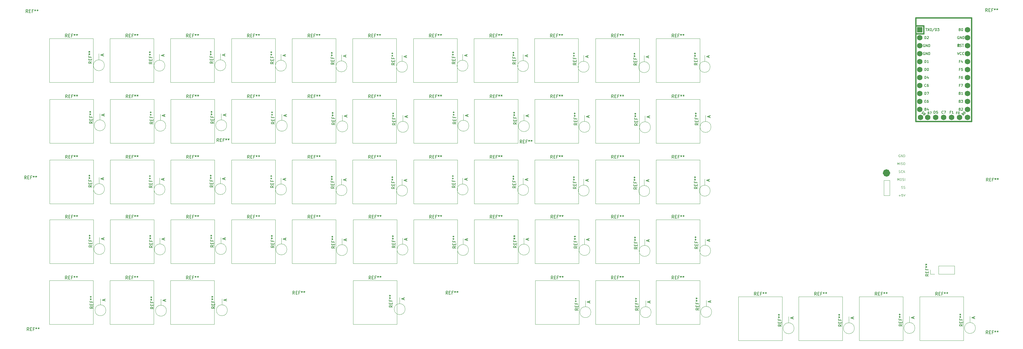
<source format=gbr>
G04 #@! TF.GenerationSoftware,KiCad,Pcbnew,(6.0.1)*
G04 #@! TF.CreationDate,2022-09-15T15:26:52-07:00*
G04 #@! TF.ProjectId,openot rev2,6f70656e-6f74-4207-9265-76322e6b6963,rev?*
G04 #@! TF.SameCoordinates,Original*
G04 #@! TF.FileFunction,Legend,Top*
G04 #@! TF.FilePolarity,Positive*
%FSLAX46Y46*%
G04 Gerber Fmt 4.6, Leading zero omitted, Abs format (unit mm)*
G04 Created by KiCad (PCBNEW (6.0.1)) date 2022-09-15 15:26:52*
%MOMM*%
%LPD*%
G01*
G04 APERTURE LIST*
%ADD10C,0.120000*%
%ADD11C,1.193578*%
%ADD12C,0.100000*%
%ADD13C,0.150000*%
%ADD14C,0.381000*%
%ADD15R,1.752600X1.752600*%
%ADD16C,1.752600*%
G04 APERTURE END LIST*
D10*
X336665683Y-131184234D02*
X338515683Y-131184234D01*
X338515683Y-131184234D02*
X338515683Y-136034234D01*
X338515683Y-136034234D02*
X336665683Y-136034234D01*
X336665683Y-136034234D02*
X336665683Y-131184234D01*
D11*
X338112472Y-128834234D02*
G75*
G03*
X338112472Y-128834234I-596789J0D01*
G01*
D12*
X342237111Y-133747805D02*
X342344254Y-133783519D01*
X342522825Y-133783519D01*
X342594254Y-133747805D01*
X342629968Y-133712091D01*
X342665682Y-133640662D01*
X342665682Y-133569234D01*
X342629968Y-133497805D01*
X342594254Y-133462091D01*
X342522825Y-133426376D01*
X342379968Y-133390662D01*
X342308540Y-133354948D01*
X342272825Y-133319234D01*
X342237111Y-133247805D01*
X342237111Y-133176376D01*
X342272825Y-133104948D01*
X342308540Y-133069234D01*
X342379968Y-133033519D01*
X342558540Y-133033519D01*
X342665682Y-133069234D01*
X342951397Y-133747805D02*
X343058540Y-133783519D01*
X343237111Y-133783519D01*
X343308540Y-133747805D01*
X343344254Y-133712091D01*
X343379968Y-133640662D01*
X343379968Y-133569234D01*
X343344254Y-133497805D01*
X343308540Y-133462091D01*
X343237111Y-133426376D01*
X343094254Y-133390662D01*
X343022825Y-133354948D01*
X342987111Y-133319234D01*
X342951397Y-133247805D01*
X342951397Y-133176376D01*
X342987111Y-133104948D01*
X343022825Y-133069234D01*
X343094254Y-133033519D01*
X343272825Y-133033519D01*
X343379968Y-133069234D01*
X341451397Y-128707805D02*
X341558540Y-128743519D01*
X341737111Y-128743519D01*
X341808540Y-128707805D01*
X341844254Y-128672091D01*
X341879968Y-128600662D01*
X341879968Y-128529234D01*
X341844254Y-128457805D01*
X341808540Y-128422091D01*
X341737111Y-128386376D01*
X341594254Y-128350662D01*
X341522825Y-128314948D01*
X341487111Y-128279234D01*
X341451397Y-128207805D01*
X341451397Y-128136376D01*
X341487111Y-128064948D01*
X341522825Y-128029234D01*
X341594254Y-127993519D01*
X341772825Y-127993519D01*
X341879968Y-128029234D01*
X342629968Y-128672091D02*
X342594254Y-128707805D01*
X342487111Y-128743519D01*
X342415683Y-128743519D01*
X342308540Y-128707805D01*
X342237111Y-128636376D01*
X342201397Y-128564948D01*
X342165683Y-128422091D01*
X342165683Y-128314948D01*
X342201397Y-128172091D01*
X342237111Y-128100662D01*
X342308540Y-128029234D01*
X342415683Y-127993519D01*
X342487111Y-127993519D01*
X342594254Y-128029234D01*
X342629968Y-128064948D01*
X342951397Y-128743519D02*
X342951397Y-127993519D01*
X343379968Y-128743519D02*
X343058540Y-128314948D01*
X343379968Y-127993519D02*
X342951397Y-128422091D01*
X341808540Y-122989234D02*
X341737111Y-122953519D01*
X341629969Y-122953519D01*
X341522826Y-122989234D01*
X341451397Y-123060662D01*
X341415683Y-123132091D01*
X341379969Y-123274948D01*
X341379969Y-123382091D01*
X341415683Y-123524948D01*
X341451397Y-123596376D01*
X341522826Y-123667805D01*
X341629969Y-123703519D01*
X341701397Y-123703519D01*
X341808540Y-123667805D01*
X341844254Y-123632091D01*
X341844254Y-123382091D01*
X341701397Y-123382091D01*
X342165683Y-123703519D02*
X342165683Y-122953519D01*
X342594254Y-123703519D01*
X342594254Y-122953519D01*
X342951397Y-123703519D02*
X342951397Y-122953519D01*
X343129969Y-122953519D01*
X343237111Y-122989234D01*
X343308540Y-123060662D01*
X343344254Y-123132091D01*
X343379969Y-123274948D01*
X343379969Y-123382091D01*
X343344254Y-123524948D01*
X343308540Y-123596376D01*
X343237111Y-123667805D01*
X343129969Y-123703519D01*
X342951397Y-123703519D01*
X340987111Y-126223519D02*
X340987111Y-125473519D01*
X341237111Y-126009234D01*
X341487111Y-125473519D01*
X341487111Y-126223519D01*
X341844254Y-126223519D02*
X341844254Y-125473519D01*
X342165683Y-126187805D02*
X342272825Y-126223519D01*
X342451397Y-126223519D01*
X342522825Y-126187805D01*
X342558540Y-126152091D01*
X342594254Y-126080662D01*
X342594254Y-126009234D01*
X342558540Y-125937805D01*
X342522825Y-125902091D01*
X342451397Y-125866376D01*
X342308540Y-125830662D01*
X342237111Y-125794948D01*
X342201397Y-125759234D01*
X342165683Y-125687805D01*
X342165683Y-125616376D01*
X342201397Y-125544948D01*
X342237111Y-125509234D01*
X342308540Y-125473519D01*
X342487111Y-125473519D01*
X342594254Y-125509234D01*
X343058540Y-125473519D02*
X343201397Y-125473519D01*
X343272825Y-125509234D01*
X343344254Y-125580662D01*
X343379968Y-125723519D01*
X343379968Y-125973519D01*
X343344254Y-126116376D01*
X343272825Y-126187805D01*
X343201397Y-126223519D01*
X343058540Y-126223519D01*
X342987111Y-126187805D01*
X342915683Y-126116376D01*
X342879968Y-125973519D01*
X342879968Y-125723519D01*
X342915683Y-125580662D01*
X342987111Y-125509234D01*
X343058540Y-125473519D01*
X340987111Y-131263519D02*
X340987111Y-130513519D01*
X341237111Y-131049234D01*
X341487111Y-130513519D01*
X341487111Y-131263519D01*
X341987111Y-130513519D02*
X342129968Y-130513519D01*
X342201397Y-130549234D01*
X342272825Y-130620662D01*
X342308540Y-130763519D01*
X342308540Y-131013519D01*
X342272825Y-131156376D01*
X342201397Y-131227805D01*
X342129968Y-131263519D01*
X341987111Y-131263519D01*
X341915683Y-131227805D01*
X341844254Y-131156376D01*
X341808540Y-131013519D01*
X341808540Y-130763519D01*
X341844254Y-130620662D01*
X341915683Y-130549234D01*
X341987111Y-130513519D01*
X342594254Y-131227805D02*
X342701397Y-131263519D01*
X342879968Y-131263519D01*
X342951397Y-131227805D01*
X342987111Y-131192091D01*
X343022825Y-131120662D01*
X343022825Y-131049234D01*
X342987111Y-130977805D01*
X342951397Y-130942091D01*
X342879968Y-130906376D01*
X342737111Y-130870662D01*
X342665683Y-130834948D01*
X342629968Y-130799234D01*
X342594254Y-130727805D01*
X342594254Y-130656376D01*
X342629968Y-130584948D01*
X342665683Y-130549234D01*
X342737111Y-130513519D01*
X342915683Y-130513519D01*
X343022825Y-130549234D01*
X343344254Y-131263519D02*
X343344254Y-130513519D01*
X341415683Y-136017805D02*
X341987111Y-136017805D01*
X341701397Y-136303519D02*
X341701397Y-135732091D01*
X342701397Y-135553519D02*
X342344254Y-135553519D01*
X342308540Y-135910662D01*
X342344254Y-135874948D01*
X342415683Y-135839234D01*
X342594254Y-135839234D01*
X342665683Y-135874948D01*
X342701397Y-135910662D01*
X342737111Y-135982091D01*
X342737111Y-136160662D01*
X342701397Y-136232091D01*
X342665683Y-136267805D01*
X342594254Y-136303519D01*
X342415683Y-136303519D01*
X342344254Y-136267805D01*
X342308540Y-136232091D01*
X342951397Y-135553519D02*
X343201397Y-136303519D01*
X343451397Y-135553519D01*
D13*
X153642349Y-124193014D02*
X153309016Y-123716824D01*
X153070921Y-124193014D02*
X153070921Y-123193014D01*
X153451873Y-123193014D01*
X153547111Y-123240634D01*
X153594730Y-123288253D01*
X153642349Y-123383491D01*
X153642349Y-123526348D01*
X153594730Y-123621586D01*
X153547111Y-123669205D01*
X153451873Y-123716824D01*
X153070921Y-123716824D01*
X154070921Y-123669205D02*
X154404254Y-123669205D01*
X154547111Y-124193014D02*
X154070921Y-124193014D01*
X154070921Y-123193014D01*
X154547111Y-123193014D01*
X155309016Y-123669205D02*
X154975683Y-123669205D01*
X154975683Y-124193014D02*
X154975683Y-123193014D01*
X155451873Y-123193014D01*
X155975683Y-123193014D02*
X155975683Y-123431110D01*
X155737587Y-123335872D02*
X155975683Y-123431110D01*
X156213778Y-123335872D01*
X155832825Y-123621586D02*
X155975683Y-123431110D01*
X156118540Y-123621586D01*
X156737587Y-123193014D02*
X156737587Y-123431110D01*
X156499492Y-123335872D02*
X156737587Y-123431110D01*
X156975683Y-123335872D01*
X156594730Y-123621586D02*
X156737587Y-123431110D01*
X156880444Y-123621586D01*
X180876295Y-152046665D02*
X180400105Y-152379998D01*
X180876295Y-152618093D02*
X179876295Y-152618093D01*
X179876295Y-152237141D01*
X179923915Y-152141903D01*
X179971534Y-152094284D01*
X180066772Y-152046665D01*
X180209629Y-152046665D01*
X180304867Y-152094284D01*
X180352486Y-152141903D01*
X180400105Y-152237141D01*
X180400105Y-152618093D01*
X180352486Y-151618093D02*
X180352486Y-151284760D01*
X180876295Y-151141903D02*
X180876295Y-151618093D01*
X179876295Y-151618093D01*
X179876295Y-151141903D01*
X180352486Y-150379998D02*
X180352486Y-150713332D01*
X180876295Y-150713332D02*
X179876295Y-150713332D01*
X179876295Y-150237141D01*
X179876295Y-149713332D02*
X180114391Y-149713332D01*
X180019153Y-149951427D02*
X180114391Y-149713332D01*
X180019153Y-149475236D01*
X180304867Y-149856189D02*
X180114391Y-149713332D01*
X180304867Y-149570474D01*
X179876295Y-148951427D02*
X180114391Y-148951427D01*
X180019153Y-149189522D02*
X180114391Y-148951427D01*
X180019153Y-148713332D01*
X180304867Y-149094284D02*
X180114391Y-148951427D01*
X180304867Y-148808570D01*
X184441216Y-150211427D02*
X184441216Y-149735236D01*
X184726930Y-150306665D02*
X183726930Y-149973332D01*
X184726930Y-149639998D01*
X114877082Y-85521699D02*
X114543749Y-85045509D01*
X114305654Y-85521699D02*
X114305654Y-84521699D01*
X114686606Y-84521699D01*
X114781844Y-84569319D01*
X114829463Y-84616938D01*
X114877082Y-84712176D01*
X114877082Y-84855033D01*
X114829463Y-84950271D01*
X114781844Y-84997890D01*
X114686606Y-85045509D01*
X114305654Y-85045509D01*
X115305654Y-84997890D02*
X115638987Y-84997890D01*
X115781844Y-85521699D02*
X115305654Y-85521699D01*
X115305654Y-84521699D01*
X115781844Y-84521699D01*
X116543749Y-84997890D02*
X116210416Y-84997890D01*
X116210416Y-85521699D02*
X116210416Y-84521699D01*
X116686606Y-84521699D01*
X117210416Y-84521699D02*
X117210416Y-84759795D01*
X116972320Y-84664557D02*
X117210416Y-84759795D01*
X117448511Y-84664557D01*
X117067558Y-84950271D02*
X117210416Y-84759795D01*
X117353273Y-84950271D01*
X117972320Y-84521699D02*
X117972320Y-84759795D01*
X117734225Y-84664557D02*
X117972320Y-84759795D01*
X118210416Y-84664557D01*
X117829463Y-84950271D02*
X117972320Y-84759795D01*
X118115177Y-84950271D01*
X369720149Y-77422614D02*
X369386816Y-76946424D01*
X369148721Y-77422614D02*
X369148721Y-76422614D01*
X369529673Y-76422614D01*
X369624911Y-76470234D01*
X369672530Y-76517853D01*
X369720149Y-76613091D01*
X369720149Y-76755948D01*
X369672530Y-76851186D01*
X369624911Y-76898805D01*
X369529673Y-76946424D01*
X369148721Y-76946424D01*
X370148721Y-76898805D02*
X370482054Y-76898805D01*
X370624911Y-77422614D02*
X370148721Y-77422614D01*
X370148721Y-76422614D01*
X370624911Y-76422614D01*
X371386816Y-76898805D02*
X371053483Y-76898805D01*
X371053483Y-77422614D02*
X371053483Y-76422614D01*
X371529673Y-76422614D01*
X372053483Y-76422614D02*
X372053483Y-76660710D01*
X371815387Y-76565472D02*
X372053483Y-76660710D01*
X372291578Y-76565472D01*
X371910625Y-76851186D02*
X372053483Y-76660710D01*
X372196340Y-76851186D01*
X372815387Y-76422614D02*
X372815387Y-76660710D01*
X372577292Y-76565472D02*
X372815387Y-76660710D01*
X373053483Y-76565472D01*
X372672530Y-76851186D02*
X372815387Y-76660710D01*
X372958244Y-76851186D01*
X114856549Y-162699414D02*
X114523216Y-162223224D01*
X114285121Y-162699414D02*
X114285121Y-161699414D01*
X114666073Y-161699414D01*
X114761311Y-161747034D01*
X114808930Y-161794653D01*
X114856549Y-161889891D01*
X114856549Y-162032748D01*
X114808930Y-162127986D01*
X114761311Y-162175605D01*
X114666073Y-162223224D01*
X114285121Y-162223224D01*
X115285121Y-162175605D02*
X115618454Y-162175605D01*
X115761311Y-162699414D02*
X115285121Y-162699414D01*
X115285121Y-161699414D01*
X115761311Y-161699414D01*
X116523216Y-162175605D02*
X116189883Y-162175605D01*
X116189883Y-162699414D02*
X116189883Y-161699414D01*
X116666073Y-161699414D01*
X117189883Y-161699414D02*
X117189883Y-161937510D01*
X116951787Y-161842272D02*
X117189883Y-161937510D01*
X117427978Y-161842272D01*
X117047025Y-162127986D02*
X117189883Y-161937510D01*
X117332740Y-162127986D01*
X117951787Y-161699414D02*
X117951787Y-161937510D01*
X117713692Y-161842272D02*
X117951787Y-161937510D01*
X118189883Y-161842272D01*
X117808930Y-162127986D02*
X117951787Y-161937510D01*
X118094644Y-162127986D01*
X84224428Y-151867133D02*
X83748238Y-152200466D01*
X84224428Y-152438561D02*
X83224428Y-152438561D01*
X83224428Y-152057609D01*
X83272048Y-151962371D01*
X83319667Y-151914752D01*
X83414905Y-151867133D01*
X83557762Y-151867133D01*
X83653000Y-151914752D01*
X83700619Y-151962371D01*
X83748238Y-152057609D01*
X83748238Y-152438561D01*
X83700619Y-151438561D02*
X83700619Y-151105228D01*
X84224428Y-150962371D02*
X84224428Y-151438561D01*
X83224428Y-151438561D01*
X83224428Y-150962371D01*
X83700619Y-150200466D02*
X83700619Y-150533800D01*
X84224428Y-150533800D02*
X83224428Y-150533800D01*
X83224428Y-150057609D01*
X83224428Y-149533800D02*
X83462524Y-149533800D01*
X83367286Y-149771895D02*
X83462524Y-149533800D01*
X83367286Y-149295704D01*
X83653000Y-149676657D02*
X83462524Y-149533800D01*
X83653000Y-149390942D01*
X83224428Y-148771895D02*
X83462524Y-148771895D01*
X83367286Y-149009990D02*
X83462524Y-148771895D01*
X83367286Y-148533800D01*
X83653000Y-148914752D02*
X83462524Y-148771895D01*
X83653000Y-148629038D01*
X87789349Y-150031895D02*
X87789349Y-149555704D01*
X88075063Y-150127133D02*
X87075063Y-149793800D01*
X88075063Y-149460466D01*
X230985349Y-124193014D02*
X230652016Y-123716824D01*
X230413921Y-124193014D02*
X230413921Y-123193014D01*
X230794873Y-123193014D01*
X230890111Y-123240634D01*
X230937730Y-123288253D01*
X230985349Y-123383491D01*
X230985349Y-123526348D01*
X230937730Y-123621586D01*
X230890111Y-123669205D01*
X230794873Y-123716824D01*
X230413921Y-123716824D01*
X231413921Y-123669205D02*
X231747254Y-123669205D01*
X231890111Y-124193014D02*
X231413921Y-124193014D01*
X231413921Y-123193014D01*
X231890111Y-123193014D01*
X232652016Y-123669205D02*
X232318683Y-123669205D01*
X232318683Y-124193014D02*
X232318683Y-123193014D01*
X232794873Y-123193014D01*
X233318683Y-123193014D02*
X233318683Y-123431110D01*
X233080587Y-123335872D02*
X233318683Y-123431110D01*
X233556778Y-123335872D01*
X233175825Y-123621586D02*
X233318683Y-123431110D01*
X233461540Y-123621586D01*
X234080587Y-123193014D02*
X234080587Y-123431110D01*
X233842492Y-123335872D02*
X234080587Y-123431110D01*
X234318683Y-123335872D01*
X233937730Y-123621586D02*
X234080587Y-123431110D01*
X234223444Y-123621586D01*
X238656428Y-133238150D02*
X238180238Y-133571483D01*
X238656428Y-133809578D02*
X237656428Y-133809578D01*
X237656428Y-133428626D01*
X237704048Y-133333388D01*
X237751667Y-133285769D01*
X237846905Y-133238150D01*
X237989762Y-133238150D01*
X238085000Y-133285769D01*
X238132619Y-133333388D01*
X238180238Y-133428626D01*
X238180238Y-133809578D01*
X238132619Y-132809578D02*
X238132619Y-132476245D01*
X238656428Y-132333388D02*
X238656428Y-132809578D01*
X237656428Y-132809578D01*
X237656428Y-132333388D01*
X238132619Y-131571483D02*
X238132619Y-131904817D01*
X238656428Y-131904817D02*
X237656428Y-131904817D01*
X237656428Y-131428626D01*
X237656428Y-130904817D02*
X237894524Y-130904817D01*
X237799286Y-131142912D02*
X237894524Y-130904817D01*
X237799286Y-130666721D01*
X238085000Y-131047674D02*
X237894524Y-130904817D01*
X238085000Y-130761959D01*
X237656428Y-130142912D02*
X237894524Y-130142912D01*
X237799286Y-130381007D02*
X237894524Y-130142912D01*
X237799286Y-129904817D01*
X238085000Y-130285769D02*
X237894524Y-130142912D01*
X238085000Y-130000055D01*
X242221349Y-131402912D02*
X242221349Y-130926721D01*
X242507063Y-131498150D02*
X241507063Y-131164817D01*
X242507063Y-130831483D01*
X197609749Y-167475014D02*
X197276416Y-166998824D01*
X197038321Y-167475014D02*
X197038321Y-166475014D01*
X197419273Y-166475014D01*
X197514511Y-166522634D01*
X197562130Y-166570253D01*
X197609749Y-166665491D01*
X197609749Y-166808348D01*
X197562130Y-166903586D01*
X197514511Y-166951205D01*
X197419273Y-166998824D01*
X197038321Y-166998824D01*
X198038321Y-166951205D02*
X198371654Y-166951205D01*
X198514511Y-167475014D02*
X198038321Y-167475014D01*
X198038321Y-166475014D01*
X198514511Y-166475014D01*
X199276416Y-166951205D02*
X198943083Y-166951205D01*
X198943083Y-167475014D02*
X198943083Y-166475014D01*
X199419273Y-166475014D01*
X199943083Y-166475014D02*
X199943083Y-166713110D01*
X199704987Y-166617872D02*
X199943083Y-166713110D01*
X200181178Y-166617872D01*
X199800225Y-166903586D02*
X199943083Y-166713110D01*
X200085940Y-166903586D01*
X200704987Y-166475014D02*
X200704987Y-166713110D01*
X200466892Y-166617872D02*
X200704987Y-166713110D01*
X200943083Y-166617872D01*
X200562130Y-166903586D02*
X200704987Y-166713110D01*
X200847844Y-166903586D01*
X161410161Y-93641652D02*
X160933971Y-93974985D01*
X161410161Y-94213080D02*
X160410161Y-94213080D01*
X160410161Y-93832128D01*
X160457781Y-93736890D01*
X160505400Y-93689271D01*
X160600638Y-93641652D01*
X160743495Y-93641652D01*
X160838733Y-93689271D01*
X160886352Y-93736890D01*
X160933971Y-93832128D01*
X160933971Y-94213080D01*
X160886352Y-93213080D02*
X160886352Y-92879747D01*
X161410161Y-92736890D02*
X161410161Y-93213080D01*
X160410161Y-93213080D01*
X160410161Y-92736890D01*
X160886352Y-91974985D02*
X160886352Y-92308319D01*
X161410161Y-92308319D02*
X160410161Y-92308319D01*
X160410161Y-91832128D01*
X160410161Y-91308319D02*
X160648257Y-91308319D01*
X160553019Y-91546414D02*
X160648257Y-91308319D01*
X160553019Y-91070223D01*
X160838733Y-91451176D02*
X160648257Y-91308319D01*
X160838733Y-91165461D01*
X160410161Y-90546414D02*
X160648257Y-90546414D01*
X160553019Y-90784509D02*
X160648257Y-90546414D01*
X160553019Y-90308319D01*
X160838733Y-90689271D02*
X160648257Y-90546414D01*
X160838733Y-90403557D01*
X164975082Y-91806414D02*
X164975082Y-91330223D01*
X165260796Y-91901652D02*
X164260796Y-91568319D01*
X165260796Y-91234985D01*
X231163149Y-162699414D02*
X230829816Y-162223224D01*
X230591721Y-162699414D02*
X230591721Y-161699414D01*
X230972673Y-161699414D01*
X231067911Y-161747034D01*
X231115530Y-161794653D01*
X231163149Y-161889891D01*
X231163149Y-162032748D01*
X231115530Y-162127986D01*
X231067911Y-162175605D01*
X230972673Y-162223224D01*
X230591721Y-162223224D01*
X231591721Y-162175605D02*
X231925054Y-162175605D01*
X232067911Y-162699414D02*
X231591721Y-162699414D01*
X231591721Y-161699414D01*
X232067911Y-161699414D01*
X232829816Y-162175605D02*
X232496483Y-162175605D01*
X232496483Y-162699414D02*
X232496483Y-161699414D01*
X232972673Y-161699414D01*
X233496483Y-161699414D02*
X233496483Y-161937510D01*
X233258387Y-161842272D02*
X233496483Y-161937510D01*
X233734578Y-161842272D01*
X233353625Y-162127986D02*
X233496483Y-161937510D01*
X233639340Y-162127986D01*
X234258387Y-161699414D02*
X234258387Y-161937510D01*
X234020292Y-161842272D02*
X234258387Y-161937510D01*
X234496483Y-161842272D01*
X234115530Y-162127986D02*
X234258387Y-161937510D01*
X234401244Y-162127986D01*
X192382216Y-143255529D02*
X192048883Y-142779339D01*
X191810788Y-143255529D02*
X191810788Y-142255529D01*
X192191740Y-142255529D01*
X192286978Y-142303149D01*
X192334597Y-142350768D01*
X192382216Y-142446006D01*
X192382216Y-142588863D01*
X192334597Y-142684101D01*
X192286978Y-142731720D01*
X192191740Y-142779339D01*
X191810788Y-142779339D01*
X192810788Y-142731720D02*
X193144121Y-142731720D01*
X193286978Y-143255529D02*
X192810788Y-143255529D01*
X192810788Y-142255529D01*
X193286978Y-142255529D01*
X194048883Y-142731720D02*
X193715550Y-142731720D01*
X193715550Y-143255529D02*
X193715550Y-142255529D01*
X194191740Y-142255529D01*
X194715550Y-142255529D02*
X194715550Y-142493625D01*
X194477454Y-142398387D02*
X194715550Y-142493625D01*
X194953645Y-142398387D01*
X194572692Y-142684101D02*
X194715550Y-142493625D01*
X194858407Y-142684101D01*
X195477454Y-142255529D02*
X195477454Y-142493625D01*
X195239359Y-142398387D02*
X195477454Y-142493625D01*
X195715550Y-142398387D01*
X195334597Y-142684101D02*
X195477454Y-142493625D01*
X195620311Y-142684101D01*
X369923349Y-131473814D02*
X369590016Y-130997624D01*
X369351921Y-131473814D02*
X369351921Y-130473814D01*
X369732873Y-130473814D01*
X369828111Y-130521434D01*
X369875730Y-130569053D01*
X369923349Y-130664291D01*
X369923349Y-130807148D01*
X369875730Y-130902386D01*
X369828111Y-130950005D01*
X369732873Y-130997624D01*
X369351921Y-130997624D01*
X370351921Y-130950005D02*
X370685254Y-130950005D01*
X370828111Y-131473814D02*
X370351921Y-131473814D01*
X370351921Y-130473814D01*
X370828111Y-130473814D01*
X371590016Y-130950005D02*
X371256683Y-130950005D01*
X371256683Y-131473814D02*
X371256683Y-130473814D01*
X371732873Y-130473814D01*
X372256683Y-130473814D02*
X372256683Y-130711910D01*
X372018587Y-130616672D02*
X372256683Y-130711910D01*
X372494778Y-130616672D01*
X372113825Y-130902386D02*
X372256683Y-130711910D01*
X372399540Y-130902386D01*
X373018587Y-130473814D02*
X373018587Y-130711910D01*
X372780492Y-130616672D02*
X373018587Y-130711910D01*
X373256683Y-130616672D01*
X372875730Y-130902386D02*
X373018587Y-130711910D01*
X373161444Y-130902386D01*
X84351428Y-112446333D02*
X83875238Y-112779666D01*
X84351428Y-113017761D02*
X83351428Y-113017761D01*
X83351428Y-112636809D01*
X83399048Y-112541571D01*
X83446667Y-112493952D01*
X83541905Y-112446333D01*
X83684762Y-112446333D01*
X83780000Y-112493952D01*
X83827619Y-112541571D01*
X83875238Y-112636809D01*
X83875238Y-113017761D01*
X83827619Y-112017761D02*
X83827619Y-111684428D01*
X84351428Y-111541571D02*
X84351428Y-112017761D01*
X83351428Y-112017761D01*
X83351428Y-111541571D01*
X83827619Y-110779666D02*
X83827619Y-111113000D01*
X84351428Y-111113000D02*
X83351428Y-111113000D01*
X83351428Y-110636809D01*
X83351428Y-110113000D02*
X83589524Y-110113000D01*
X83494286Y-110351095D02*
X83589524Y-110113000D01*
X83494286Y-109874904D01*
X83780000Y-110255857D02*
X83589524Y-110113000D01*
X83780000Y-109970142D01*
X83351428Y-109351095D02*
X83589524Y-109351095D01*
X83494286Y-109589190D02*
X83589524Y-109351095D01*
X83494286Y-109113000D01*
X83780000Y-109493952D02*
X83589524Y-109351095D01*
X83780000Y-109208238D01*
X87916349Y-110611095D02*
X87916349Y-110134904D01*
X88202063Y-110706333D02*
X87202063Y-110373000D01*
X88202063Y-110039666D01*
X239215228Y-171998550D02*
X238739038Y-172331883D01*
X239215228Y-172569978D02*
X238215228Y-172569978D01*
X238215228Y-172189026D01*
X238262848Y-172093788D01*
X238310467Y-172046169D01*
X238405705Y-171998550D01*
X238548562Y-171998550D01*
X238643800Y-172046169D01*
X238691419Y-172093788D01*
X238739038Y-172189026D01*
X238739038Y-172569978D01*
X238691419Y-171569978D02*
X238691419Y-171236645D01*
X239215228Y-171093788D02*
X239215228Y-171569978D01*
X238215228Y-171569978D01*
X238215228Y-171093788D01*
X238691419Y-170331883D02*
X238691419Y-170665217D01*
X239215228Y-170665217D02*
X238215228Y-170665217D01*
X238215228Y-170189026D01*
X238215228Y-169665217D02*
X238453324Y-169665217D01*
X238358086Y-169903312D02*
X238453324Y-169665217D01*
X238358086Y-169427121D01*
X238643800Y-169808074D02*
X238453324Y-169665217D01*
X238643800Y-169522359D01*
X238215228Y-168903312D02*
X238453324Y-168903312D01*
X238358086Y-169141407D02*
X238453324Y-168903312D01*
X238358086Y-168665217D01*
X238643800Y-169046169D02*
X238453324Y-168903312D01*
X238643800Y-168760455D01*
X242780149Y-170163312D02*
X242780149Y-169687121D01*
X243065863Y-170258550D02*
X242065863Y-169925217D01*
X243065863Y-169591883D01*
X84067161Y-93296835D02*
X83590971Y-93630168D01*
X84067161Y-93868263D02*
X83067161Y-93868263D01*
X83067161Y-93487311D01*
X83114781Y-93392073D01*
X83162400Y-93344454D01*
X83257638Y-93296835D01*
X83400495Y-93296835D01*
X83495733Y-93344454D01*
X83543352Y-93392073D01*
X83590971Y-93487311D01*
X83590971Y-93868263D01*
X83543352Y-92868263D02*
X83543352Y-92534930D01*
X84067161Y-92392073D02*
X84067161Y-92868263D01*
X83067161Y-92868263D01*
X83067161Y-92392073D01*
X83543352Y-91630168D02*
X83543352Y-91963502D01*
X84067161Y-91963502D02*
X83067161Y-91963502D01*
X83067161Y-91487311D01*
X83067161Y-90963502D02*
X83305257Y-90963502D01*
X83210019Y-91201597D02*
X83305257Y-90963502D01*
X83210019Y-90725406D01*
X83495733Y-91106359D02*
X83305257Y-90963502D01*
X83495733Y-90820644D01*
X83067161Y-90201597D02*
X83305257Y-90201597D01*
X83210019Y-90439692D02*
X83305257Y-90201597D01*
X83210019Y-89963502D01*
X83495733Y-90344454D02*
X83305257Y-90201597D01*
X83495733Y-90058740D01*
X87632082Y-91461597D02*
X87632082Y-90985406D01*
X87917796Y-91556835D02*
X86917796Y-91223502D01*
X87917796Y-90890168D01*
X180744428Y-133238150D02*
X180268238Y-133571483D01*
X180744428Y-133809578D02*
X179744428Y-133809578D01*
X179744428Y-133428626D01*
X179792048Y-133333388D01*
X179839667Y-133285769D01*
X179934905Y-133238150D01*
X180077762Y-133238150D01*
X180173000Y-133285769D01*
X180220619Y-133333388D01*
X180268238Y-133428626D01*
X180268238Y-133809578D01*
X180220619Y-132809578D02*
X180220619Y-132476245D01*
X180744428Y-132333388D02*
X180744428Y-132809578D01*
X179744428Y-132809578D01*
X179744428Y-132333388D01*
X180220619Y-131571483D02*
X180220619Y-131904817D01*
X180744428Y-131904817D02*
X179744428Y-131904817D01*
X179744428Y-131428626D01*
X179744428Y-130904817D02*
X179982524Y-130904817D01*
X179887286Y-131142912D02*
X179982524Y-130904817D01*
X179887286Y-130666721D01*
X180173000Y-131047674D02*
X179982524Y-130904817D01*
X180173000Y-130761959D01*
X179744428Y-130142912D02*
X179982524Y-130142912D01*
X179887286Y-130381007D02*
X179982524Y-130142912D01*
X179887286Y-129904817D01*
X180173000Y-130285769D02*
X179982524Y-130142912D01*
X180173000Y-130000055D01*
X184309349Y-131402912D02*
X184309349Y-130926721D01*
X184595063Y-131498150D02*
X183595063Y-131164817D01*
X184595063Y-130831483D01*
X76299349Y-104889014D02*
X75966016Y-104412824D01*
X75727921Y-104889014D02*
X75727921Y-103889014D01*
X76108873Y-103889014D01*
X76204111Y-103936634D01*
X76251730Y-103984253D01*
X76299349Y-104079491D01*
X76299349Y-104222348D01*
X76251730Y-104317586D01*
X76204111Y-104365205D01*
X76108873Y-104412824D01*
X75727921Y-104412824D01*
X76727921Y-104365205D02*
X77061254Y-104365205D01*
X77204111Y-104889014D02*
X76727921Y-104889014D01*
X76727921Y-103889014D01*
X77204111Y-103889014D01*
X77966016Y-104365205D02*
X77632683Y-104365205D01*
X77632683Y-104889014D02*
X77632683Y-103889014D01*
X78108873Y-103889014D01*
X78632683Y-103889014D02*
X78632683Y-104127110D01*
X78394587Y-104031872D02*
X78632683Y-104127110D01*
X78870778Y-104031872D01*
X78489825Y-104317586D02*
X78632683Y-104127110D01*
X78775540Y-104317586D01*
X79394587Y-103889014D02*
X79394587Y-104127110D01*
X79156492Y-104031872D02*
X79394587Y-104127110D01*
X79632683Y-104031872D01*
X79251730Y-104317586D02*
X79394587Y-104127110D01*
X79537444Y-104317586D01*
X172946349Y-104889014D02*
X172613016Y-104412824D01*
X172374921Y-104889014D02*
X172374921Y-103889014D01*
X172755873Y-103889014D01*
X172851111Y-103936634D01*
X172898730Y-103984253D01*
X172946349Y-104079491D01*
X172946349Y-104222348D01*
X172898730Y-104317586D01*
X172851111Y-104365205D01*
X172755873Y-104412824D01*
X172374921Y-104412824D01*
X173374921Y-104365205D02*
X173708254Y-104365205D01*
X173851111Y-104889014D02*
X173374921Y-104889014D01*
X173374921Y-103889014D01*
X173851111Y-103889014D01*
X174613016Y-104365205D02*
X174279683Y-104365205D01*
X174279683Y-104889014D02*
X174279683Y-103889014D01*
X174755873Y-103889014D01*
X175279683Y-103889014D02*
X175279683Y-104127110D01*
X175041587Y-104031872D02*
X175279683Y-104127110D01*
X175517778Y-104031872D01*
X175136825Y-104317586D02*
X175279683Y-104127110D01*
X175422540Y-104317586D01*
X176041587Y-103889014D02*
X176041587Y-104127110D01*
X175803492Y-104031872D02*
X176041587Y-104127110D01*
X176279683Y-104031872D01*
X175898730Y-104317586D02*
X176041587Y-104127110D01*
X176184444Y-104317586D01*
X173047949Y-162699414D02*
X172714616Y-162223224D01*
X172476521Y-162699414D02*
X172476521Y-161699414D01*
X172857473Y-161699414D01*
X172952711Y-161747034D01*
X173000330Y-161794653D01*
X173047949Y-161889891D01*
X173047949Y-162032748D01*
X173000330Y-162127986D01*
X172952711Y-162175605D01*
X172857473Y-162223224D01*
X172476521Y-162223224D01*
X173476521Y-162175605D02*
X173809854Y-162175605D01*
X173952711Y-162699414D02*
X173476521Y-162699414D01*
X173476521Y-161699414D01*
X173952711Y-161699414D01*
X174714616Y-162175605D02*
X174381283Y-162175605D01*
X174381283Y-162699414D02*
X174381283Y-161699414D01*
X174857473Y-161699414D01*
X175381283Y-161699414D02*
X175381283Y-161937510D01*
X175143187Y-161842272D02*
X175381283Y-161937510D01*
X175619378Y-161842272D01*
X175238425Y-162127986D02*
X175381283Y-161937510D01*
X175524140Y-162127986D01*
X176143187Y-161699414D02*
X176143187Y-161937510D01*
X175905092Y-161842272D02*
X176143187Y-161937510D01*
X176381283Y-161842272D01*
X176000330Y-162127986D02*
X176143187Y-161937510D01*
X176286044Y-162127986D01*
X277391428Y-152375133D02*
X276915238Y-152708466D01*
X277391428Y-152946561D02*
X276391428Y-152946561D01*
X276391428Y-152565609D01*
X276439048Y-152470371D01*
X276486667Y-152422752D01*
X276581905Y-152375133D01*
X276724762Y-152375133D01*
X276820000Y-152422752D01*
X276867619Y-152470371D01*
X276915238Y-152565609D01*
X276915238Y-152946561D01*
X276867619Y-151946561D02*
X276867619Y-151613228D01*
X277391428Y-151470371D02*
X277391428Y-151946561D01*
X276391428Y-151946561D01*
X276391428Y-151470371D01*
X276867619Y-150708466D02*
X276867619Y-151041800D01*
X277391428Y-151041800D02*
X276391428Y-151041800D01*
X276391428Y-150565609D01*
X276391428Y-150041800D02*
X276629524Y-150041800D01*
X276534286Y-150279895D02*
X276629524Y-150041800D01*
X276534286Y-149803704D01*
X276820000Y-150184657D02*
X276629524Y-150041800D01*
X276820000Y-149898942D01*
X276391428Y-149279895D02*
X276629524Y-149279895D01*
X276534286Y-149517990D02*
X276629524Y-149279895D01*
X276534286Y-149041800D01*
X276820000Y-149422752D02*
X276629524Y-149279895D01*
X276820000Y-149137038D01*
X280956349Y-150539895D02*
X280956349Y-150063704D01*
X281242063Y-150635133D02*
X280242063Y-150301800D01*
X281242063Y-149968466D01*
X142136428Y-132893333D02*
X141660238Y-133226666D01*
X142136428Y-133464761D02*
X141136428Y-133464761D01*
X141136428Y-133083809D01*
X141184048Y-132988571D01*
X141231667Y-132940952D01*
X141326905Y-132893333D01*
X141469762Y-132893333D01*
X141565000Y-132940952D01*
X141612619Y-132988571D01*
X141660238Y-133083809D01*
X141660238Y-133464761D01*
X141612619Y-132464761D02*
X141612619Y-132131428D01*
X142136428Y-131988571D02*
X142136428Y-132464761D01*
X141136428Y-132464761D01*
X141136428Y-131988571D01*
X141612619Y-131226666D02*
X141612619Y-131560000D01*
X142136428Y-131560000D02*
X141136428Y-131560000D01*
X141136428Y-131083809D01*
X141136428Y-130560000D02*
X141374524Y-130560000D01*
X141279286Y-130798095D02*
X141374524Y-130560000D01*
X141279286Y-130321904D01*
X141565000Y-130702857D02*
X141374524Y-130560000D01*
X141565000Y-130417142D01*
X141136428Y-129798095D02*
X141374524Y-129798095D01*
X141279286Y-130036190D02*
X141374524Y-129798095D01*
X141279286Y-129560000D01*
X141565000Y-129940952D02*
X141374524Y-129798095D01*
X141565000Y-129655238D01*
X145701349Y-131058095D02*
X145701349Y-130581904D01*
X145987063Y-131153333D02*
X144987063Y-130820000D01*
X145987063Y-130486666D01*
X103655428Y-112573333D02*
X103179238Y-112906666D01*
X103655428Y-113144761D02*
X102655428Y-113144761D01*
X102655428Y-112763809D01*
X102703048Y-112668571D01*
X102750667Y-112620952D01*
X102845905Y-112573333D01*
X102988762Y-112573333D01*
X103084000Y-112620952D01*
X103131619Y-112668571D01*
X103179238Y-112763809D01*
X103179238Y-113144761D01*
X103131619Y-112144761D02*
X103131619Y-111811428D01*
X103655428Y-111668571D02*
X103655428Y-112144761D01*
X102655428Y-112144761D01*
X102655428Y-111668571D01*
X103131619Y-110906666D02*
X103131619Y-111240000D01*
X103655428Y-111240000D02*
X102655428Y-111240000D01*
X102655428Y-110763809D01*
X102655428Y-110240000D02*
X102893524Y-110240000D01*
X102798286Y-110478095D02*
X102893524Y-110240000D01*
X102798286Y-110001904D01*
X103084000Y-110382857D02*
X102893524Y-110240000D01*
X103084000Y-110097142D01*
X102655428Y-109478095D02*
X102893524Y-109478095D01*
X102798286Y-109716190D02*
X102893524Y-109478095D01*
X102798286Y-109240000D01*
X103084000Y-109620952D02*
X102893524Y-109478095D01*
X103084000Y-109335238D01*
X107220349Y-110738095D02*
X107220349Y-110261904D01*
X107506063Y-110833333D02*
X106506063Y-110500000D01*
X107506063Y-110166666D01*
X161567428Y-152211950D02*
X161091238Y-152545283D01*
X161567428Y-152783378D02*
X160567428Y-152783378D01*
X160567428Y-152402426D01*
X160615048Y-152307188D01*
X160662667Y-152259569D01*
X160757905Y-152211950D01*
X160900762Y-152211950D01*
X160996000Y-152259569D01*
X161043619Y-152307188D01*
X161091238Y-152402426D01*
X161091238Y-152783378D01*
X161043619Y-151783378D02*
X161043619Y-151450045D01*
X161567428Y-151307188D02*
X161567428Y-151783378D01*
X160567428Y-151783378D01*
X160567428Y-151307188D01*
X161043619Y-150545283D02*
X161043619Y-150878617D01*
X161567428Y-150878617D02*
X160567428Y-150878617D01*
X160567428Y-150402426D01*
X160567428Y-149878617D02*
X160805524Y-149878617D01*
X160710286Y-150116712D02*
X160805524Y-149878617D01*
X160710286Y-149640521D01*
X160996000Y-150021474D02*
X160805524Y-149878617D01*
X160996000Y-149735759D01*
X160567428Y-149116712D02*
X160805524Y-149116712D01*
X160710286Y-149354807D02*
X160805524Y-149116712D01*
X160710286Y-148878617D01*
X160996000Y-149259569D02*
X160805524Y-149116712D01*
X160996000Y-148973855D01*
X165132349Y-150376712D02*
X165132349Y-149900521D01*
X165418063Y-150471950D02*
X164418063Y-150138617D01*
X165418063Y-149805283D01*
X269669549Y-162699414D02*
X269336216Y-162223224D01*
X269098121Y-162699414D02*
X269098121Y-161699414D01*
X269479073Y-161699414D01*
X269574311Y-161747034D01*
X269621930Y-161794653D01*
X269669549Y-161889891D01*
X269669549Y-162032748D01*
X269621930Y-162127986D01*
X269574311Y-162175605D01*
X269479073Y-162223224D01*
X269098121Y-162223224D01*
X270098121Y-162175605D02*
X270431454Y-162175605D01*
X270574311Y-162699414D02*
X270098121Y-162699414D01*
X270098121Y-161699414D01*
X270574311Y-161699414D01*
X271336216Y-162175605D02*
X271002883Y-162175605D01*
X271002883Y-162699414D02*
X271002883Y-161699414D01*
X271479073Y-161699414D01*
X272002883Y-161699414D02*
X272002883Y-161937510D01*
X271764787Y-161842272D02*
X272002883Y-161937510D01*
X272240978Y-161842272D01*
X271860025Y-162127986D02*
X272002883Y-161937510D01*
X272145740Y-162127986D01*
X272764787Y-161699414D02*
X272764787Y-161937510D01*
X272526692Y-161842272D02*
X272764787Y-161937510D01*
X273002883Y-161842272D01*
X272621930Y-162127986D02*
X272764787Y-161937510D01*
X272907644Y-162127986D01*
X200180295Y-152173665D02*
X199704105Y-152506998D01*
X200180295Y-152745093D02*
X199180295Y-152745093D01*
X199180295Y-152364141D01*
X199227915Y-152268903D01*
X199275534Y-152221284D01*
X199370772Y-152173665D01*
X199513629Y-152173665D01*
X199608867Y-152221284D01*
X199656486Y-152268903D01*
X199704105Y-152364141D01*
X199704105Y-152745093D01*
X199656486Y-151745093D02*
X199656486Y-151411760D01*
X200180295Y-151268903D02*
X200180295Y-151745093D01*
X199180295Y-151745093D01*
X199180295Y-151268903D01*
X199656486Y-150506998D02*
X199656486Y-150840332D01*
X200180295Y-150840332D02*
X199180295Y-150840332D01*
X199180295Y-150364141D01*
X199180295Y-149840332D02*
X199418391Y-149840332D01*
X199323153Y-150078427D02*
X199418391Y-149840332D01*
X199323153Y-149602236D01*
X199608867Y-149983189D02*
X199418391Y-149840332D01*
X199608867Y-149697474D01*
X199180295Y-149078427D02*
X199418391Y-149078427D01*
X199323153Y-149316522D02*
X199418391Y-149078427D01*
X199323153Y-148840332D01*
X199608867Y-149221284D02*
X199418391Y-149078427D01*
X199608867Y-148935570D01*
X203745216Y-150338427D02*
X203745216Y-149862236D01*
X204030930Y-150433665D02*
X203030930Y-150100332D01*
X204030930Y-149766998D01*
X76269082Y-85521699D02*
X75935749Y-85045509D01*
X75697654Y-85521699D02*
X75697654Y-84521699D01*
X76078606Y-84521699D01*
X76173844Y-84569319D01*
X76221463Y-84616938D01*
X76269082Y-84712176D01*
X76269082Y-84855033D01*
X76221463Y-84950271D01*
X76173844Y-84997890D01*
X76078606Y-85045509D01*
X75697654Y-85045509D01*
X76697654Y-84997890D02*
X77030987Y-84997890D01*
X77173844Y-85521699D02*
X76697654Y-85521699D01*
X76697654Y-84521699D01*
X77173844Y-84521699D01*
X77935749Y-84997890D02*
X77602416Y-84997890D01*
X77602416Y-85521699D02*
X77602416Y-84521699D01*
X78078606Y-84521699D01*
X78602416Y-84521699D02*
X78602416Y-84759795D01*
X78364320Y-84664557D02*
X78602416Y-84759795D01*
X78840511Y-84664557D01*
X78459558Y-84950271D02*
X78602416Y-84759795D01*
X78745273Y-84950271D01*
X79364320Y-84521699D02*
X79364320Y-84759795D01*
X79126225Y-84664557D02*
X79364320Y-84759795D01*
X79602416Y-84664557D01*
X79221463Y-84950271D02*
X79364320Y-84759795D01*
X79507177Y-84950271D01*
X124610149Y-118859414D02*
X124276816Y-118383224D01*
X124038721Y-118859414D02*
X124038721Y-117859414D01*
X124419673Y-117859414D01*
X124514911Y-117907034D01*
X124562530Y-117954653D01*
X124610149Y-118049891D01*
X124610149Y-118192748D01*
X124562530Y-118287986D01*
X124514911Y-118335605D01*
X124419673Y-118383224D01*
X124038721Y-118383224D01*
X125038721Y-118335605D02*
X125372054Y-118335605D01*
X125514911Y-118859414D02*
X125038721Y-118859414D01*
X125038721Y-117859414D01*
X125514911Y-117859414D01*
X126276816Y-118335605D02*
X125943483Y-118335605D01*
X125943483Y-118859414D02*
X125943483Y-117859414D01*
X126419673Y-117859414D01*
X126943483Y-117859414D02*
X126943483Y-118097510D01*
X126705387Y-118002272D02*
X126943483Y-118097510D01*
X127181578Y-118002272D01*
X126800625Y-118287986D02*
X126943483Y-118097510D01*
X127086340Y-118287986D01*
X127705387Y-117859414D02*
X127705387Y-118097510D01*
X127467292Y-118002272D02*
X127705387Y-118097510D01*
X127943483Y-118002272D01*
X127562530Y-118287986D02*
X127705387Y-118097510D01*
X127848244Y-118287986D01*
X134338349Y-104889014D02*
X134005016Y-104412824D01*
X133766921Y-104889014D02*
X133766921Y-103889014D01*
X134147873Y-103889014D01*
X134243111Y-103936634D01*
X134290730Y-103984253D01*
X134338349Y-104079491D01*
X134338349Y-104222348D01*
X134290730Y-104317586D01*
X134243111Y-104365205D01*
X134147873Y-104412824D01*
X133766921Y-104412824D01*
X134766921Y-104365205D02*
X135100254Y-104365205D01*
X135243111Y-104889014D02*
X134766921Y-104889014D01*
X134766921Y-103889014D01*
X135243111Y-103889014D01*
X136005016Y-104365205D02*
X135671683Y-104365205D01*
X135671683Y-104889014D02*
X135671683Y-103889014D01*
X136147873Y-103889014D01*
X136671683Y-103889014D02*
X136671683Y-104127110D01*
X136433587Y-104031872D02*
X136671683Y-104127110D01*
X136909778Y-104031872D01*
X136528825Y-104317586D02*
X136671683Y-104127110D01*
X136814540Y-104317586D01*
X137433587Y-103889014D02*
X137433587Y-104127110D01*
X137195492Y-104031872D02*
X137433587Y-104127110D01*
X137671683Y-104031872D01*
X137290730Y-104317586D02*
X137433587Y-104127110D01*
X137576444Y-104317586D01*
X84097428Y-132766333D02*
X83621238Y-133099666D01*
X84097428Y-133337761D02*
X83097428Y-133337761D01*
X83097428Y-132956809D01*
X83145048Y-132861571D01*
X83192667Y-132813952D01*
X83287905Y-132766333D01*
X83430762Y-132766333D01*
X83526000Y-132813952D01*
X83573619Y-132861571D01*
X83621238Y-132956809D01*
X83621238Y-133337761D01*
X83573619Y-132337761D02*
X83573619Y-132004428D01*
X84097428Y-131861571D02*
X84097428Y-132337761D01*
X83097428Y-132337761D01*
X83097428Y-131861571D01*
X83573619Y-131099666D02*
X83573619Y-131433000D01*
X84097428Y-131433000D02*
X83097428Y-131433000D01*
X83097428Y-130956809D01*
X83097428Y-130433000D02*
X83335524Y-130433000D01*
X83240286Y-130671095D02*
X83335524Y-130433000D01*
X83240286Y-130194904D01*
X83526000Y-130575857D02*
X83335524Y-130433000D01*
X83526000Y-130290142D01*
X83097428Y-129671095D02*
X83335524Y-129671095D01*
X83240286Y-129909190D02*
X83335524Y-129671095D01*
X83240286Y-129433000D01*
X83526000Y-129813952D02*
X83335524Y-129671095D01*
X83526000Y-129528238D01*
X87662349Y-130931095D02*
X87662349Y-130454904D01*
X87948063Y-131026333D02*
X86948063Y-130693000D01*
X87948063Y-130359666D01*
X95552549Y-162699414D02*
X95219216Y-162223224D01*
X94981121Y-162699414D02*
X94981121Y-161699414D01*
X95362073Y-161699414D01*
X95457311Y-161747034D01*
X95504930Y-161794653D01*
X95552549Y-161889891D01*
X95552549Y-162032748D01*
X95504930Y-162127986D01*
X95457311Y-162175605D01*
X95362073Y-162223224D01*
X94981121Y-162223224D01*
X95981121Y-162175605D02*
X96314454Y-162175605D01*
X96457311Y-162699414D02*
X95981121Y-162699414D01*
X95981121Y-161699414D01*
X96457311Y-161699414D01*
X97219216Y-162175605D02*
X96885883Y-162175605D01*
X96885883Y-162699414D02*
X96885883Y-161699414D01*
X97362073Y-161699414D01*
X97885883Y-161699414D02*
X97885883Y-161937510D01*
X97647787Y-161842272D02*
X97885883Y-161937510D01*
X98123978Y-161842272D01*
X97743025Y-162127986D02*
X97885883Y-161937510D01*
X98028740Y-162127986D01*
X98647787Y-161699414D02*
X98647787Y-161937510D01*
X98409692Y-161842272D02*
X98647787Y-161937510D01*
X98885883Y-161842272D01*
X98504930Y-162127986D02*
X98647787Y-161937510D01*
X98790644Y-162127986D01*
X123289628Y-171399733D02*
X122813438Y-171733066D01*
X123289628Y-171971161D02*
X122289628Y-171971161D01*
X122289628Y-171590209D01*
X122337248Y-171494971D01*
X122384867Y-171447352D01*
X122480105Y-171399733D01*
X122622962Y-171399733D01*
X122718200Y-171447352D01*
X122765819Y-171494971D01*
X122813438Y-171590209D01*
X122813438Y-171971161D01*
X122765819Y-170971161D02*
X122765819Y-170637828D01*
X123289628Y-170494971D02*
X123289628Y-170971161D01*
X122289628Y-170971161D01*
X122289628Y-170494971D01*
X122765819Y-169733066D02*
X122765819Y-170066400D01*
X123289628Y-170066400D02*
X122289628Y-170066400D01*
X122289628Y-169590209D01*
X122289628Y-169066400D02*
X122527724Y-169066400D01*
X122432486Y-169304495D02*
X122527724Y-169066400D01*
X122432486Y-168828304D01*
X122718200Y-169209257D02*
X122527724Y-169066400D01*
X122718200Y-168923542D01*
X122289628Y-168304495D02*
X122527724Y-168304495D01*
X122432486Y-168542590D02*
X122527724Y-168304495D01*
X122432486Y-168066400D01*
X122718200Y-168447352D02*
X122527724Y-168304495D01*
X122718200Y-168161638D01*
X126854549Y-169564495D02*
X126854549Y-169088304D01*
X127140263Y-169659733D02*
X126140263Y-169326400D01*
X127140263Y-168993066D01*
X219322161Y-93550835D02*
X218845971Y-93884168D01*
X219322161Y-94122263D02*
X218322161Y-94122263D01*
X218322161Y-93741311D01*
X218369781Y-93646073D01*
X218417400Y-93598454D01*
X218512638Y-93550835D01*
X218655495Y-93550835D01*
X218750733Y-93598454D01*
X218798352Y-93646073D01*
X218845971Y-93741311D01*
X218845971Y-94122263D01*
X218798352Y-93122263D02*
X218798352Y-92788930D01*
X219322161Y-92646073D02*
X219322161Y-93122263D01*
X218322161Y-93122263D01*
X218322161Y-92646073D01*
X218798352Y-91884168D02*
X218798352Y-92217502D01*
X219322161Y-92217502D02*
X218322161Y-92217502D01*
X218322161Y-91741311D01*
X218322161Y-91217502D02*
X218560257Y-91217502D01*
X218465019Y-91455597D02*
X218560257Y-91217502D01*
X218465019Y-90979406D01*
X218750733Y-91360359D02*
X218560257Y-91217502D01*
X218750733Y-91074644D01*
X218322161Y-90455597D02*
X218560257Y-90455597D01*
X218465019Y-90693692D02*
X218560257Y-90455597D01*
X218465019Y-90217502D01*
X218750733Y-90598454D02*
X218560257Y-90455597D01*
X218750733Y-90312740D01*
X222887082Y-91715597D02*
X222887082Y-91239406D01*
X223172796Y-91810835D02*
X222172796Y-91477502D01*
X223172796Y-91144168D01*
X63243749Y-130762614D02*
X62910416Y-130286424D01*
X62672321Y-130762614D02*
X62672321Y-129762614D01*
X63053273Y-129762614D01*
X63148511Y-129810234D01*
X63196130Y-129857853D01*
X63243749Y-129953091D01*
X63243749Y-130095948D01*
X63196130Y-130191186D01*
X63148511Y-130238805D01*
X63053273Y-130286424D01*
X62672321Y-130286424D01*
X63672321Y-130238805D02*
X64005654Y-130238805D01*
X64148511Y-130762614D02*
X63672321Y-130762614D01*
X63672321Y-129762614D01*
X64148511Y-129762614D01*
X64910416Y-130238805D02*
X64577083Y-130238805D01*
X64577083Y-130762614D02*
X64577083Y-129762614D01*
X65053273Y-129762614D01*
X65577083Y-129762614D02*
X65577083Y-130000710D01*
X65338987Y-129905472D02*
X65577083Y-130000710D01*
X65815178Y-129905472D01*
X65434225Y-130191186D02*
X65577083Y-130000710D01*
X65719940Y-130191186D01*
X66338987Y-129762614D02*
X66338987Y-130000710D01*
X66100892Y-129905472D02*
X66338987Y-130000710D01*
X66577083Y-129905472D01*
X66196130Y-130191186D02*
X66338987Y-130000710D01*
X66481844Y-130191186D01*
X361846428Y-177038534D02*
X361370238Y-177371867D01*
X361846428Y-177609962D02*
X360846428Y-177609962D01*
X360846428Y-177229010D01*
X360894048Y-177133772D01*
X360941667Y-177086153D01*
X361036905Y-177038534D01*
X361179762Y-177038534D01*
X361275000Y-177086153D01*
X361322619Y-177133772D01*
X361370238Y-177229010D01*
X361370238Y-177609962D01*
X361322619Y-176609962D02*
X361322619Y-176276629D01*
X361846428Y-176133772D02*
X361846428Y-176609962D01*
X360846428Y-176609962D01*
X360846428Y-176133772D01*
X361322619Y-175371867D02*
X361322619Y-175705201D01*
X361846428Y-175705201D02*
X360846428Y-175705201D01*
X360846428Y-175229010D01*
X360846428Y-174705201D02*
X361084524Y-174705201D01*
X360989286Y-174943296D02*
X361084524Y-174705201D01*
X360989286Y-174467105D01*
X361275000Y-174848058D02*
X361084524Y-174705201D01*
X361275000Y-174562343D01*
X360846428Y-173943296D02*
X361084524Y-173943296D01*
X360989286Y-174181391D02*
X361084524Y-173943296D01*
X360989286Y-173705201D01*
X361275000Y-174086153D02*
X361084524Y-173943296D01*
X361275000Y-173800439D01*
X365411349Y-175203296D02*
X365411349Y-174727105D01*
X365697063Y-175298534D02*
X364697063Y-174965201D01*
X365697063Y-174631867D01*
X219606428Y-112700333D02*
X219130238Y-113033666D01*
X219606428Y-113271761D02*
X218606428Y-113271761D01*
X218606428Y-112890809D01*
X218654048Y-112795571D01*
X218701667Y-112747952D01*
X218796905Y-112700333D01*
X218939762Y-112700333D01*
X219035000Y-112747952D01*
X219082619Y-112795571D01*
X219130238Y-112890809D01*
X219130238Y-113271761D01*
X219082619Y-112271761D02*
X219082619Y-111938428D01*
X219606428Y-111795571D02*
X219606428Y-112271761D01*
X218606428Y-112271761D01*
X218606428Y-111795571D01*
X219082619Y-111033666D02*
X219082619Y-111367000D01*
X219606428Y-111367000D02*
X218606428Y-111367000D01*
X218606428Y-110890809D01*
X218606428Y-110367000D02*
X218844524Y-110367000D01*
X218749286Y-110605095D02*
X218844524Y-110367000D01*
X218749286Y-110128904D01*
X219035000Y-110509857D02*
X218844524Y-110367000D01*
X219035000Y-110224142D01*
X218606428Y-109605095D02*
X218844524Y-109605095D01*
X218749286Y-109843190D02*
X218844524Y-109605095D01*
X218749286Y-109367000D01*
X219035000Y-109747952D02*
X218844524Y-109605095D01*
X219035000Y-109462238D01*
X223171349Y-110865095D02*
X223171349Y-110388904D01*
X223457063Y-110960333D02*
X222457063Y-110627000D01*
X223457063Y-110293666D01*
X95603349Y-124193014D02*
X95270016Y-123716824D01*
X95031921Y-124193014D02*
X95031921Y-123193014D01*
X95412873Y-123193014D01*
X95508111Y-123240634D01*
X95555730Y-123288253D01*
X95603349Y-123383491D01*
X95603349Y-123526348D01*
X95555730Y-123621586D01*
X95508111Y-123669205D01*
X95412873Y-123716824D01*
X95031921Y-123716824D01*
X96031921Y-123669205D02*
X96365254Y-123669205D01*
X96508111Y-124193014D02*
X96031921Y-124193014D01*
X96031921Y-123193014D01*
X96508111Y-123193014D01*
X97270016Y-123669205D02*
X96936683Y-123669205D01*
X96936683Y-124193014D02*
X96936683Y-123193014D01*
X97412873Y-123193014D01*
X97936683Y-123193014D02*
X97936683Y-123431110D01*
X97698587Y-123335872D02*
X97936683Y-123431110D01*
X98174778Y-123335872D01*
X97793825Y-123621586D02*
X97936683Y-123431110D01*
X98079540Y-123621586D01*
X98698587Y-123193014D02*
X98698587Y-123431110D01*
X98460492Y-123335872D02*
X98698587Y-123431110D01*
X98936683Y-123335872D01*
X98555730Y-123621586D02*
X98698587Y-123431110D01*
X98841444Y-123621586D01*
X114907349Y-143293814D02*
X114574016Y-142817624D01*
X114335921Y-143293814D02*
X114335921Y-142293814D01*
X114716873Y-142293814D01*
X114812111Y-142341434D01*
X114859730Y-142389053D01*
X114907349Y-142484291D01*
X114907349Y-142627148D01*
X114859730Y-142722386D01*
X114812111Y-142770005D01*
X114716873Y-142817624D01*
X114335921Y-142817624D01*
X115335921Y-142770005D02*
X115669254Y-142770005D01*
X115812111Y-143293814D02*
X115335921Y-143293814D01*
X115335921Y-142293814D01*
X115812111Y-142293814D01*
X116574016Y-142770005D02*
X116240683Y-142770005D01*
X116240683Y-143293814D02*
X116240683Y-142293814D01*
X116716873Y-142293814D01*
X117240683Y-142293814D02*
X117240683Y-142531910D01*
X117002587Y-142436672D02*
X117240683Y-142531910D01*
X117478778Y-142436672D01*
X117097825Y-142722386D02*
X117240683Y-142531910D01*
X117383540Y-142722386D01*
X118002587Y-142293814D02*
X118002587Y-142531910D01*
X117764492Y-142436672D02*
X118002587Y-142531910D01*
X118240683Y-142436672D01*
X117859730Y-142722386D02*
X118002587Y-142531910D01*
X118145444Y-142722386D01*
X76299349Y-143293814D02*
X75966016Y-142817624D01*
X75727921Y-143293814D02*
X75727921Y-142293814D01*
X76108873Y-142293814D01*
X76204111Y-142341434D01*
X76251730Y-142389053D01*
X76299349Y-142484291D01*
X76299349Y-142627148D01*
X76251730Y-142722386D01*
X76204111Y-142770005D01*
X76108873Y-142817624D01*
X75727921Y-142817624D01*
X76727921Y-142770005D02*
X77061254Y-142770005D01*
X77204111Y-143293814D02*
X76727921Y-143293814D01*
X76727921Y-142293814D01*
X77204111Y-142293814D01*
X77966016Y-142770005D02*
X77632683Y-142770005D01*
X77632683Y-143293814D02*
X77632683Y-142293814D01*
X78108873Y-142293814D01*
X78632683Y-142293814D02*
X78632683Y-142531910D01*
X78394587Y-142436672D02*
X78632683Y-142531910D01*
X78870778Y-142436672D01*
X78489825Y-142722386D02*
X78632683Y-142531910D01*
X78775540Y-142722386D01*
X79394587Y-142293814D02*
X79394587Y-142531910D01*
X79156492Y-142436672D02*
X79394587Y-142531910D01*
X79632683Y-142436672D01*
X79251730Y-142722386D02*
X79394587Y-142531910D01*
X79537444Y-142722386D01*
X103858628Y-171526733D02*
X103382438Y-171860066D01*
X103858628Y-172098161D02*
X102858628Y-172098161D01*
X102858628Y-171717209D01*
X102906248Y-171621971D01*
X102953867Y-171574352D01*
X103049105Y-171526733D01*
X103191962Y-171526733D01*
X103287200Y-171574352D01*
X103334819Y-171621971D01*
X103382438Y-171717209D01*
X103382438Y-172098161D01*
X103334819Y-171098161D02*
X103334819Y-170764828D01*
X103858628Y-170621971D02*
X103858628Y-171098161D01*
X102858628Y-171098161D01*
X102858628Y-170621971D01*
X103334819Y-169860066D02*
X103334819Y-170193400D01*
X103858628Y-170193400D02*
X102858628Y-170193400D01*
X102858628Y-169717209D01*
X102858628Y-169193400D02*
X103096724Y-169193400D01*
X103001486Y-169431495D02*
X103096724Y-169193400D01*
X103001486Y-168955304D01*
X103287200Y-169336257D02*
X103096724Y-169193400D01*
X103287200Y-169050542D01*
X102858628Y-168431495D02*
X103096724Y-168431495D01*
X103001486Y-168669590D02*
X103096724Y-168431495D01*
X103001486Y-168193400D01*
X103287200Y-168574352D02*
X103096724Y-168431495D01*
X103287200Y-168288638D01*
X107423549Y-169691495D02*
X107423549Y-169215304D01*
X107709263Y-169786733D02*
X106709263Y-169453400D01*
X107709263Y-169120066D01*
X250416349Y-143293814D02*
X250083016Y-142817624D01*
X249844921Y-143293814D02*
X249844921Y-142293814D01*
X250225873Y-142293814D01*
X250321111Y-142341434D01*
X250368730Y-142389053D01*
X250416349Y-142484291D01*
X250416349Y-142627148D01*
X250368730Y-142722386D01*
X250321111Y-142770005D01*
X250225873Y-142817624D01*
X249844921Y-142817624D01*
X250844921Y-142770005D02*
X251178254Y-142770005D01*
X251321111Y-143293814D02*
X250844921Y-143293814D01*
X250844921Y-142293814D01*
X251321111Y-142293814D01*
X252083016Y-142770005D02*
X251749683Y-142770005D01*
X251749683Y-143293814D02*
X251749683Y-142293814D01*
X252225873Y-142293814D01*
X252749683Y-142293814D02*
X252749683Y-142531910D01*
X252511587Y-142436672D02*
X252749683Y-142531910D01*
X252987778Y-142436672D01*
X252606825Y-142722386D02*
X252749683Y-142531910D01*
X252892540Y-142722386D01*
X253511587Y-142293814D02*
X253511587Y-142531910D01*
X253273492Y-142436672D02*
X253511587Y-142531910D01*
X253749683Y-142436672D01*
X253368730Y-142722386D02*
X253511587Y-142531910D01*
X253654444Y-142722386D01*
X95603349Y-143293814D02*
X95270016Y-142817624D01*
X95031921Y-143293814D02*
X95031921Y-142293814D01*
X95412873Y-142293814D01*
X95508111Y-142341434D01*
X95555730Y-142389053D01*
X95603349Y-142484291D01*
X95603349Y-142627148D01*
X95555730Y-142722386D01*
X95508111Y-142770005D01*
X95412873Y-142817624D01*
X95031921Y-142817624D01*
X96031921Y-142770005D02*
X96365254Y-142770005D01*
X96508111Y-143293814D02*
X96031921Y-143293814D01*
X96031921Y-142293814D01*
X96508111Y-142293814D01*
X97270016Y-142770005D02*
X96936683Y-142770005D01*
X96936683Y-143293814D02*
X96936683Y-142293814D01*
X97412873Y-142293814D01*
X97936683Y-142293814D02*
X97936683Y-142531910D01*
X97698587Y-142436672D02*
X97936683Y-142531910D01*
X98174778Y-142436672D01*
X97793825Y-142722386D02*
X97936683Y-142531910D01*
X98079540Y-142722386D01*
X98698587Y-142293814D02*
X98698587Y-142531910D01*
X98460492Y-142436672D02*
X98698587Y-142531910D01*
X98936683Y-142436672D01*
X98555730Y-142722386D02*
X98698587Y-142531910D01*
X98841444Y-142722386D01*
X161440428Y-133111150D02*
X160964238Y-133444483D01*
X161440428Y-133682578D02*
X160440428Y-133682578D01*
X160440428Y-133301626D01*
X160488048Y-133206388D01*
X160535667Y-133158769D01*
X160630905Y-133111150D01*
X160773762Y-133111150D01*
X160869000Y-133158769D01*
X160916619Y-133206388D01*
X160964238Y-133301626D01*
X160964238Y-133682578D01*
X160916619Y-132682578D02*
X160916619Y-132349245D01*
X161440428Y-132206388D02*
X161440428Y-132682578D01*
X160440428Y-132682578D01*
X160440428Y-132206388D01*
X160916619Y-131444483D02*
X160916619Y-131777817D01*
X161440428Y-131777817D02*
X160440428Y-131777817D01*
X160440428Y-131301626D01*
X160440428Y-130777817D02*
X160678524Y-130777817D01*
X160583286Y-131015912D02*
X160678524Y-130777817D01*
X160583286Y-130539721D01*
X160869000Y-130920674D02*
X160678524Y-130777817D01*
X160869000Y-130634959D01*
X160440428Y-130015912D02*
X160678524Y-130015912D01*
X160583286Y-130254007D02*
X160678524Y-130015912D01*
X160583286Y-129777817D01*
X160869000Y-130158769D02*
X160678524Y-130015912D01*
X160869000Y-129873055D01*
X165005349Y-131275912D02*
X165005349Y-130799721D01*
X165291063Y-131371150D02*
X164291063Y-131037817D01*
X165291063Y-130704483D01*
X349749302Y-105954291D02*
X350015968Y-105954291D01*
X350130254Y-106373338D02*
X349749302Y-106373338D01*
X349749302Y-105573338D01*
X350130254Y-105573338D01*
X350815968Y-105573338D02*
X350663587Y-105573338D01*
X350587397Y-105611434D01*
X350549302Y-105649529D01*
X350473111Y-105763814D01*
X350435016Y-105916195D01*
X350435016Y-106220957D01*
X350473111Y-106297148D01*
X350511206Y-106335243D01*
X350587397Y-106373338D01*
X350739778Y-106373338D01*
X350815968Y-106335243D01*
X350854063Y-106297148D01*
X350892159Y-106220957D01*
X350892159Y-106030481D01*
X350854063Y-105954291D01*
X350815968Y-105916195D01*
X350739778Y-105878100D01*
X350587397Y-105878100D01*
X350511206Y-105916195D01*
X350473111Y-105954291D01*
X350435016Y-106030481D01*
X360899873Y-83094291D02*
X361014159Y-83132386D01*
X361052254Y-83170481D01*
X361090349Y-83246672D01*
X361090349Y-83360957D01*
X361052254Y-83437148D01*
X361014159Y-83475243D01*
X360937968Y-83513338D01*
X360633206Y-83513338D01*
X360633206Y-82713338D01*
X360899873Y-82713338D01*
X360976063Y-82751434D01*
X361014159Y-82789529D01*
X361052254Y-82865719D01*
X361052254Y-82941910D01*
X361014159Y-83018100D01*
X360976063Y-83056195D01*
X360899873Y-83094291D01*
X360633206Y-83094291D01*
X361585587Y-82713338D02*
X361661778Y-82713338D01*
X361737968Y-82751434D01*
X361776063Y-82789529D01*
X361814159Y-82865719D01*
X361852254Y-83018100D01*
X361852254Y-83208576D01*
X361814159Y-83360957D01*
X361776063Y-83437148D01*
X361737968Y-83475243D01*
X361661778Y-83513338D01*
X361585587Y-83513338D01*
X361509397Y-83475243D01*
X361471302Y-83437148D01*
X361433206Y-83360957D01*
X361395111Y-83208576D01*
X361395111Y-83018100D01*
X361433206Y-82865719D01*
X361471302Y-82789529D01*
X361509397Y-82751434D01*
X361585587Y-82713338D01*
X349711206Y-96213338D02*
X349711206Y-95413338D01*
X349901683Y-95413338D01*
X350015968Y-95451434D01*
X350092159Y-95527624D01*
X350130254Y-95603814D01*
X350168349Y-95756195D01*
X350168349Y-95870481D01*
X350130254Y-96022862D01*
X350092159Y-96099053D01*
X350015968Y-96175243D01*
X349901683Y-96213338D01*
X349711206Y-96213338D01*
X350663587Y-95413338D02*
X350739778Y-95413338D01*
X350815968Y-95451434D01*
X350854063Y-95489529D01*
X350892159Y-95565719D01*
X350930254Y-95718100D01*
X350930254Y-95908576D01*
X350892159Y-96060957D01*
X350854063Y-96137148D01*
X350815968Y-96175243D01*
X350739778Y-96213338D01*
X350663587Y-96213338D01*
X350587397Y-96175243D01*
X350549302Y-96137148D01*
X350511206Y-96060957D01*
X350473111Y-95908576D01*
X350473111Y-95718100D01*
X350511206Y-95565719D01*
X350549302Y-95489529D01*
X350587397Y-95451434D01*
X350663587Y-95413338D01*
X349527674Y-110057136D02*
X349480534Y-109962855D01*
X349480534Y-109915714D01*
X349504104Y-109845004D01*
X349574815Y-109774293D01*
X349645525Y-109750723D01*
X349692666Y-109750723D01*
X349763376Y-109774293D01*
X349951938Y-109962855D01*
X349456963Y-110457830D01*
X349291972Y-110292838D01*
X349268402Y-110222127D01*
X349268402Y-110174987D01*
X349291972Y-110104276D01*
X349339112Y-110057136D01*
X349409823Y-110033566D01*
X349456963Y-110033566D01*
X349527674Y-110057136D01*
X349692666Y-110222127D01*
X348726286Y-109727153D02*
X348961989Y-109962855D01*
X349221261Y-109750723D01*
X349174121Y-109750723D01*
X349103410Y-109727153D01*
X348985559Y-109609301D01*
X348961989Y-109538591D01*
X348961989Y-109491450D01*
X348985559Y-109420740D01*
X349103410Y-109302889D01*
X349174121Y-109279318D01*
X349221261Y-109279318D01*
X349291972Y-109302889D01*
X349409823Y-109420740D01*
X349433393Y-109491450D01*
X349433393Y-109538591D01*
X349711206Y-98753338D02*
X349711206Y-97953338D01*
X349901683Y-97953338D01*
X350015968Y-97991434D01*
X350092159Y-98067624D01*
X350130254Y-98143814D01*
X350168349Y-98296195D01*
X350168349Y-98410481D01*
X350130254Y-98562862D01*
X350092159Y-98639053D01*
X350015968Y-98715243D01*
X349901683Y-98753338D01*
X349711206Y-98753338D01*
X350854063Y-98220005D02*
X350854063Y-98753338D01*
X350663587Y-97915243D02*
X350473111Y-98486672D01*
X350968349Y-98486672D01*
X360957016Y-95794291D02*
X360690349Y-95794291D01*
X360690349Y-96213338D02*
X360690349Y-95413338D01*
X361071302Y-95413338D01*
X361757016Y-95413338D02*
X361376063Y-95413338D01*
X361337968Y-95794291D01*
X361376063Y-95756195D01*
X361452254Y-95718100D01*
X361642730Y-95718100D01*
X361718921Y-95756195D01*
X361757016Y-95794291D01*
X361795111Y-95870481D01*
X361795111Y-96060957D01*
X361757016Y-96137148D01*
X361718921Y-96175243D01*
X361642730Y-96213338D01*
X361452254Y-96213338D01*
X361376063Y-96175243D01*
X361337968Y-96137148D01*
X355629349Y-109807148D02*
X355591254Y-109845243D01*
X355476968Y-109883338D01*
X355400778Y-109883338D01*
X355286492Y-109845243D01*
X355210302Y-109769053D01*
X355172206Y-109692862D01*
X355134111Y-109540481D01*
X355134111Y-109426195D01*
X355172206Y-109273814D01*
X355210302Y-109197624D01*
X355286492Y-109121434D01*
X355400778Y-109083338D01*
X355476968Y-109083338D01*
X355591254Y-109121434D01*
X355629349Y-109159529D01*
X355896016Y-109083338D02*
X356429349Y-109083338D01*
X356086492Y-109883338D01*
X360614159Y-85291434D02*
X360537968Y-85253338D01*
X360423683Y-85253338D01*
X360309397Y-85291434D01*
X360233206Y-85367624D01*
X360195111Y-85443814D01*
X360157016Y-85596195D01*
X360157016Y-85710481D01*
X360195111Y-85862862D01*
X360233206Y-85939053D01*
X360309397Y-86015243D01*
X360423683Y-86053338D01*
X360499873Y-86053338D01*
X360614159Y-86015243D01*
X360652254Y-85977148D01*
X360652254Y-85710481D01*
X360499873Y-85710481D01*
X360995111Y-86053338D02*
X360995111Y-85253338D01*
X361452254Y-86053338D01*
X361452254Y-85253338D01*
X361833206Y-86053338D02*
X361833206Y-85253338D01*
X362023683Y-85253338D01*
X362137968Y-85291434D01*
X362214159Y-85367624D01*
X362252254Y-85443814D01*
X362290349Y-85596195D01*
X362290349Y-85710481D01*
X362252254Y-85862862D01*
X362214159Y-85939053D01*
X362137968Y-86015243D01*
X362023683Y-86053338D01*
X361833206Y-86053338D01*
X360029349Y-109671434D02*
X359796016Y-109671434D01*
X359796016Y-110038100D02*
X359796016Y-109338100D01*
X360129349Y-109338100D01*
X360529349Y-109338100D02*
X360596016Y-109338100D01*
X360662683Y-109371434D01*
X360696016Y-109404767D01*
X360729349Y-109471434D01*
X360762683Y-109604767D01*
X360762683Y-109771434D01*
X360729349Y-109904767D01*
X360696016Y-109971434D01*
X360662683Y-110004767D01*
X360596016Y-110038100D01*
X360529349Y-110038100D01*
X360462683Y-110004767D01*
X360429349Y-109971434D01*
X360396016Y-109904767D01*
X360362683Y-109771434D01*
X360362683Y-109604767D01*
X360396016Y-109471434D01*
X360429349Y-109404767D01*
X360462683Y-109371434D01*
X360529349Y-109338100D01*
X360957016Y-100874291D02*
X360690349Y-100874291D01*
X360690349Y-101293338D02*
X360690349Y-100493338D01*
X361071302Y-100493338D01*
X361299873Y-100493338D02*
X361833206Y-100493338D01*
X361490349Y-101293338D01*
X349692159Y-90371434D02*
X349615968Y-90333338D01*
X349501683Y-90333338D01*
X349387397Y-90371434D01*
X349311206Y-90447624D01*
X349273111Y-90523814D01*
X349235016Y-90676195D01*
X349235016Y-90790481D01*
X349273111Y-90942862D01*
X349311206Y-91019053D01*
X349387397Y-91095243D01*
X349501683Y-91133338D01*
X349577873Y-91133338D01*
X349692159Y-91095243D01*
X349730254Y-91057148D01*
X349730254Y-90790481D01*
X349577873Y-90790481D01*
X350073111Y-91133338D02*
X350073111Y-90333338D01*
X350530254Y-91133338D01*
X350530254Y-90333338D01*
X350911206Y-91133338D02*
X350911206Y-90333338D01*
X351101683Y-90333338D01*
X351215968Y-90371434D01*
X351292159Y-90447624D01*
X351330254Y-90523814D01*
X351368349Y-90676195D01*
X351368349Y-90790481D01*
X351330254Y-90942862D01*
X351292159Y-91019053D01*
X351215968Y-91095243D01*
X351101683Y-91133338D01*
X350911206Y-91133338D01*
X360957016Y-98334291D02*
X360690349Y-98334291D01*
X360690349Y-98753338D02*
X360690349Y-97953338D01*
X361071302Y-97953338D01*
X361718921Y-97953338D02*
X361566540Y-97953338D01*
X361490349Y-97991434D01*
X361452254Y-98029529D01*
X361376063Y-98143814D01*
X361337968Y-98296195D01*
X361337968Y-98600957D01*
X361376063Y-98677148D01*
X361414159Y-98715243D01*
X361490349Y-98753338D01*
X361642730Y-98753338D01*
X361718921Y-98715243D01*
X361757016Y-98677148D01*
X361795111Y-98600957D01*
X361795111Y-98410481D01*
X361757016Y-98334291D01*
X361718921Y-98296195D01*
X361642730Y-98258100D01*
X361490349Y-98258100D01*
X361414159Y-98296195D01*
X361376063Y-98334291D01*
X361337968Y-98410481D01*
X360899873Y-105954291D02*
X361014159Y-105992386D01*
X361052254Y-106030481D01*
X361090349Y-106106672D01*
X361090349Y-106220957D01*
X361052254Y-106297148D01*
X361014159Y-106335243D01*
X360937968Y-106373338D01*
X360633206Y-106373338D01*
X360633206Y-105573338D01*
X360899873Y-105573338D01*
X360976063Y-105611434D01*
X361014159Y-105649529D01*
X361052254Y-105725719D01*
X361052254Y-105801910D01*
X361014159Y-105878100D01*
X360976063Y-105916195D01*
X360899873Y-105954291D01*
X360633206Y-105954291D01*
X361357016Y-105573338D02*
X361852254Y-105573338D01*
X361585587Y-105878100D01*
X361699873Y-105878100D01*
X361776063Y-105916195D01*
X361814159Y-105954291D01*
X361852254Y-106030481D01*
X361852254Y-106220957D01*
X361814159Y-106297148D01*
X361776063Y-106335243D01*
X361699873Y-106373338D01*
X361471302Y-106373338D01*
X361395111Y-106335243D01*
X361357016Y-106297148D01*
X349711206Y-86053338D02*
X349711206Y-85253338D01*
X349901683Y-85253338D01*
X350015968Y-85291434D01*
X350092159Y-85367624D01*
X350130254Y-85443814D01*
X350168349Y-85596195D01*
X350168349Y-85710481D01*
X350130254Y-85862862D01*
X350092159Y-85939053D01*
X350015968Y-86015243D01*
X349901683Y-86053338D01*
X349711206Y-86053338D01*
X350473111Y-85329529D02*
X350511206Y-85291434D01*
X350587397Y-85253338D01*
X350777873Y-85253338D01*
X350854063Y-85291434D01*
X350892159Y-85329529D01*
X350930254Y-85405719D01*
X350930254Y-85481910D01*
X350892159Y-85596195D01*
X350435016Y-86053338D01*
X350930254Y-86053338D01*
X350979349Y-109671434D02*
X351079349Y-109704767D01*
X351112683Y-109738100D01*
X351146016Y-109804767D01*
X351146016Y-109904767D01*
X351112683Y-109971434D01*
X351079349Y-110004767D01*
X351012683Y-110038100D01*
X350746016Y-110038100D01*
X350746016Y-109338100D01*
X350979349Y-109338100D01*
X351046016Y-109371434D01*
X351079349Y-109404767D01*
X351112683Y-109471434D01*
X351112683Y-109538100D01*
X351079349Y-109604767D01*
X351046016Y-109638100D01*
X350979349Y-109671434D01*
X350746016Y-109671434D01*
X351379349Y-109338100D02*
X351846016Y-109338100D01*
X351546016Y-110038100D01*
X350168349Y-101217148D02*
X350130254Y-101255243D01*
X350015968Y-101293338D01*
X349939778Y-101293338D01*
X349825492Y-101255243D01*
X349749302Y-101179053D01*
X349711206Y-101102862D01*
X349673111Y-100950481D01*
X349673111Y-100836195D01*
X349711206Y-100683814D01*
X349749302Y-100607624D01*
X349825492Y-100531434D01*
X349939778Y-100493338D01*
X350015968Y-100493338D01*
X350130254Y-100531434D01*
X350168349Y-100569529D01*
X350854063Y-100493338D02*
X350701683Y-100493338D01*
X350625492Y-100531434D01*
X350587397Y-100569529D01*
X350511206Y-100683814D01*
X350473111Y-100836195D01*
X350473111Y-101140957D01*
X350511206Y-101217148D01*
X350549302Y-101255243D01*
X350625492Y-101293338D01*
X350777873Y-101293338D01*
X350854063Y-101255243D01*
X350892159Y-101217148D01*
X350930254Y-101140957D01*
X350930254Y-100950481D01*
X350892159Y-100874291D01*
X350854063Y-100836195D01*
X350777873Y-100798100D01*
X350625492Y-100798100D01*
X350549302Y-100836195D01*
X350511206Y-100874291D01*
X350473111Y-100950481D01*
X349711206Y-93673338D02*
X349711206Y-92873338D01*
X349901683Y-92873338D01*
X350015968Y-92911434D01*
X350092159Y-92987624D01*
X350130254Y-93063814D01*
X350168349Y-93216195D01*
X350168349Y-93330481D01*
X350130254Y-93482862D01*
X350092159Y-93559053D01*
X350015968Y-93635243D01*
X349901683Y-93673338D01*
X349711206Y-93673338D01*
X350930254Y-93673338D02*
X350473111Y-93673338D01*
X350701683Y-93673338D02*
X350701683Y-92873338D01*
X350625492Y-92987624D01*
X350549302Y-93063814D01*
X350473111Y-93101910D01*
X360899873Y-103414291D02*
X361014159Y-103452386D01*
X361052254Y-103490481D01*
X361090349Y-103566672D01*
X361090349Y-103680957D01*
X361052254Y-103757148D01*
X361014159Y-103795243D01*
X360937968Y-103833338D01*
X360633206Y-103833338D01*
X360633206Y-103033338D01*
X360899873Y-103033338D01*
X360976063Y-103071434D01*
X361014159Y-103109529D01*
X361052254Y-103185719D01*
X361052254Y-103261910D01*
X361014159Y-103338100D01*
X360976063Y-103376195D01*
X360899873Y-103414291D01*
X360633206Y-103414291D01*
X361852254Y-103833338D02*
X361395111Y-103833338D01*
X361623683Y-103833338D02*
X361623683Y-103033338D01*
X361547492Y-103147624D01*
X361471302Y-103223814D01*
X361395111Y-103261910D01*
X349711206Y-103833338D02*
X349711206Y-103033338D01*
X349901683Y-103033338D01*
X350015968Y-103071434D01*
X350092159Y-103147624D01*
X350130254Y-103223814D01*
X350168349Y-103376195D01*
X350168349Y-103490481D01*
X350130254Y-103642862D01*
X350092159Y-103719053D01*
X350015968Y-103795243D01*
X349901683Y-103833338D01*
X349711206Y-103833338D01*
X350435016Y-103033338D02*
X350968349Y-103033338D01*
X350625492Y-103833338D01*
X352632206Y-109883338D02*
X352632206Y-109083338D01*
X352822683Y-109083338D01*
X352936968Y-109121434D01*
X353013159Y-109197624D01*
X353051254Y-109273814D01*
X353089349Y-109426195D01*
X353089349Y-109540481D01*
X353051254Y-109692862D01*
X353013159Y-109769053D01*
X352936968Y-109845243D01*
X352822683Y-109883338D01*
X352632206Y-109883338D01*
X353813159Y-109083338D02*
X353432206Y-109083338D01*
X353394111Y-109464291D01*
X353432206Y-109426195D01*
X353508397Y-109388100D01*
X353698873Y-109388100D01*
X353775063Y-109426195D01*
X353813159Y-109464291D01*
X353851254Y-109540481D01*
X353851254Y-109730957D01*
X353813159Y-109807148D01*
X353775063Y-109845243D01*
X353698873Y-109883338D01*
X353508397Y-109883338D01*
X353432206Y-109845243D01*
X353394111Y-109807148D01*
X360157016Y-90333338D02*
X360423683Y-91133338D01*
X360690349Y-90333338D01*
X361414159Y-91057148D02*
X361376063Y-91095243D01*
X361261778Y-91133338D01*
X361185587Y-91133338D01*
X361071302Y-91095243D01*
X360995111Y-91019053D01*
X360957016Y-90942862D01*
X360918921Y-90790481D01*
X360918921Y-90676195D01*
X360957016Y-90523814D01*
X360995111Y-90447624D01*
X361071302Y-90371434D01*
X361185587Y-90333338D01*
X361261778Y-90333338D01*
X361376063Y-90371434D01*
X361414159Y-90409529D01*
X362214159Y-91057148D02*
X362176063Y-91095243D01*
X362061778Y-91133338D01*
X361985587Y-91133338D01*
X361871302Y-91095243D01*
X361795111Y-91019053D01*
X361757016Y-90942862D01*
X361718921Y-90790481D01*
X361718921Y-90676195D01*
X361757016Y-90523814D01*
X361795111Y-90447624D01*
X361871302Y-90371434D01*
X361985587Y-90333338D01*
X362061778Y-90333338D01*
X362176063Y-90371434D01*
X362214159Y-90409529D01*
X361926980Y-109986425D02*
X362021261Y-109939285D01*
X362068402Y-109939285D01*
X362139112Y-109962855D01*
X362209823Y-110033566D01*
X362233393Y-110104276D01*
X362233393Y-110151417D01*
X362209823Y-110222127D01*
X362021261Y-110410689D01*
X361526286Y-109915714D01*
X361691278Y-109750723D01*
X361761989Y-109727153D01*
X361809129Y-109727153D01*
X361879840Y-109750723D01*
X361926980Y-109797863D01*
X361950550Y-109868574D01*
X361950550Y-109915714D01*
X361926980Y-109986425D01*
X361761989Y-110151417D01*
X362233393Y-109208608D02*
X362139112Y-109302889D01*
X362115542Y-109373599D01*
X362115542Y-109420740D01*
X362139112Y-109538591D01*
X362209823Y-109656442D01*
X362398385Y-109845004D01*
X362469095Y-109868574D01*
X362516236Y-109868574D01*
X362586947Y-109845004D01*
X362681227Y-109750723D01*
X362704798Y-109680012D01*
X362704798Y-109632872D01*
X362681227Y-109562161D01*
X362563376Y-109444310D01*
X362492666Y-109420740D01*
X362445525Y-109420740D01*
X362374815Y-109444310D01*
X362280534Y-109538591D01*
X362256963Y-109609301D01*
X362256963Y-109656442D01*
X362280534Y-109727153D01*
X360899873Y-108494291D02*
X361014159Y-108532386D01*
X361052254Y-108570481D01*
X361090349Y-108646672D01*
X361090349Y-108760957D01*
X361052254Y-108837148D01*
X361014159Y-108875243D01*
X360937968Y-108913338D01*
X360633206Y-108913338D01*
X360633206Y-108113338D01*
X360899873Y-108113338D01*
X360976063Y-108151434D01*
X361014159Y-108189529D01*
X361052254Y-108265719D01*
X361052254Y-108341910D01*
X361014159Y-108418100D01*
X360976063Y-108456195D01*
X360899873Y-108494291D01*
X360633206Y-108494291D01*
X361395111Y-108189529D02*
X361433206Y-108151434D01*
X361509397Y-108113338D01*
X361699873Y-108113338D01*
X361776063Y-108151434D01*
X361814159Y-108189529D01*
X361852254Y-108265719D01*
X361852254Y-108341910D01*
X361814159Y-108456195D01*
X361357016Y-108913338D01*
X361852254Y-108913338D01*
X349977873Y-108494291D02*
X350092159Y-108532386D01*
X350130254Y-108570481D01*
X350168349Y-108646672D01*
X350168349Y-108760957D01*
X350130254Y-108837148D01*
X350092159Y-108875243D01*
X350015968Y-108913338D01*
X349711206Y-108913338D01*
X349711206Y-108113338D01*
X349977873Y-108113338D01*
X350054063Y-108151434D01*
X350092159Y-108189529D01*
X350130254Y-108265719D01*
X350130254Y-108341910D01*
X350092159Y-108418100D01*
X350054063Y-108456195D01*
X349977873Y-108494291D01*
X349711206Y-108494291D01*
X350854063Y-108380005D02*
X350854063Y-108913338D01*
X350663587Y-108075243D02*
X350473111Y-108646672D01*
X350968349Y-108646672D01*
X349692159Y-87831434D02*
X349615968Y-87793338D01*
X349501683Y-87793338D01*
X349387397Y-87831434D01*
X349311206Y-87907624D01*
X349273111Y-87983814D01*
X349235016Y-88136195D01*
X349235016Y-88250481D01*
X349273111Y-88402862D01*
X349311206Y-88479053D01*
X349387397Y-88555243D01*
X349501683Y-88593338D01*
X349577873Y-88593338D01*
X349692159Y-88555243D01*
X349730254Y-88517148D01*
X349730254Y-88250481D01*
X349577873Y-88250481D01*
X350073111Y-88593338D02*
X350073111Y-87793338D01*
X350530254Y-88593338D01*
X350530254Y-87793338D01*
X350911206Y-88593338D02*
X350911206Y-87793338D01*
X351101683Y-87793338D01*
X351215968Y-87831434D01*
X351292159Y-87907624D01*
X351330254Y-87983814D01*
X351368349Y-88136195D01*
X351368349Y-88250481D01*
X351330254Y-88402862D01*
X351292159Y-88479053D01*
X351215968Y-88555243D01*
X351101683Y-88593338D01*
X350911206Y-88593338D01*
X350000334Y-82713338D02*
X350457477Y-82713338D01*
X350228906Y-83513338D02*
X350228906Y-82713338D01*
X350647953Y-82713338D02*
X351181287Y-83513338D01*
X351181287Y-82713338D02*
X350647953Y-83513338D01*
X351638430Y-82713338D02*
X351714620Y-82713338D01*
X351790811Y-82751434D01*
X351828906Y-82789529D01*
X351867001Y-82865719D01*
X351905096Y-83018100D01*
X351905096Y-83208576D01*
X351867001Y-83360957D01*
X351828906Y-83437148D01*
X351790811Y-83475243D01*
X351714620Y-83513338D01*
X351638430Y-83513338D01*
X351562239Y-83475243D01*
X351524144Y-83437148D01*
X351486049Y-83360957D01*
X351447953Y-83208576D01*
X351447953Y-83018100D01*
X351486049Y-82865719D01*
X351524144Y-82789529D01*
X351562239Y-82751434D01*
X351638430Y-82713338D01*
X352819382Y-82675243D02*
X352133668Y-83703814D01*
X353086049Y-83513338D02*
X353086049Y-82713338D01*
X353276525Y-82713338D01*
X353390811Y-82751434D01*
X353467001Y-82827624D01*
X353505096Y-82903814D01*
X353543191Y-83056195D01*
X353543191Y-83170481D01*
X353505096Y-83322862D01*
X353467001Y-83399053D01*
X353390811Y-83475243D01*
X353276525Y-83513338D01*
X353086049Y-83513338D01*
X353809858Y-82713338D02*
X354305096Y-82713338D01*
X354038430Y-83018100D01*
X354152715Y-83018100D01*
X354228906Y-83056195D01*
X354267001Y-83094291D01*
X354305096Y-83170481D01*
X354305096Y-83360957D01*
X354267001Y-83437148D01*
X354228906Y-83475243D01*
X354152715Y-83513338D01*
X353924144Y-83513338D01*
X353847953Y-83475243D01*
X353809858Y-83437148D01*
X360957016Y-93254291D02*
X360690349Y-93254291D01*
X360690349Y-93673338D02*
X360690349Y-92873338D01*
X361071302Y-92873338D01*
X361718921Y-93140005D02*
X361718921Y-93673338D01*
X361528444Y-92835243D02*
X361337968Y-93406672D01*
X361833206Y-93406672D01*
X360962469Y-88525243D02*
X361076755Y-88563338D01*
X361267231Y-88563338D01*
X361343422Y-88525243D01*
X361381517Y-88487148D01*
X361419612Y-88410957D01*
X361419612Y-88334767D01*
X361381517Y-88258576D01*
X361343422Y-88220481D01*
X361267231Y-88182386D01*
X361114850Y-88144291D01*
X361038660Y-88106195D01*
X361000564Y-88068100D01*
X360962469Y-87991910D01*
X360962469Y-87915719D01*
X361000564Y-87839529D01*
X361038660Y-87801434D01*
X361114850Y-87763338D01*
X361305326Y-87763338D01*
X361419612Y-87801434D01*
X361648183Y-87763338D02*
X362105326Y-87763338D01*
X361876755Y-88563338D02*
X361876755Y-87763338D01*
X358036016Y-109464291D02*
X357769349Y-109464291D01*
X357769349Y-109883338D02*
X357769349Y-109083338D01*
X358150302Y-109083338D01*
X358874111Y-109883338D02*
X358416968Y-109883338D01*
X358645540Y-109883338D02*
X358645540Y-109083338D01*
X358569349Y-109197624D01*
X358493159Y-109273814D01*
X358416968Y-109311910D01*
X84554628Y-171399733D02*
X84078438Y-171733066D01*
X84554628Y-171971161D02*
X83554628Y-171971161D01*
X83554628Y-171590209D01*
X83602248Y-171494971D01*
X83649867Y-171447352D01*
X83745105Y-171399733D01*
X83887962Y-171399733D01*
X83983200Y-171447352D01*
X84030819Y-171494971D01*
X84078438Y-171590209D01*
X84078438Y-171971161D01*
X84030819Y-170971161D02*
X84030819Y-170637828D01*
X84554628Y-170494971D02*
X84554628Y-170971161D01*
X83554628Y-170971161D01*
X83554628Y-170494971D01*
X84030819Y-169733066D02*
X84030819Y-170066400D01*
X84554628Y-170066400D02*
X83554628Y-170066400D01*
X83554628Y-169590209D01*
X83554628Y-169066400D02*
X83792724Y-169066400D01*
X83697486Y-169304495D02*
X83792724Y-169066400D01*
X83697486Y-168828304D01*
X83983200Y-169209257D02*
X83792724Y-169066400D01*
X83983200Y-168923542D01*
X83554628Y-168304495D02*
X83792724Y-168304495D01*
X83697486Y-168542590D02*
X83792724Y-168304495D01*
X83697486Y-168066400D01*
X83983200Y-168447352D02*
X83792724Y-168304495D01*
X83983200Y-168161638D01*
X88119549Y-169564495D02*
X88119549Y-169088304D01*
X88405263Y-169659733D02*
X87405263Y-169326400D01*
X88405263Y-168993066D01*
X63700949Y-77727414D02*
X63367616Y-77251224D01*
X63129521Y-77727414D02*
X63129521Y-76727414D01*
X63510473Y-76727414D01*
X63605711Y-76775034D01*
X63653330Y-76822653D01*
X63700949Y-76917891D01*
X63700949Y-77060748D01*
X63653330Y-77155986D01*
X63605711Y-77203605D01*
X63510473Y-77251224D01*
X63129521Y-77251224D01*
X64129521Y-77203605D02*
X64462854Y-77203605D01*
X64605711Y-77727414D02*
X64129521Y-77727414D01*
X64129521Y-76727414D01*
X64605711Y-76727414D01*
X65367616Y-77203605D02*
X65034283Y-77203605D01*
X65034283Y-77727414D02*
X65034283Y-76727414D01*
X65510473Y-76727414D01*
X66034283Y-76727414D02*
X66034283Y-76965510D01*
X65796187Y-76870272D02*
X66034283Y-76965510D01*
X66272378Y-76870272D01*
X65891425Y-77155986D02*
X66034283Y-76965510D01*
X66177140Y-77155986D01*
X66796187Y-76727414D02*
X66796187Y-76965510D01*
X66558092Y-76870272D02*
X66796187Y-76965510D01*
X67034283Y-76870272D01*
X66653330Y-77155986D02*
X66796187Y-76965510D01*
X66939044Y-77155986D01*
X173078216Y-143255529D02*
X172744883Y-142779339D01*
X172506788Y-143255529D02*
X172506788Y-142255529D01*
X172887740Y-142255529D01*
X172982978Y-142303149D01*
X173030597Y-142350768D01*
X173078216Y-142446006D01*
X173078216Y-142588863D01*
X173030597Y-142684101D01*
X172982978Y-142731720D01*
X172887740Y-142779339D01*
X172506788Y-142779339D01*
X173506788Y-142731720D02*
X173840121Y-142731720D01*
X173982978Y-143255529D02*
X173506788Y-143255529D01*
X173506788Y-142255529D01*
X173982978Y-142255529D01*
X174744883Y-142731720D02*
X174411550Y-142731720D01*
X174411550Y-143255529D02*
X174411550Y-142255529D01*
X174887740Y-142255529D01*
X175411550Y-142255529D02*
X175411550Y-142493625D01*
X175173454Y-142398387D02*
X175411550Y-142493625D01*
X175649645Y-142398387D01*
X175268692Y-142684101D02*
X175411550Y-142493625D01*
X175554407Y-142684101D01*
X176173454Y-142255529D02*
X176173454Y-142493625D01*
X175935359Y-142398387D02*
X176173454Y-142493625D01*
X176411550Y-142398387D01*
X176030597Y-142684101D02*
X176173454Y-142493625D01*
X176316311Y-142684101D01*
X342542428Y-177038534D02*
X342066238Y-177371867D01*
X342542428Y-177609962D02*
X341542428Y-177609962D01*
X341542428Y-177229010D01*
X341590048Y-177133772D01*
X341637667Y-177086153D01*
X341732905Y-177038534D01*
X341875762Y-177038534D01*
X341971000Y-177086153D01*
X342018619Y-177133772D01*
X342066238Y-177229010D01*
X342066238Y-177609962D01*
X342018619Y-176609962D02*
X342018619Y-176276629D01*
X342542428Y-176133772D02*
X342542428Y-176609962D01*
X341542428Y-176609962D01*
X341542428Y-176133772D01*
X342018619Y-175371867D02*
X342018619Y-175705201D01*
X342542428Y-175705201D02*
X341542428Y-175705201D01*
X341542428Y-175229010D01*
X341542428Y-174705201D02*
X341780524Y-174705201D01*
X341685286Y-174943296D02*
X341780524Y-174705201D01*
X341685286Y-174467105D01*
X341971000Y-174848058D02*
X341780524Y-174705201D01*
X341971000Y-174562343D01*
X341542428Y-173943296D02*
X341780524Y-173943296D01*
X341685286Y-174181391D02*
X341780524Y-173943296D01*
X341685286Y-173705201D01*
X341971000Y-174086153D02*
X341780524Y-173943296D01*
X341971000Y-173800439D01*
X346107349Y-175203296D02*
X346107349Y-174727105D01*
X346393063Y-175298534D02*
X345393063Y-174965201D01*
X346393063Y-174631867D01*
X353794350Y-167830215D02*
X353461017Y-167354025D01*
X353222922Y-167830215D02*
X353222922Y-166830215D01*
X353603874Y-166830215D01*
X353699112Y-166877835D01*
X353746731Y-166925454D01*
X353794350Y-167020692D01*
X353794350Y-167163549D01*
X353746731Y-167258787D01*
X353699112Y-167306406D01*
X353603874Y-167354025D01*
X353222922Y-167354025D01*
X354222922Y-167306406D02*
X354556255Y-167306406D01*
X354699112Y-167830215D02*
X354222922Y-167830215D01*
X354222922Y-166830215D01*
X354699112Y-166830215D01*
X355461017Y-167306406D02*
X355127684Y-167306406D01*
X355127684Y-167830215D02*
X355127684Y-166830215D01*
X355603874Y-166830215D01*
X356127684Y-166830215D02*
X356127684Y-167068311D01*
X355889588Y-166973073D02*
X356127684Y-167068311D01*
X356365779Y-166973073D01*
X355984826Y-167258787D02*
X356127684Y-167068311D01*
X356270541Y-167258787D01*
X356889588Y-166830215D02*
X356889588Y-167068311D01*
X356651493Y-166973073D02*
X356889588Y-167068311D01*
X357127684Y-166973073D01*
X356746731Y-167258787D02*
X356889588Y-167068311D01*
X357032445Y-167258787D01*
X192347082Y-85521699D02*
X192013749Y-85045509D01*
X191775654Y-85521699D02*
X191775654Y-84521699D01*
X192156606Y-84521699D01*
X192251844Y-84569319D01*
X192299463Y-84616938D01*
X192347082Y-84712176D01*
X192347082Y-84855033D01*
X192299463Y-84950271D01*
X192251844Y-84997890D01*
X192156606Y-85045509D01*
X191775654Y-85045509D01*
X192775654Y-84997890D02*
X193108987Y-84997890D01*
X193251844Y-85521699D02*
X192775654Y-85521699D01*
X192775654Y-84521699D01*
X193251844Y-84521699D01*
X194013749Y-84997890D02*
X193680416Y-84997890D01*
X193680416Y-85521699D02*
X193680416Y-84521699D01*
X194156606Y-84521699D01*
X194680416Y-84521699D02*
X194680416Y-84759795D01*
X194442320Y-84664557D02*
X194680416Y-84759795D01*
X194918511Y-84664557D01*
X194537558Y-84950271D02*
X194680416Y-84759795D01*
X194823273Y-84950271D01*
X195442320Y-84521699D02*
X195442320Y-84759795D01*
X195204225Y-84664557D02*
X195442320Y-84759795D01*
X195680416Y-84664557D01*
X195299463Y-84950271D02*
X195442320Y-84759795D01*
X195585177Y-84950271D01*
X304010628Y-177129352D02*
X303534438Y-177462685D01*
X304010628Y-177700780D02*
X303010628Y-177700780D01*
X303010628Y-177319828D01*
X303058248Y-177224590D01*
X303105867Y-177176971D01*
X303201105Y-177129352D01*
X303343962Y-177129352D01*
X303439200Y-177176971D01*
X303486819Y-177224590D01*
X303534438Y-177319828D01*
X303534438Y-177700780D01*
X303486819Y-176700780D02*
X303486819Y-176367447D01*
X304010628Y-176224590D02*
X304010628Y-176700780D01*
X303010628Y-176700780D01*
X303010628Y-176224590D01*
X303486819Y-175462685D02*
X303486819Y-175796019D01*
X304010628Y-175796019D02*
X303010628Y-175796019D01*
X303010628Y-175319828D01*
X303010628Y-174796019D02*
X303248724Y-174796019D01*
X303153486Y-175034114D02*
X303248724Y-174796019D01*
X303153486Y-174557923D01*
X303439200Y-174938876D02*
X303248724Y-174796019D01*
X303439200Y-174653161D01*
X303010628Y-174034114D02*
X303248724Y-174034114D01*
X303153486Y-174272209D02*
X303248724Y-174034114D01*
X303153486Y-173796019D01*
X303439200Y-174176971D02*
X303248724Y-174034114D01*
X303439200Y-173891257D01*
X307575549Y-175294114D02*
X307575549Y-174817923D01*
X307861263Y-175389352D02*
X306861263Y-175056019D01*
X307861263Y-174722685D01*
X277234161Y-93804835D02*
X276757971Y-94138168D01*
X277234161Y-94376263D02*
X276234161Y-94376263D01*
X276234161Y-93995311D01*
X276281781Y-93900073D01*
X276329400Y-93852454D01*
X276424638Y-93804835D01*
X276567495Y-93804835D01*
X276662733Y-93852454D01*
X276710352Y-93900073D01*
X276757971Y-93995311D01*
X276757971Y-94376263D01*
X276710352Y-93376263D02*
X276710352Y-93042930D01*
X277234161Y-92900073D02*
X277234161Y-93376263D01*
X276234161Y-93376263D01*
X276234161Y-92900073D01*
X276710352Y-92138168D02*
X276710352Y-92471502D01*
X277234161Y-92471502D02*
X276234161Y-92471502D01*
X276234161Y-91995311D01*
X276234161Y-91471502D02*
X276472257Y-91471502D01*
X276377019Y-91709597D02*
X276472257Y-91471502D01*
X276377019Y-91233406D01*
X276662733Y-91614359D02*
X276472257Y-91471502D01*
X276662733Y-91328644D01*
X276234161Y-90709597D02*
X276472257Y-90709597D01*
X276377019Y-90947692D02*
X276472257Y-90709597D01*
X276377019Y-90471502D01*
X276662733Y-90852454D02*
X276472257Y-90709597D01*
X276662733Y-90566740D01*
X280799082Y-91969597D02*
X280799082Y-91493406D01*
X281084796Y-92064835D02*
X280084796Y-91731502D01*
X281084796Y-91398168D01*
X153612082Y-85521699D02*
X153278749Y-85045509D01*
X153040654Y-85521699D02*
X153040654Y-84521699D01*
X153421606Y-84521699D01*
X153516844Y-84569319D01*
X153564463Y-84616938D01*
X153612082Y-84712176D01*
X153612082Y-84855033D01*
X153564463Y-84950271D01*
X153516844Y-84997890D01*
X153421606Y-85045509D01*
X153040654Y-85045509D01*
X154040654Y-84997890D02*
X154373987Y-84997890D01*
X154516844Y-85521699D02*
X154040654Y-85521699D01*
X154040654Y-84521699D01*
X154516844Y-84521699D01*
X155278749Y-84997890D02*
X154945416Y-84997890D01*
X154945416Y-85521699D02*
X154945416Y-84521699D01*
X155421606Y-84521699D01*
X155945416Y-84521699D02*
X155945416Y-84759795D01*
X155707320Y-84664557D02*
X155945416Y-84759795D01*
X156183511Y-84664557D01*
X155802558Y-84950271D02*
X155945416Y-84759795D01*
X156088273Y-84950271D01*
X156707320Y-84521699D02*
X156707320Y-84759795D01*
X156469225Y-84664557D02*
X156707320Y-84759795D01*
X156945416Y-84664557D01*
X156564463Y-84950271D02*
X156707320Y-84759795D01*
X156850177Y-84950271D01*
X277518428Y-112954333D02*
X277042238Y-113287666D01*
X277518428Y-113525761D02*
X276518428Y-113525761D01*
X276518428Y-113144809D01*
X276566048Y-113049571D01*
X276613667Y-113001952D01*
X276708905Y-112954333D01*
X276851762Y-112954333D01*
X276947000Y-113001952D01*
X276994619Y-113049571D01*
X277042238Y-113144809D01*
X277042238Y-113525761D01*
X276994619Y-112525761D02*
X276994619Y-112192428D01*
X277518428Y-112049571D02*
X277518428Y-112525761D01*
X276518428Y-112525761D01*
X276518428Y-112049571D01*
X276994619Y-111287666D02*
X276994619Y-111621000D01*
X277518428Y-111621000D02*
X276518428Y-111621000D01*
X276518428Y-111144809D01*
X276518428Y-110621000D02*
X276756524Y-110621000D01*
X276661286Y-110859095D02*
X276756524Y-110621000D01*
X276661286Y-110382904D01*
X276947000Y-110763857D02*
X276756524Y-110621000D01*
X276947000Y-110478142D01*
X276518428Y-109859095D02*
X276756524Y-109859095D01*
X276661286Y-110097190D02*
X276756524Y-109859095D01*
X276661286Y-109621000D01*
X276947000Y-110001952D02*
X276756524Y-109859095D01*
X276947000Y-109716238D01*
X281083349Y-111119095D02*
X281083349Y-110642904D01*
X281369063Y-111214333D02*
X280369063Y-110881000D01*
X281369063Y-110547666D01*
X230985349Y-104889014D02*
X230652016Y-104412824D01*
X230413921Y-104889014D02*
X230413921Y-103889014D01*
X230794873Y-103889014D01*
X230890111Y-103936634D01*
X230937730Y-103984253D01*
X230985349Y-104079491D01*
X230985349Y-104222348D01*
X230937730Y-104317586D01*
X230890111Y-104365205D01*
X230794873Y-104412824D01*
X230413921Y-104412824D01*
X231413921Y-104365205D02*
X231747254Y-104365205D01*
X231890111Y-104889014D02*
X231413921Y-104889014D01*
X231413921Y-103889014D01*
X231890111Y-103889014D01*
X232652016Y-104365205D02*
X232318683Y-104365205D01*
X232318683Y-104889014D02*
X232318683Y-103889014D01*
X232794873Y-103889014D01*
X233318683Y-103889014D02*
X233318683Y-104127110D01*
X233080587Y-104031872D02*
X233318683Y-104127110D01*
X233556778Y-104031872D01*
X233175825Y-104317586D02*
X233318683Y-104127110D01*
X233461540Y-104317586D01*
X234080587Y-103889014D02*
X234080587Y-104127110D01*
X233842492Y-104031872D02*
X234080587Y-104127110D01*
X234318683Y-104031872D01*
X233937730Y-104317586D02*
X234080587Y-104127110D01*
X234223444Y-104317586D01*
X192377349Y-104889014D02*
X192044016Y-104412824D01*
X191805921Y-104889014D02*
X191805921Y-103889014D01*
X192186873Y-103889014D01*
X192282111Y-103936634D01*
X192329730Y-103984253D01*
X192377349Y-104079491D01*
X192377349Y-104222348D01*
X192329730Y-104317586D01*
X192282111Y-104365205D01*
X192186873Y-104412824D01*
X191805921Y-104412824D01*
X192805921Y-104365205D02*
X193139254Y-104365205D01*
X193282111Y-104889014D02*
X192805921Y-104889014D01*
X192805921Y-103889014D01*
X193282111Y-103889014D01*
X194044016Y-104365205D02*
X193710683Y-104365205D01*
X193710683Y-104889014D02*
X193710683Y-103889014D01*
X194186873Y-103889014D01*
X194710683Y-103889014D02*
X194710683Y-104127110D01*
X194472587Y-104031872D02*
X194710683Y-104127110D01*
X194948778Y-104031872D01*
X194567825Y-104317586D02*
X194710683Y-104127110D01*
X194853540Y-104317586D01*
X195472587Y-103889014D02*
X195472587Y-104127110D01*
X195234492Y-104031872D02*
X195472587Y-104127110D01*
X195710683Y-104031872D01*
X195329730Y-104317586D02*
X195472587Y-104127110D01*
X195615444Y-104317586D01*
X219352428Y-133020333D02*
X218876238Y-133353666D01*
X219352428Y-133591761D02*
X218352428Y-133591761D01*
X218352428Y-133210809D01*
X218400048Y-133115571D01*
X218447667Y-133067952D01*
X218542905Y-133020333D01*
X218685762Y-133020333D01*
X218781000Y-133067952D01*
X218828619Y-133115571D01*
X218876238Y-133210809D01*
X218876238Y-133591761D01*
X218828619Y-132591761D02*
X218828619Y-132258428D01*
X219352428Y-132115571D02*
X219352428Y-132591761D01*
X218352428Y-132591761D01*
X218352428Y-132115571D01*
X218828619Y-131353666D02*
X218828619Y-131687000D01*
X219352428Y-131687000D02*
X218352428Y-131687000D01*
X218352428Y-131210809D01*
X218352428Y-130687000D02*
X218590524Y-130687000D01*
X218495286Y-130925095D02*
X218590524Y-130687000D01*
X218495286Y-130448904D01*
X218781000Y-130829857D02*
X218590524Y-130687000D01*
X218781000Y-130544142D01*
X218352428Y-129925095D02*
X218590524Y-129925095D01*
X218495286Y-130163190D02*
X218590524Y-129925095D01*
X218495286Y-129687000D01*
X218781000Y-130067952D02*
X218590524Y-129925095D01*
X218781000Y-129782238D01*
X222917349Y-131185095D02*
X222917349Y-130708904D01*
X223203063Y-131280333D02*
X222203063Y-130947000D01*
X223203063Y-130613666D01*
X122959428Y-151867133D02*
X122483238Y-152200466D01*
X122959428Y-152438561D02*
X121959428Y-152438561D01*
X121959428Y-152057609D01*
X122007048Y-151962371D01*
X122054667Y-151914752D01*
X122149905Y-151867133D01*
X122292762Y-151867133D01*
X122388000Y-151914752D01*
X122435619Y-151962371D01*
X122483238Y-152057609D01*
X122483238Y-152438561D01*
X122435619Y-151438561D02*
X122435619Y-151105228D01*
X122959428Y-150962371D02*
X122959428Y-151438561D01*
X121959428Y-151438561D01*
X121959428Y-150962371D01*
X122435619Y-150200466D02*
X122435619Y-150533800D01*
X122959428Y-150533800D02*
X121959428Y-150533800D01*
X121959428Y-150057609D01*
X121959428Y-149533800D02*
X122197524Y-149533800D01*
X122102286Y-149771895D02*
X122197524Y-149533800D01*
X122102286Y-149295704D01*
X122388000Y-149676657D02*
X122197524Y-149533800D01*
X122388000Y-149390942D01*
X121959428Y-148771895D02*
X122197524Y-148771895D01*
X122102286Y-149009990D02*
X122197524Y-148771895D01*
X122102286Y-148533800D01*
X122388000Y-148914752D02*
X122197524Y-148771895D01*
X122388000Y-148629038D01*
X126524349Y-150031895D02*
X126524349Y-149555704D01*
X126810063Y-150127133D02*
X125810063Y-149793800D01*
X126810063Y-149460466D01*
X122802161Y-93296835D02*
X122325971Y-93630168D01*
X122802161Y-93868263D02*
X121802161Y-93868263D01*
X121802161Y-93487311D01*
X121849781Y-93392073D01*
X121897400Y-93344454D01*
X121992638Y-93296835D01*
X122135495Y-93296835D01*
X122230733Y-93344454D01*
X122278352Y-93392073D01*
X122325971Y-93487311D01*
X122325971Y-93868263D01*
X122278352Y-92868263D02*
X122278352Y-92534930D01*
X122802161Y-92392073D02*
X122802161Y-92868263D01*
X121802161Y-92868263D01*
X121802161Y-92392073D01*
X122278352Y-91630168D02*
X122278352Y-91963502D01*
X122802161Y-91963502D02*
X121802161Y-91963502D01*
X121802161Y-91487311D01*
X121802161Y-90963502D02*
X122040257Y-90963502D01*
X121945019Y-91201597D02*
X122040257Y-90963502D01*
X121945019Y-90725406D01*
X122230733Y-91106359D02*
X122040257Y-90963502D01*
X122230733Y-90820644D01*
X121802161Y-90201597D02*
X122040257Y-90201597D01*
X121945019Y-90439692D02*
X122040257Y-90201597D01*
X121945019Y-89963502D01*
X122230733Y-90344454D02*
X122040257Y-90201597D01*
X122230733Y-90058740D01*
X126367082Y-91461597D02*
X126367082Y-90985406D01*
X126652796Y-91556835D02*
X125652796Y-91223502D01*
X126652796Y-90890168D01*
X192377349Y-124193014D02*
X192044016Y-123716824D01*
X191805921Y-124193014D02*
X191805921Y-123193014D01*
X192186873Y-123193014D01*
X192282111Y-123240634D01*
X192329730Y-123288253D01*
X192377349Y-123383491D01*
X192377349Y-123526348D01*
X192329730Y-123621586D01*
X192282111Y-123669205D01*
X192186873Y-123716824D01*
X191805921Y-123716824D01*
X192805921Y-123669205D02*
X193139254Y-123669205D01*
X193282111Y-124193014D02*
X192805921Y-124193014D01*
X192805921Y-123193014D01*
X193282111Y-123193014D01*
X194044016Y-123669205D02*
X193710683Y-123669205D01*
X193710683Y-124193014D02*
X193710683Y-123193014D01*
X194186873Y-123193014D01*
X194710683Y-123193014D02*
X194710683Y-123431110D01*
X194472587Y-123335872D02*
X194710683Y-123431110D01*
X194948778Y-123335872D01*
X194567825Y-123621586D02*
X194710683Y-123431110D01*
X194853540Y-123621586D01*
X195472587Y-123193014D02*
X195472587Y-123431110D01*
X195234492Y-123335872D02*
X195472587Y-123431110D01*
X195710683Y-123335872D01*
X195329730Y-123621586D02*
X195472587Y-123431110D01*
X195615444Y-123621586D01*
X238910428Y-112918150D02*
X238434238Y-113251483D01*
X238910428Y-113489578D02*
X237910428Y-113489578D01*
X237910428Y-113108626D01*
X237958048Y-113013388D01*
X238005667Y-112965769D01*
X238100905Y-112918150D01*
X238243762Y-112918150D01*
X238339000Y-112965769D01*
X238386619Y-113013388D01*
X238434238Y-113108626D01*
X238434238Y-113489578D01*
X238386619Y-112489578D02*
X238386619Y-112156245D01*
X238910428Y-112013388D02*
X238910428Y-112489578D01*
X237910428Y-112489578D01*
X237910428Y-112013388D01*
X238386619Y-111251483D02*
X238386619Y-111584817D01*
X238910428Y-111584817D02*
X237910428Y-111584817D01*
X237910428Y-111108626D01*
X237910428Y-110584817D02*
X238148524Y-110584817D01*
X238053286Y-110822912D02*
X238148524Y-110584817D01*
X238053286Y-110346721D01*
X238339000Y-110727674D02*
X238148524Y-110584817D01*
X238339000Y-110441959D01*
X237910428Y-109822912D02*
X238148524Y-109822912D01*
X238053286Y-110061007D02*
X238148524Y-109822912D01*
X238053286Y-109584817D01*
X238339000Y-109965769D02*
X238148524Y-109822912D01*
X238339000Y-109680055D01*
X242475349Y-111082912D02*
X242475349Y-110606721D01*
X242761063Y-111178150D02*
X241761063Y-110844817D01*
X242761063Y-110511483D01*
X134308082Y-85521699D02*
X133974749Y-85045509D01*
X133736654Y-85521699D02*
X133736654Y-84521699D01*
X134117606Y-84521699D01*
X134212844Y-84569319D01*
X134260463Y-84616938D01*
X134308082Y-84712176D01*
X134308082Y-84855033D01*
X134260463Y-84950271D01*
X134212844Y-84997890D01*
X134117606Y-85045509D01*
X133736654Y-85045509D01*
X134736654Y-84997890D02*
X135069987Y-84997890D01*
X135212844Y-85521699D02*
X134736654Y-85521699D01*
X134736654Y-84521699D01*
X135212844Y-84521699D01*
X135974749Y-84997890D02*
X135641416Y-84997890D01*
X135641416Y-85521699D02*
X135641416Y-84521699D01*
X136117606Y-84521699D01*
X136641416Y-84521699D02*
X136641416Y-84759795D01*
X136403320Y-84664557D02*
X136641416Y-84759795D01*
X136879511Y-84664557D01*
X136498558Y-84950271D02*
X136641416Y-84759795D01*
X136784273Y-84950271D01*
X137403320Y-84521699D02*
X137403320Y-84759795D01*
X137165225Y-84664557D02*
X137403320Y-84759795D01*
X137641416Y-84664557D01*
X137260463Y-84950271D02*
X137403320Y-84759795D01*
X137546177Y-84950271D01*
X134338349Y-143293814D02*
X134005016Y-142817624D01*
X133766921Y-143293814D02*
X133766921Y-142293814D01*
X134147873Y-142293814D01*
X134243111Y-142341434D01*
X134290730Y-142389053D01*
X134338349Y-142484291D01*
X134338349Y-142627148D01*
X134290730Y-142722386D01*
X134243111Y-142770005D01*
X134147873Y-142817624D01*
X133766921Y-142817624D01*
X134766921Y-142770005D02*
X135100254Y-142770005D01*
X135243111Y-143293814D02*
X134766921Y-143293814D01*
X134766921Y-142293814D01*
X135243111Y-142293814D01*
X136005016Y-142770005D02*
X135671683Y-142770005D01*
X135671683Y-143293814D02*
X135671683Y-142293814D01*
X136147873Y-142293814D01*
X136671683Y-142293814D02*
X136671683Y-142531910D01*
X136433587Y-142436672D02*
X136671683Y-142531910D01*
X136909778Y-142436672D01*
X136528825Y-142722386D02*
X136671683Y-142531910D01*
X136814540Y-142722386D01*
X137433587Y-142293814D02*
X137433587Y-142531910D01*
X137195492Y-142436672D02*
X137433587Y-142531910D01*
X137671683Y-142436672D01*
X137290730Y-142722386D02*
X137433587Y-142531910D01*
X137576444Y-142722386D01*
X250416349Y-104889014D02*
X250083016Y-104412824D01*
X249844921Y-104889014D02*
X249844921Y-103889014D01*
X250225873Y-103889014D01*
X250321111Y-103936634D01*
X250368730Y-103984253D01*
X250416349Y-104079491D01*
X250416349Y-104222348D01*
X250368730Y-104317586D01*
X250321111Y-104365205D01*
X250225873Y-104412824D01*
X249844921Y-104412824D01*
X250844921Y-104365205D02*
X251178254Y-104365205D01*
X251321111Y-104889014D02*
X250844921Y-104889014D01*
X250844921Y-103889014D01*
X251321111Y-103889014D01*
X252083016Y-104365205D02*
X251749683Y-104365205D01*
X251749683Y-104889014D02*
X251749683Y-103889014D01*
X252225873Y-103889014D01*
X252749683Y-103889014D02*
X252749683Y-104127110D01*
X252511587Y-104031872D02*
X252749683Y-104127110D01*
X252987778Y-104031872D01*
X252606825Y-104317586D02*
X252749683Y-104127110D01*
X252892540Y-104317586D01*
X253511587Y-103889014D02*
X253511587Y-104127110D01*
X253273492Y-104031872D02*
X253511587Y-104127110D01*
X253749683Y-104031872D01*
X253368730Y-104317586D02*
X253511587Y-104127110D01*
X253654444Y-104317586D01*
X114907349Y-104889014D02*
X114574016Y-104412824D01*
X114335921Y-104889014D02*
X114335921Y-103889014D01*
X114716873Y-103889014D01*
X114812111Y-103936634D01*
X114859730Y-103984253D01*
X114907349Y-104079491D01*
X114907349Y-104222348D01*
X114859730Y-104317586D01*
X114812111Y-104365205D01*
X114716873Y-104412824D01*
X114335921Y-104412824D01*
X115335921Y-104365205D02*
X115669254Y-104365205D01*
X115812111Y-104889014D02*
X115335921Y-104889014D01*
X115335921Y-103889014D01*
X115812111Y-103889014D01*
X116574016Y-104365205D02*
X116240683Y-104365205D01*
X116240683Y-104889014D02*
X116240683Y-103889014D01*
X116716873Y-103889014D01*
X117240683Y-103889014D02*
X117240683Y-104127110D01*
X117002587Y-104031872D02*
X117240683Y-104127110D01*
X117478778Y-104031872D01*
X117097825Y-104317586D02*
X117240683Y-104127110D01*
X117383540Y-104317586D01*
X118002587Y-103889014D02*
X118002587Y-104127110D01*
X117764492Y-104031872D02*
X118002587Y-104127110D01*
X118240683Y-104031872D01*
X117859730Y-104317586D02*
X118002587Y-104127110D01*
X118145444Y-104317586D01*
X269720349Y-104889014D02*
X269387016Y-104412824D01*
X269148921Y-104889014D02*
X269148921Y-103889014D01*
X269529873Y-103889014D01*
X269625111Y-103936634D01*
X269672730Y-103984253D01*
X269720349Y-104079491D01*
X269720349Y-104222348D01*
X269672730Y-104317586D01*
X269625111Y-104365205D01*
X269529873Y-104412824D01*
X269148921Y-104412824D01*
X270148921Y-104365205D02*
X270482254Y-104365205D01*
X270625111Y-104889014D02*
X270148921Y-104889014D01*
X270148921Y-103889014D01*
X270625111Y-103889014D01*
X271387016Y-104365205D02*
X271053683Y-104365205D01*
X271053683Y-104889014D02*
X271053683Y-103889014D01*
X271529873Y-103889014D01*
X272053683Y-103889014D02*
X272053683Y-104127110D01*
X271815587Y-104031872D02*
X272053683Y-104127110D01*
X272291778Y-104031872D01*
X271910825Y-104317586D02*
X272053683Y-104127110D01*
X272196540Y-104317586D01*
X272815587Y-103889014D02*
X272815587Y-104127110D01*
X272577492Y-104031872D02*
X272815587Y-104127110D01*
X273053683Y-104031872D01*
X272672730Y-104317586D02*
X272815587Y-104127110D01*
X272958444Y-104317586D01*
X269690082Y-85521699D02*
X269356749Y-85045509D01*
X269118654Y-85521699D02*
X269118654Y-84521699D01*
X269499606Y-84521699D01*
X269594844Y-84569319D01*
X269642463Y-84616938D01*
X269690082Y-84712176D01*
X269690082Y-84855033D01*
X269642463Y-84950271D01*
X269594844Y-84997890D01*
X269499606Y-85045509D01*
X269118654Y-85045509D01*
X270118654Y-84997890D02*
X270451987Y-84997890D01*
X270594844Y-85521699D02*
X270118654Y-85521699D01*
X270118654Y-84521699D01*
X270594844Y-84521699D01*
X271356749Y-84997890D02*
X271023416Y-84997890D01*
X271023416Y-85521699D02*
X271023416Y-84521699D01*
X271499606Y-84521699D01*
X272023416Y-84521699D02*
X272023416Y-84759795D01*
X271785320Y-84664557D02*
X272023416Y-84759795D01*
X272261511Y-84664557D01*
X271880558Y-84950271D02*
X272023416Y-84759795D01*
X272166273Y-84950271D01*
X272785320Y-84521699D02*
X272785320Y-84759795D01*
X272547225Y-84664557D02*
X272785320Y-84759795D01*
X273023416Y-84664557D01*
X272642463Y-84950271D02*
X272785320Y-84759795D01*
X272928177Y-84950271D01*
X323238429Y-177129351D02*
X322762239Y-177462684D01*
X323238429Y-177700779D02*
X322238429Y-177700779D01*
X322238429Y-177319827D01*
X322286049Y-177224589D01*
X322333668Y-177176970D01*
X322428906Y-177129351D01*
X322571763Y-177129351D01*
X322667001Y-177176970D01*
X322714620Y-177224589D01*
X322762239Y-177319827D01*
X322762239Y-177700779D01*
X322714620Y-176700779D02*
X322714620Y-176367446D01*
X323238429Y-176224589D02*
X323238429Y-176700779D01*
X322238429Y-176700779D01*
X322238429Y-176224589D01*
X322714620Y-175462684D02*
X322714620Y-175796018D01*
X323238429Y-175796018D02*
X322238429Y-175796018D01*
X322238429Y-175319827D01*
X322238429Y-174796018D02*
X322476525Y-174796018D01*
X322381287Y-175034113D02*
X322476525Y-174796018D01*
X322381287Y-174557922D01*
X322667001Y-174938875D02*
X322476525Y-174796018D01*
X322667001Y-174653160D01*
X322238429Y-174034113D02*
X322476525Y-174034113D01*
X322381287Y-174272208D02*
X322476525Y-174034113D01*
X322381287Y-173796018D01*
X322667001Y-174176970D02*
X322476525Y-174034113D01*
X322667001Y-173891256D01*
X326803350Y-175294113D02*
X326803350Y-174817922D01*
X327089064Y-175389351D02*
X326089064Y-175056018D01*
X327089064Y-174722684D01*
X142390428Y-112573333D02*
X141914238Y-112906666D01*
X142390428Y-113144761D02*
X141390428Y-113144761D01*
X141390428Y-112763809D01*
X141438048Y-112668571D01*
X141485667Y-112620952D01*
X141580905Y-112573333D01*
X141723762Y-112573333D01*
X141819000Y-112620952D01*
X141866619Y-112668571D01*
X141914238Y-112763809D01*
X141914238Y-113144761D01*
X141866619Y-112144761D02*
X141866619Y-111811428D01*
X142390428Y-111668571D02*
X142390428Y-112144761D01*
X141390428Y-112144761D01*
X141390428Y-111668571D01*
X141866619Y-110906666D02*
X141866619Y-111240000D01*
X142390428Y-111240000D02*
X141390428Y-111240000D01*
X141390428Y-110763809D01*
X141390428Y-110240000D02*
X141628524Y-110240000D01*
X141533286Y-110478095D02*
X141628524Y-110240000D01*
X141533286Y-110001904D01*
X141819000Y-110382857D02*
X141628524Y-110240000D01*
X141819000Y-110097142D01*
X141390428Y-109478095D02*
X141628524Y-109478095D01*
X141533286Y-109716190D02*
X141628524Y-109478095D01*
X141533286Y-109240000D01*
X141819000Y-109620952D02*
X141628524Y-109478095D01*
X141819000Y-109335238D01*
X145955349Y-110738095D02*
X145955349Y-110261904D01*
X146241063Y-110833333D02*
X145241063Y-110500000D01*
X146241063Y-110166666D01*
X257930161Y-93895652D02*
X257453971Y-94228985D01*
X257930161Y-94467080D02*
X256930161Y-94467080D01*
X256930161Y-94086128D01*
X256977781Y-93990890D01*
X257025400Y-93943271D01*
X257120638Y-93895652D01*
X257263495Y-93895652D01*
X257358733Y-93943271D01*
X257406352Y-93990890D01*
X257453971Y-94086128D01*
X257453971Y-94467080D01*
X257406352Y-93467080D02*
X257406352Y-93133747D01*
X257930161Y-92990890D02*
X257930161Y-93467080D01*
X256930161Y-93467080D01*
X256930161Y-92990890D01*
X257406352Y-92228985D02*
X257406352Y-92562319D01*
X257930161Y-92562319D02*
X256930161Y-92562319D01*
X256930161Y-92086128D01*
X256930161Y-91562319D02*
X257168257Y-91562319D01*
X257073019Y-91800414D02*
X257168257Y-91562319D01*
X257073019Y-91324223D01*
X257358733Y-91705176D02*
X257168257Y-91562319D01*
X257358733Y-91419461D01*
X256930161Y-90800414D02*
X257168257Y-90800414D01*
X257073019Y-91038509D02*
X257168257Y-90800414D01*
X257073019Y-90562319D01*
X257358733Y-90943271D02*
X257168257Y-90800414D01*
X257358733Y-90657557D01*
X261495082Y-92060414D02*
X261495082Y-91584223D01*
X261780796Y-92155652D02*
X260780796Y-91822319D01*
X261780796Y-91488985D01*
X230955082Y-85521699D02*
X230621749Y-85045509D01*
X230383654Y-85521699D02*
X230383654Y-84521699D01*
X230764606Y-84521699D01*
X230859844Y-84569319D01*
X230907463Y-84616938D01*
X230955082Y-84712176D01*
X230955082Y-84855033D01*
X230907463Y-84950271D01*
X230859844Y-84997890D01*
X230764606Y-85045509D01*
X230383654Y-85045509D01*
X231383654Y-84997890D02*
X231716987Y-84997890D01*
X231859844Y-85521699D02*
X231383654Y-85521699D01*
X231383654Y-84521699D01*
X231859844Y-84521699D01*
X232621749Y-84997890D02*
X232288416Y-84997890D01*
X232288416Y-85521699D02*
X232288416Y-84521699D01*
X232764606Y-84521699D01*
X233288416Y-84521699D02*
X233288416Y-84759795D01*
X233050320Y-84664557D02*
X233288416Y-84759795D01*
X233526511Y-84664557D01*
X233145558Y-84950271D02*
X233288416Y-84759795D01*
X233431273Y-84950271D01*
X234050320Y-84521699D02*
X234050320Y-84759795D01*
X233812225Y-84664557D02*
X234050320Y-84759795D01*
X234288416Y-84664557D01*
X233907463Y-84950271D02*
X234050320Y-84759795D01*
X234193177Y-84950271D01*
X142106161Y-93423835D02*
X141629971Y-93757168D01*
X142106161Y-93995263D02*
X141106161Y-93995263D01*
X141106161Y-93614311D01*
X141153781Y-93519073D01*
X141201400Y-93471454D01*
X141296638Y-93423835D01*
X141439495Y-93423835D01*
X141534733Y-93471454D01*
X141582352Y-93519073D01*
X141629971Y-93614311D01*
X141629971Y-93995263D01*
X141582352Y-92995263D02*
X141582352Y-92661930D01*
X142106161Y-92519073D02*
X142106161Y-92995263D01*
X141106161Y-92995263D01*
X141106161Y-92519073D01*
X141582352Y-91757168D02*
X141582352Y-92090502D01*
X142106161Y-92090502D02*
X141106161Y-92090502D01*
X141106161Y-91614311D01*
X141106161Y-91090502D02*
X141344257Y-91090502D01*
X141249019Y-91328597D02*
X141344257Y-91090502D01*
X141249019Y-90852406D01*
X141534733Y-91233359D02*
X141344257Y-91090502D01*
X141534733Y-90947644D01*
X141106161Y-90328597D02*
X141344257Y-90328597D01*
X141249019Y-90566692D02*
X141344257Y-90328597D01*
X141249019Y-90090502D01*
X141534733Y-90471454D02*
X141344257Y-90328597D01*
X141534733Y-90185740D01*
X145671082Y-91588597D02*
X145671082Y-91112406D01*
X145956796Y-91683835D02*
X144956796Y-91350502D01*
X145956796Y-91017168D01*
X231117216Y-143255529D02*
X230783883Y-142779339D01*
X230545788Y-143255529D02*
X230545788Y-142255529D01*
X230926740Y-142255529D01*
X231021978Y-142303149D01*
X231069597Y-142350768D01*
X231117216Y-142446006D01*
X231117216Y-142588863D01*
X231069597Y-142684101D01*
X231021978Y-142731720D01*
X230926740Y-142779339D01*
X230545788Y-142779339D01*
X231545788Y-142731720D02*
X231879121Y-142731720D01*
X232021978Y-143255529D02*
X231545788Y-143255529D01*
X231545788Y-142255529D01*
X232021978Y-142255529D01*
X232783883Y-142731720D02*
X232450550Y-142731720D01*
X232450550Y-143255529D02*
X232450550Y-142255529D01*
X232926740Y-142255529D01*
X233450550Y-142255529D02*
X233450550Y-142493625D01*
X233212454Y-142398387D02*
X233450550Y-142493625D01*
X233688645Y-142398387D01*
X233307692Y-142684101D02*
X233450550Y-142493625D01*
X233593407Y-142684101D01*
X234212454Y-142255529D02*
X234212454Y-142493625D01*
X233974359Y-142398387D02*
X234212454Y-142493625D01*
X234450550Y-142398387D01*
X234069597Y-142684101D02*
X234212454Y-142493625D01*
X234355311Y-142684101D01*
X269720349Y-143293814D02*
X269387016Y-142817624D01*
X269148921Y-143293814D02*
X269148921Y-142293814D01*
X269529873Y-142293814D01*
X269625111Y-142341434D01*
X269672730Y-142389053D01*
X269720349Y-142484291D01*
X269720349Y-142627148D01*
X269672730Y-142722386D01*
X269625111Y-142770005D01*
X269529873Y-142817624D01*
X269148921Y-142817624D01*
X270148921Y-142770005D02*
X270482254Y-142770005D01*
X270625111Y-143293814D02*
X270148921Y-143293814D01*
X270148921Y-142293814D01*
X270625111Y-142293814D01*
X271387016Y-142770005D02*
X271053683Y-142770005D01*
X271053683Y-143293814D02*
X271053683Y-142293814D01*
X271529873Y-142293814D01*
X272053683Y-142293814D02*
X272053683Y-142531910D01*
X271815587Y-142436672D02*
X272053683Y-142531910D01*
X272291778Y-142436672D01*
X271910825Y-142722386D02*
X272053683Y-142531910D01*
X272196540Y-142722386D01*
X272815587Y-142293814D02*
X272815587Y-142531910D01*
X272577492Y-142436672D02*
X272815587Y-142531910D01*
X273053683Y-142436672D01*
X272672730Y-142722386D02*
X272815587Y-142531910D01*
X272958444Y-142722386D01*
X238626161Y-93768652D02*
X238149971Y-94101985D01*
X238626161Y-94340080D02*
X237626161Y-94340080D01*
X237626161Y-93959128D01*
X237673781Y-93863890D01*
X237721400Y-93816271D01*
X237816638Y-93768652D01*
X237959495Y-93768652D01*
X238054733Y-93816271D01*
X238102352Y-93863890D01*
X238149971Y-93959128D01*
X238149971Y-94340080D01*
X238102352Y-93340080D02*
X238102352Y-93006747D01*
X238626161Y-92863890D02*
X238626161Y-93340080D01*
X237626161Y-93340080D01*
X237626161Y-92863890D01*
X238102352Y-92101985D02*
X238102352Y-92435319D01*
X238626161Y-92435319D02*
X237626161Y-92435319D01*
X237626161Y-91959128D01*
X237626161Y-91435319D02*
X237864257Y-91435319D01*
X237769019Y-91673414D02*
X237864257Y-91435319D01*
X237769019Y-91197223D01*
X238054733Y-91578176D02*
X237864257Y-91435319D01*
X238054733Y-91292461D01*
X237626161Y-90673414D02*
X237864257Y-90673414D01*
X237769019Y-90911509D02*
X237864257Y-90673414D01*
X237769019Y-90435319D01*
X238054733Y-90816271D02*
X237864257Y-90673414D01*
X238054733Y-90530557D01*
X242191082Y-91933414D02*
X242191082Y-91457223D01*
X242476796Y-92028652D02*
X241476796Y-91695319D01*
X242476796Y-91361985D01*
X350938663Y-161091167D02*
X350462473Y-161424500D01*
X350938663Y-161662595D02*
X349938663Y-161662595D01*
X349938663Y-161281643D01*
X349986283Y-161186405D01*
X350033902Y-161138786D01*
X350129140Y-161091167D01*
X350271997Y-161091167D01*
X350367235Y-161138786D01*
X350414854Y-161186405D01*
X350462473Y-161281643D01*
X350462473Y-161662595D01*
X350414854Y-160662595D02*
X350414854Y-160329262D01*
X350938663Y-160186405D02*
X350938663Y-160662595D01*
X349938663Y-160662595D01*
X349938663Y-160186405D01*
X350414854Y-159424500D02*
X350414854Y-159757834D01*
X350938663Y-159757834D02*
X349938663Y-159757834D01*
X349938663Y-159281643D01*
X349938663Y-158757834D02*
X350176759Y-158757834D01*
X350081521Y-158995929D02*
X350176759Y-158757834D01*
X350081521Y-158519738D01*
X350367235Y-158900691D02*
X350176759Y-158757834D01*
X350367235Y-158614976D01*
X349938663Y-157995929D02*
X350176759Y-157995929D01*
X350081521Y-158234024D02*
X350176759Y-157995929D01*
X350081521Y-157757834D01*
X350367235Y-158138786D02*
X350176759Y-157995929D01*
X350367235Y-157853072D01*
X103401428Y-132893333D02*
X102925238Y-133226666D01*
X103401428Y-133464761D02*
X102401428Y-133464761D01*
X102401428Y-133083809D01*
X102449048Y-132988571D01*
X102496667Y-132940952D01*
X102591905Y-132893333D01*
X102734762Y-132893333D01*
X102830000Y-132940952D01*
X102877619Y-132988571D01*
X102925238Y-133083809D01*
X102925238Y-133464761D01*
X102877619Y-132464761D02*
X102877619Y-132131428D01*
X103401428Y-131988571D02*
X103401428Y-132464761D01*
X102401428Y-132464761D01*
X102401428Y-131988571D01*
X102877619Y-131226666D02*
X102877619Y-131560000D01*
X103401428Y-131560000D02*
X102401428Y-131560000D01*
X102401428Y-131083809D01*
X102401428Y-130560000D02*
X102639524Y-130560000D01*
X102544286Y-130798095D02*
X102639524Y-130560000D01*
X102544286Y-130321904D01*
X102830000Y-130702857D02*
X102639524Y-130560000D01*
X102830000Y-130417142D01*
X102401428Y-129798095D02*
X102639524Y-129798095D01*
X102544286Y-130036190D02*
X102639524Y-129798095D01*
X102544286Y-129560000D01*
X102830000Y-129940952D02*
X102639524Y-129798095D01*
X102830000Y-129655238D01*
X106966349Y-131058095D02*
X106966349Y-130581904D01*
X107252063Y-131153333D02*
X106252063Y-130820000D01*
X107252063Y-130486666D01*
X258087428Y-152465950D02*
X257611238Y-152799283D01*
X258087428Y-153037378D02*
X257087428Y-153037378D01*
X257087428Y-152656426D01*
X257135048Y-152561188D01*
X257182667Y-152513569D01*
X257277905Y-152465950D01*
X257420762Y-152465950D01*
X257516000Y-152513569D01*
X257563619Y-152561188D01*
X257611238Y-152656426D01*
X257611238Y-153037378D01*
X257563619Y-152037378D02*
X257563619Y-151704045D01*
X258087428Y-151561188D02*
X258087428Y-152037378D01*
X257087428Y-152037378D01*
X257087428Y-151561188D01*
X257563619Y-150799283D02*
X257563619Y-151132617D01*
X258087428Y-151132617D02*
X257087428Y-151132617D01*
X257087428Y-150656426D01*
X257087428Y-150132617D02*
X257325524Y-150132617D01*
X257230286Y-150370712D02*
X257325524Y-150132617D01*
X257230286Y-149894521D01*
X257516000Y-150275474D02*
X257325524Y-150132617D01*
X257516000Y-149989759D01*
X257087428Y-149370712D02*
X257325524Y-149370712D01*
X257230286Y-149608807D02*
X257325524Y-149370712D01*
X257230286Y-149132617D01*
X257516000Y-149513569D02*
X257325524Y-149370712D01*
X257516000Y-149227855D01*
X261652349Y-150630712D02*
X261652349Y-150154521D01*
X261938063Y-150725950D02*
X260938063Y-150392617D01*
X261938063Y-150059283D01*
X114907349Y-124193014D02*
X114574016Y-123716824D01*
X114335921Y-124193014D02*
X114335921Y-123193014D01*
X114716873Y-123193014D01*
X114812111Y-123240634D01*
X114859730Y-123288253D01*
X114907349Y-123383491D01*
X114907349Y-123526348D01*
X114859730Y-123621586D01*
X114812111Y-123669205D01*
X114716873Y-123716824D01*
X114335921Y-123716824D01*
X115335921Y-123669205D02*
X115669254Y-123669205D01*
X115812111Y-124193014D02*
X115335921Y-124193014D01*
X115335921Y-123193014D01*
X115812111Y-123193014D01*
X116574016Y-123669205D02*
X116240683Y-123669205D01*
X116240683Y-124193014D02*
X116240683Y-123193014D01*
X116716873Y-123193014D01*
X117240683Y-123193014D02*
X117240683Y-123431110D01*
X117002587Y-123335872D02*
X117240683Y-123431110D01*
X117478778Y-123335872D01*
X117097825Y-123621586D02*
X117240683Y-123431110D01*
X117383540Y-123621586D01*
X118002587Y-123193014D02*
X118002587Y-123431110D01*
X117764492Y-123335872D02*
X118002587Y-123431110D01*
X118240683Y-123335872D01*
X117859730Y-123621586D02*
X118002587Y-123431110D01*
X118145444Y-123621586D01*
X103371161Y-93423835D02*
X102894971Y-93757168D01*
X103371161Y-93995263D02*
X102371161Y-93995263D01*
X102371161Y-93614311D01*
X102418781Y-93519073D01*
X102466400Y-93471454D01*
X102561638Y-93423835D01*
X102704495Y-93423835D01*
X102799733Y-93471454D01*
X102847352Y-93519073D01*
X102894971Y-93614311D01*
X102894971Y-93995263D01*
X102847352Y-92995263D02*
X102847352Y-92661930D01*
X103371161Y-92519073D02*
X103371161Y-92995263D01*
X102371161Y-92995263D01*
X102371161Y-92519073D01*
X102847352Y-91757168D02*
X102847352Y-92090502D01*
X103371161Y-92090502D02*
X102371161Y-92090502D01*
X102371161Y-91614311D01*
X102371161Y-91090502D02*
X102609257Y-91090502D01*
X102514019Y-91328597D02*
X102609257Y-91090502D01*
X102514019Y-90852406D01*
X102799733Y-91233359D02*
X102609257Y-91090502D01*
X102799733Y-90947644D01*
X102371161Y-90328597D02*
X102609257Y-90328597D01*
X102514019Y-90566692D02*
X102609257Y-90328597D01*
X102514019Y-90090502D01*
X102799733Y-90471454D02*
X102609257Y-90328597D01*
X102799733Y-90185740D01*
X106936082Y-91588597D02*
X106936082Y-91112406D01*
X107221796Y-91683835D02*
X106221796Y-91350502D01*
X107221796Y-91017168D01*
X200018161Y-93423835D02*
X199541971Y-93757168D01*
X200018161Y-93995263D02*
X199018161Y-93995263D01*
X199018161Y-93614311D01*
X199065781Y-93519073D01*
X199113400Y-93471454D01*
X199208638Y-93423835D01*
X199351495Y-93423835D01*
X199446733Y-93471454D01*
X199494352Y-93519073D01*
X199541971Y-93614311D01*
X199541971Y-93995263D01*
X199494352Y-92995263D02*
X199494352Y-92661930D01*
X200018161Y-92519073D02*
X200018161Y-92995263D01*
X199018161Y-92995263D01*
X199018161Y-92519073D01*
X199494352Y-91757168D02*
X199494352Y-92090502D01*
X200018161Y-92090502D02*
X199018161Y-92090502D01*
X199018161Y-91614311D01*
X199018161Y-91090502D02*
X199256257Y-91090502D01*
X199161019Y-91328597D02*
X199256257Y-91090502D01*
X199161019Y-90852406D01*
X199446733Y-91233359D02*
X199256257Y-91090502D01*
X199446733Y-90947644D01*
X199018161Y-90328597D02*
X199256257Y-90328597D01*
X199161019Y-90566692D02*
X199256257Y-90328597D01*
X199161019Y-90090502D01*
X199446733Y-90471454D02*
X199256257Y-90328597D01*
X199446733Y-90185740D01*
X203583082Y-91588597D02*
X203583082Y-91112406D01*
X203868796Y-91683835D02*
X202868796Y-91350502D01*
X203868796Y-91017168D01*
X153642349Y-104889014D02*
X153309016Y-104412824D01*
X153070921Y-104889014D02*
X153070921Y-103889014D01*
X153451873Y-103889014D01*
X153547111Y-103936634D01*
X153594730Y-103984253D01*
X153642349Y-104079491D01*
X153642349Y-104222348D01*
X153594730Y-104317586D01*
X153547111Y-104365205D01*
X153451873Y-104412824D01*
X153070921Y-104412824D01*
X154070921Y-104365205D02*
X154404254Y-104365205D01*
X154547111Y-104889014D02*
X154070921Y-104889014D01*
X154070921Y-103889014D01*
X154547111Y-103889014D01*
X155309016Y-104365205D02*
X154975683Y-104365205D01*
X154975683Y-104889014D02*
X154975683Y-103889014D01*
X155451873Y-103889014D01*
X155975683Y-103889014D02*
X155975683Y-104127110D01*
X155737587Y-104031872D02*
X155975683Y-104127110D01*
X156213778Y-104031872D01*
X155832825Y-104317586D02*
X155975683Y-104127110D01*
X156118540Y-104317586D01*
X156737587Y-103889014D02*
X156737587Y-104127110D01*
X156499492Y-104031872D02*
X156737587Y-104127110D01*
X156975683Y-104031872D01*
X156594730Y-104317586D02*
X156737587Y-104127110D01*
X156880444Y-104317586D01*
X172916082Y-85521699D02*
X172582749Y-85045509D01*
X172344654Y-85521699D02*
X172344654Y-84521699D01*
X172725606Y-84521699D01*
X172820844Y-84569319D01*
X172868463Y-84616938D01*
X172916082Y-84712176D01*
X172916082Y-84855033D01*
X172868463Y-84950271D01*
X172820844Y-84997890D01*
X172725606Y-85045509D01*
X172344654Y-85045509D01*
X173344654Y-84997890D02*
X173677987Y-84997890D01*
X173820844Y-85521699D02*
X173344654Y-85521699D01*
X173344654Y-84521699D01*
X173820844Y-84521699D01*
X174582749Y-84997890D02*
X174249416Y-84997890D01*
X174249416Y-85521699D02*
X174249416Y-84521699D01*
X174725606Y-84521699D01*
X175249416Y-84521699D02*
X175249416Y-84759795D01*
X175011320Y-84664557D02*
X175249416Y-84759795D01*
X175487511Y-84664557D01*
X175106558Y-84950271D02*
X175249416Y-84759795D01*
X175392273Y-84950271D01*
X176011320Y-84521699D02*
X176011320Y-84759795D01*
X175773225Y-84664557D02*
X176011320Y-84759795D01*
X176249416Y-84664557D01*
X175868463Y-84950271D02*
X176011320Y-84759795D01*
X176154177Y-84950271D01*
X334490350Y-167830215D02*
X334157017Y-167354025D01*
X333918922Y-167830215D02*
X333918922Y-166830215D01*
X334299874Y-166830215D01*
X334395112Y-166877835D01*
X334442731Y-166925454D01*
X334490350Y-167020692D01*
X334490350Y-167163549D01*
X334442731Y-167258787D01*
X334395112Y-167306406D01*
X334299874Y-167354025D01*
X333918922Y-167354025D01*
X334918922Y-167306406D02*
X335252255Y-167306406D01*
X335395112Y-167830215D02*
X334918922Y-167830215D01*
X334918922Y-166830215D01*
X335395112Y-166830215D01*
X336157017Y-167306406D02*
X335823684Y-167306406D01*
X335823684Y-167830215D02*
X335823684Y-166830215D01*
X336299874Y-166830215D01*
X336823684Y-166830215D02*
X336823684Y-167068311D01*
X336585588Y-166973073D02*
X336823684Y-167068311D01*
X337061779Y-166973073D01*
X336680826Y-167258787D02*
X336823684Y-167068311D01*
X336966541Y-167258787D01*
X337585588Y-166830215D02*
X337585588Y-167068311D01*
X337347493Y-166973073D02*
X337585588Y-167068311D01*
X337823684Y-166973073D01*
X337442731Y-167258787D02*
X337585588Y-167068311D01*
X337728445Y-167258787D01*
X180998428Y-112918150D02*
X180522238Y-113251483D01*
X180998428Y-113489578D02*
X179998428Y-113489578D01*
X179998428Y-113108626D01*
X180046048Y-113013388D01*
X180093667Y-112965769D01*
X180188905Y-112918150D01*
X180331762Y-112918150D01*
X180427000Y-112965769D01*
X180474619Y-113013388D01*
X180522238Y-113108626D01*
X180522238Y-113489578D01*
X180474619Y-112489578D02*
X180474619Y-112156245D01*
X180998428Y-112013388D02*
X180998428Y-112489578D01*
X179998428Y-112489578D01*
X179998428Y-112013388D01*
X180474619Y-111251483D02*
X180474619Y-111584817D01*
X180998428Y-111584817D02*
X179998428Y-111584817D01*
X179998428Y-111108626D01*
X179998428Y-110584817D02*
X180236524Y-110584817D01*
X180141286Y-110822912D02*
X180236524Y-110584817D01*
X180141286Y-110346721D01*
X180427000Y-110727674D02*
X180236524Y-110584817D01*
X180427000Y-110441959D01*
X179998428Y-109822912D02*
X180236524Y-109822912D01*
X180141286Y-110061007D02*
X180236524Y-109822912D01*
X180141286Y-109584817D01*
X180427000Y-109965769D02*
X180236524Y-109822912D01*
X180427000Y-109680055D01*
X184563349Y-111082912D02*
X184563349Y-110606721D01*
X184849063Y-111178150D02*
X183849063Y-110844817D01*
X184849063Y-110511483D01*
X277264428Y-133274333D02*
X276788238Y-133607666D01*
X277264428Y-133845761D02*
X276264428Y-133845761D01*
X276264428Y-133464809D01*
X276312048Y-133369571D01*
X276359667Y-133321952D01*
X276454905Y-133274333D01*
X276597762Y-133274333D01*
X276693000Y-133321952D01*
X276740619Y-133369571D01*
X276788238Y-133464809D01*
X276788238Y-133845761D01*
X276740619Y-132845761D02*
X276740619Y-132512428D01*
X277264428Y-132369571D02*
X277264428Y-132845761D01*
X276264428Y-132845761D01*
X276264428Y-132369571D01*
X276740619Y-131607666D02*
X276740619Y-131941000D01*
X277264428Y-131941000D02*
X276264428Y-131941000D01*
X276264428Y-131464809D01*
X276264428Y-130941000D02*
X276502524Y-130941000D01*
X276407286Y-131179095D02*
X276502524Y-130941000D01*
X276407286Y-130702904D01*
X276693000Y-131083857D02*
X276502524Y-130941000D01*
X276693000Y-130798142D01*
X276264428Y-130179095D02*
X276502524Y-130179095D01*
X276407286Y-130417190D02*
X276502524Y-130179095D01*
X276407286Y-129941000D01*
X276693000Y-130321952D02*
X276502524Y-130179095D01*
X276693000Y-130036238D01*
X280829349Y-131439095D02*
X280829349Y-130962904D01*
X281115063Y-131534333D02*
X280115063Y-131201000D01*
X281115063Y-130867666D01*
X200302428Y-112573333D02*
X199826238Y-112906666D01*
X200302428Y-113144761D02*
X199302428Y-113144761D01*
X199302428Y-112763809D01*
X199350048Y-112668571D01*
X199397667Y-112620952D01*
X199492905Y-112573333D01*
X199635762Y-112573333D01*
X199731000Y-112620952D01*
X199778619Y-112668571D01*
X199826238Y-112763809D01*
X199826238Y-113144761D01*
X199778619Y-112144761D02*
X199778619Y-111811428D01*
X200302428Y-111668571D02*
X200302428Y-112144761D01*
X199302428Y-112144761D01*
X199302428Y-111668571D01*
X199778619Y-110906666D02*
X199778619Y-111240000D01*
X200302428Y-111240000D02*
X199302428Y-111240000D01*
X199302428Y-110763809D01*
X199302428Y-110240000D02*
X199540524Y-110240000D01*
X199445286Y-110478095D02*
X199540524Y-110240000D01*
X199445286Y-110001904D01*
X199731000Y-110382857D02*
X199540524Y-110240000D01*
X199731000Y-110097142D01*
X199302428Y-109478095D02*
X199540524Y-109478095D01*
X199445286Y-109716190D02*
X199540524Y-109478095D01*
X199445286Y-109240000D01*
X199731000Y-109620952D02*
X199540524Y-109478095D01*
X199731000Y-109335238D01*
X203867349Y-110738095D02*
X203867349Y-110261904D01*
X204153063Y-110833333D02*
X203153063Y-110500000D01*
X204153063Y-110166666D01*
X238915295Y-152173665D02*
X238439105Y-152506998D01*
X238915295Y-152745093D02*
X237915295Y-152745093D01*
X237915295Y-152364141D01*
X237962915Y-152268903D01*
X238010534Y-152221284D01*
X238105772Y-152173665D01*
X238248629Y-152173665D01*
X238343867Y-152221284D01*
X238391486Y-152268903D01*
X238439105Y-152364141D01*
X238439105Y-152745093D01*
X238391486Y-151745093D02*
X238391486Y-151411760D01*
X238915295Y-151268903D02*
X238915295Y-151745093D01*
X237915295Y-151745093D01*
X237915295Y-151268903D01*
X238391486Y-150506998D02*
X238391486Y-150840332D01*
X238915295Y-150840332D02*
X237915295Y-150840332D01*
X237915295Y-150364141D01*
X237915295Y-149840332D02*
X238153391Y-149840332D01*
X238058153Y-150078427D02*
X238153391Y-149840332D01*
X238058153Y-149602236D01*
X238343867Y-149983189D02*
X238153391Y-149840332D01*
X238343867Y-149697474D01*
X237915295Y-149078427D02*
X238153391Y-149078427D01*
X238058153Y-149316522D02*
X238153391Y-149078427D01*
X238058153Y-148840332D01*
X238343867Y-149221284D02*
X238153391Y-149078427D01*
X238343867Y-148935570D01*
X242480216Y-150338427D02*
X242480216Y-149862236D01*
X242765930Y-150433665D02*
X241765930Y-150100332D01*
X242765930Y-149766998D01*
X122832428Y-132766333D02*
X122356238Y-133099666D01*
X122832428Y-133337761D02*
X121832428Y-133337761D01*
X121832428Y-132956809D01*
X121880048Y-132861571D01*
X121927667Y-132813952D01*
X122022905Y-132766333D01*
X122165762Y-132766333D01*
X122261000Y-132813952D01*
X122308619Y-132861571D01*
X122356238Y-132956809D01*
X122356238Y-133337761D01*
X122308619Y-132337761D02*
X122308619Y-132004428D01*
X122832428Y-131861571D02*
X122832428Y-132337761D01*
X121832428Y-132337761D01*
X121832428Y-131861571D01*
X122308619Y-131099666D02*
X122308619Y-131433000D01*
X122832428Y-131433000D02*
X121832428Y-131433000D01*
X121832428Y-130956809D01*
X121832428Y-130433000D02*
X122070524Y-130433000D01*
X121975286Y-130671095D02*
X122070524Y-130433000D01*
X121975286Y-130194904D01*
X122261000Y-130575857D02*
X122070524Y-130433000D01*
X122261000Y-130290142D01*
X121832428Y-129671095D02*
X122070524Y-129671095D01*
X121975286Y-129909190D02*
X122070524Y-129671095D01*
X121975286Y-129433000D01*
X122261000Y-129813952D02*
X122070524Y-129671095D01*
X122261000Y-129528238D01*
X126397349Y-130931095D02*
X126397349Y-130454904D01*
X126683063Y-131026333D02*
X125683063Y-130693000D01*
X126683063Y-130359666D01*
X142263428Y-151994133D02*
X141787238Y-152327466D01*
X142263428Y-152565561D02*
X141263428Y-152565561D01*
X141263428Y-152184609D01*
X141311048Y-152089371D01*
X141358667Y-152041752D01*
X141453905Y-151994133D01*
X141596762Y-151994133D01*
X141692000Y-152041752D01*
X141739619Y-152089371D01*
X141787238Y-152184609D01*
X141787238Y-152565561D01*
X141739619Y-151565561D02*
X141739619Y-151232228D01*
X142263428Y-151089371D02*
X142263428Y-151565561D01*
X141263428Y-151565561D01*
X141263428Y-151089371D01*
X141739619Y-150327466D02*
X141739619Y-150660800D01*
X142263428Y-150660800D02*
X141263428Y-150660800D01*
X141263428Y-150184609D01*
X141263428Y-149660800D02*
X141501524Y-149660800D01*
X141406286Y-149898895D02*
X141501524Y-149660800D01*
X141406286Y-149422704D01*
X141692000Y-149803657D02*
X141501524Y-149660800D01*
X141692000Y-149517942D01*
X141263428Y-148898895D02*
X141501524Y-148898895D01*
X141406286Y-149136990D02*
X141501524Y-148898895D01*
X141406286Y-148660800D01*
X141692000Y-149041752D02*
X141501524Y-148898895D01*
X141692000Y-148756038D01*
X145828349Y-150158895D02*
X145828349Y-149682704D01*
X146114063Y-150254133D02*
X145114063Y-149920800D01*
X146114063Y-149587466D01*
X123086428Y-112446333D02*
X122610238Y-112779666D01*
X123086428Y-113017761D02*
X122086428Y-113017761D01*
X122086428Y-112636809D01*
X122134048Y-112541571D01*
X122181667Y-112493952D01*
X122276905Y-112446333D01*
X122419762Y-112446333D01*
X122515000Y-112493952D01*
X122562619Y-112541571D01*
X122610238Y-112636809D01*
X122610238Y-113017761D01*
X122562619Y-112017761D02*
X122562619Y-111684428D01*
X123086428Y-111541571D02*
X123086428Y-112017761D01*
X122086428Y-112017761D01*
X122086428Y-111541571D01*
X122562619Y-110779666D02*
X122562619Y-111113000D01*
X123086428Y-111113000D02*
X122086428Y-111113000D01*
X122086428Y-110636809D01*
X122086428Y-110113000D02*
X122324524Y-110113000D01*
X122229286Y-110351095D02*
X122324524Y-110113000D01*
X122229286Y-109874904D01*
X122515000Y-110255857D02*
X122324524Y-110113000D01*
X122515000Y-109970142D01*
X122086428Y-109351095D02*
X122324524Y-109351095D01*
X122229286Y-109589190D02*
X122324524Y-109351095D01*
X122229286Y-109113000D01*
X122515000Y-109493952D02*
X122324524Y-109351095D01*
X122515000Y-109208238D01*
X126651349Y-110611095D02*
X126651349Y-110134904D01*
X126937063Y-110706333D02*
X125937063Y-110373000D01*
X126937063Y-110039666D01*
X134338349Y-124193014D02*
X134005016Y-123716824D01*
X133766921Y-124193014D02*
X133766921Y-123193014D01*
X134147873Y-123193014D01*
X134243111Y-123240634D01*
X134290730Y-123288253D01*
X134338349Y-123383491D01*
X134338349Y-123526348D01*
X134290730Y-123621586D01*
X134243111Y-123669205D01*
X134147873Y-123716824D01*
X133766921Y-123716824D01*
X134766921Y-123669205D02*
X135100254Y-123669205D01*
X135243111Y-124193014D02*
X134766921Y-124193014D01*
X134766921Y-123193014D01*
X135243111Y-123193014D01*
X136005016Y-123669205D02*
X135671683Y-123669205D01*
X135671683Y-124193014D02*
X135671683Y-123193014D01*
X136147873Y-123193014D01*
X136671683Y-123193014D02*
X136671683Y-123431110D01*
X136433587Y-123335872D02*
X136671683Y-123431110D01*
X136909778Y-123335872D01*
X136528825Y-123621586D02*
X136671683Y-123431110D01*
X136814540Y-123621586D01*
X137433587Y-123193014D02*
X137433587Y-123431110D01*
X137195492Y-123335872D02*
X137433587Y-123431110D01*
X137671683Y-123335872D01*
X137290730Y-123621586D02*
X137433587Y-123431110D01*
X137576444Y-123621586D01*
X315186349Y-167830215D02*
X314853016Y-167354025D01*
X314614921Y-167830215D02*
X314614921Y-166830215D01*
X314995873Y-166830215D01*
X315091111Y-166877835D01*
X315138730Y-166925454D01*
X315186349Y-167020692D01*
X315186349Y-167163549D01*
X315138730Y-167258787D01*
X315091111Y-167306406D01*
X314995873Y-167354025D01*
X314614921Y-167354025D01*
X315614921Y-167306406D02*
X315948254Y-167306406D01*
X316091111Y-167830215D02*
X315614921Y-167830215D01*
X315614921Y-166830215D01*
X316091111Y-166830215D01*
X316853016Y-167306406D02*
X316519683Y-167306406D01*
X316519683Y-167830215D02*
X316519683Y-166830215D01*
X316995873Y-166830215D01*
X317519683Y-166830215D02*
X317519683Y-167068311D01*
X317281587Y-166973073D02*
X317519683Y-167068311D01*
X317757778Y-166973073D01*
X317376825Y-167258787D02*
X317519683Y-167068311D01*
X317662540Y-167258787D01*
X318281587Y-166830215D02*
X318281587Y-167068311D01*
X318043492Y-166973073D02*
X318281587Y-167068311D01*
X318519683Y-166973073D01*
X318138730Y-167258787D02*
X318281587Y-167068311D01*
X318424444Y-167258787D01*
X211686216Y-143255529D02*
X211352883Y-142779339D01*
X211114788Y-143255529D02*
X211114788Y-142255529D01*
X211495740Y-142255529D01*
X211590978Y-142303149D01*
X211638597Y-142350768D01*
X211686216Y-142446006D01*
X211686216Y-142588863D01*
X211638597Y-142684101D01*
X211590978Y-142731720D01*
X211495740Y-142779339D01*
X211114788Y-142779339D01*
X212114788Y-142731720D02*
X212448121Y-142731720D01*
X212590978Y-143255529D02*
X212114788Y-143255529D01*
X212114788Y-142255529D01*
X212590978Y-142255529D01*
X213352883Y-142731720D02*
X213019550Y-142731720D01*
X213019550Y-143255529D02*
X213019550Y-142255529D01*
X213495740Y-142255529D01*
X214019550Y-142255529D02*
X214019550Y-142493625D01*
X213781454Y-142398387D02*
X214019550Y-142493625D01*
X214257645Y-142398387D01*
X213876692Y-142684101D02*
X214019550Y-142493625D01*
X214162407Y-142684101D01*
X214781454Y-142255529D02*
X214781454Y-142493625D01*
X214543359Y-142398387D02*
X214781454Y-142493625D01*
X215019550Y-142398387D01*
X214638597Y-142684101D02*
X214781454Y-142493625D01*
X214924311Y-142684101D01*
X211651082Y-85521699D02*
X211317749Y-85045509D01*
X211079654Y-85521699D02*
X211079654Y-84521699D01*
X211460606Y-84521699D01*
X211555844Y-84569319D01*
X211603463Y-84616938D01*
X211651082Y-84712176D01*
X211651082Y-84855033D01*
X211603463Y-84950271D01*
X211555844Y-84997890D01*
X211460606Y-85045509D01*
X211079654Y-85045509D01*
X212079654Y-84997890D02*
X212412987Y-84997890D01*
X212555844Y-85521699D02*
X212079654Y-85521699D01*
X212079654Y-84521699D01*
X212555844Y-84521699D01*
X213317749Y-84997890D02*
X212984416Y-84997890D01*
X212984416Y-85521699D02*
X212984416Y-84521699D01*
X213460606Y-84521699D01*
X213984416Y-84521699D02*
X213984416Y-84759795D01*
X213746320Y-84664557D02*
X213984416Y-84759795D01*
X214222511Y-84664557D01*
X213841558Y-84950271D02*
X213984416Y-84759795D01*
X214127273Y-84950271D01*
X214746320Y-84521699D02*
X214746320Y-84759795D01*
X214508225Y-84664557D02*
X214746320Y-84759795D01*
X214984416Y-84664557D01*
X214603463Y-84950271D02*
X214746320Y-84759795D01*
X214889177Y-84950271D01*
X180714161Y-93768652D02*
X180237971Y-94101985D01*
X180714161Y-94340080D02*
X179714161Y-94340080D01*
X179714161Y-93959128D01*
X179761781Y-93863890D01*
X179809400Y-93816271D01*
X179904638Y-93768652D01*
X180047495Y-93768652D01*
X180142733Y-93816271D01*
X180190352Y-93863890D01*
X180237971Y-93959128D01*
X180237971Y-94340080D01*
X180190352Y-93340080D02*
X180190352Y-93006747D01*
X180714161Y-92863890D02*
X180714161Y-93340080D01*
X179714161Y-93340080D01*
X179714161Y-92863890D01*
X180190352Y-92101985D02*
X180190352Y-92435319D01*
X180714161Y-92435319D02*
X179714161Y-92435319D01*
X179714161Y-91959128D01*
X179714161Y-91435319D02*
X179952257Y-91435319D01*
X179857019Y-91673414D02*
X179952257Y-91435319D01*
X179857019Y-91197223D01*
X180142733Y-91578176D02*
X179952257Y-91435319D01*
X180142733Y-91292461D01*
X179714161Y-90673414D02*
X179952257Y-90673414D01*
X179857019Y-90911509D02*
X179952257Y-90673414D01*
X179857019Y-90435319D01*
X180142733Y-90816271D02*
X179952257Y-90673414D01*
X180142733Y-90530557D01*
X184279082Y-91933414D02*
X184279082Y-91457223D01*
X184564796Y-92028652D02*
X183564796Y-91695319D01*
X184564796Y-91361985D01*
X250365549Y-162699414D02*
X250032216Y-162223224D01*
X249794121Y-162699414D02*
X249794121Y-161699414D01*
X250175073Y-161699414D01*
X250270311Y-161747034D01*
X250317930Y-161794653D01*
X250365549Y-161889891D01*
X250365549Y-162032748D01*
X250317930Y-162127986D01*
X250270311Y-162175605D01*
X250175073Y-162223224D01*
X249794121Y-162223224D01*
X250794121Y-162175605D02*
X251127454Y-162175605D01*
X251270311Y-162699414D02*
X250794121Y-162699414D01*
X250794121Y-161699414D01*
X251270311Y-161699414D01*
X252032216Y-162175605D02*
X251698883Y-162175605D01*
X251698883Y-162699414D02*
X251698883Y-161699414D01*
X252175073Y-161699414D01*
X252698883Y-161699414D02*
X252698883Y-161937510D01*
X252460787Y-161842272D02*
X252698883Y-161937510D01*
X252936978Y-161842272D01*
X252556025Y-162127986D02*
X252698883Y-161937510D01*
X252841740Y-162127986D01*
X253460787Y-161699414D02*
X253460787Y-161937510D01*
X253222692Y-161842272D02*
X253460787Y-161937510D01*
X253698883Y-161842272D01*
X253317930Y-162127986D02*
X253460787Y-161937510D01*
X253603644Y-162127986D01*
X95573082Y-85521699D02*
X95239749Y-85045509D01*
X95001654Y-85521699D02*
X95001654Y-84521699D01*
X95382606Y-84521699D01*
X95477844Y-84569319D01*
X95525463Y-84616938D01*
X95573082Y-84712176D01*
X95573082Y-84855033D01*
X95525463Y-84950271D01*
X95477844Y-84997890D01*
X95382606Y-85045509D01*
X95001654Y-85045509D01*
X96001654Y-84997890D02*
X96334987Y-84997890D01*
X96477844Y-85521699D02*
X96001654Y-85521699D01*
X96001654Y-84521699D01*
X96477844Y-84521699D01*
X97239749Y-84997890D02*
X96906416Y-84997890D01*
X96906416Y-85521699D02*
X96906416Y-84521699D01*
X97382606Y-84521699D01*
X97906416Y-84521699D02*
X97906416Y-84759795D01*
X97668320Y-84664557D02*
X97906416Y-84759795D01*
X98144511Y-84664557D01*
X97763558Y-84950271D02*
X97906416Y-84759795D01*
X98049273Y-84950271D01*
X98668320Y-84521699D02*
X98668320Y-84759795D01*
X98430225Y-84664557D02*
X98668320Y-84759795D01*
X98906416Y-84664557D01*
X98525463Y-84950271D02*
X98668320Y-84759795D01*
X98811177Y-84950271D01*
X76248549Y-162699414D02*
X75915216Y-162223224D01*
X75677121Y-162699414D02*
X75677121Y-161699414D01*
X76058073Y-161699414D01*
X76153311Y-161747034D01*
X76200930Y-161794653D01*
X76248549Y-161889891D01*
X76248549Y-162032748D01*
X76200930Y-162127986D01*
X76153311Y-162175605D01*
X76058073Y-162223224D01*
X75677121Y-162223224D01*
X76677121Y-162175605D02*
X77010454Y-162175605D01*
X77153311Y-162699414D02*
X76677121Y-162699414D01*
X76677121Y-161699414D01*
X77153311Y-161699414D01*
X77915216Y-162175605D02*
X77581883Y-162175605D01*
X77581883Y-162699414D02*
X77581883Y-161699414D01*
X78058073Y-161699414D01*
X78581883Y-161699414D02*
X78581883Y-161937510D01*
X78343787Y-161842272D02*
X78581883Y-161937510D01*
X78819978Y-161842272D01*
X78439025Y-162127986D02*
X78581883Y-161937510D01*
X78724740Y-162127986D01*
X79343787Y-161699414D02*
X79343787Y-161937510D01*
X79105692Y-161842272D02*
X79343787Y-161937510D01*
X79581883Y-161842272D01*
X79200930Y-162127986D02*
X79343787Y-161937510D01*
X79486644Y-162127986D01*
X295958549Y-167830214D02*
X295625216Y-167354024D01*
X295387121Y-167830214D02*
X295387121Y-166830214D01*
X295768073Y-166830214D01*
X295863311Y-166877834D01*
X295910930Y-166925453D01*
X295958549Y-167020691D01*
X295958549Y-167163548D01*
X295910930Y-167258786D01*
X295863311Y-167306405D01*
X295768073Y-167354024D01*
X295387121Y-167354024D01*
X296387121Y-167306405D02*
X296720454Y-167306405D01*
X296863311Y-167830214D02*
X296387121Y-167830214D01*
X296387121Y-166830214D01*
X296863311Y-166830214D01*
X297625216Y-167306405D02*
X297291883Y-167306405D01*
X297291883Y-167830214D02*
X297291883Y-166830214D01*
X297768073Y-166830214D01*
X298291883Y-166830214D02*
X298291883Y-167068310D01*
X298053787Y-166973072D02*
X298291883Y-167068310D01*
X298529978Y-166973072D01*
X298149025Y-167258786D02*
X298291883Y-167068310D01*
X298434740Y-167258786D01*
X299053787Y-166830214D02*
X299053787Y-167068310D01*
X298815692Y-166973072D02*
X299053787Y-167068310D01*
X299291883Y-166973072D01*
X298910930Y-167258786D02*
X299053787Y-167068310D01*
X299196644Y-167258786D01*
X277721628Y-171907733D02*
X277245438Y-172241066D01*
X277721628Y-172479161D02*
X276721628Y-172479161D01*
X276721628Y-172098209D01*
X276769248Y-172002971D01*
X276816867Y-171955352D01*
X276912105Y-171907733D01*
X277054962Y-171907733D01*
X277150200Y-171955352D01*
X277197819Y-172002971D01*
X277245438Y-172098209D01*
X277245438Y-172479161D01*
X277197819Y-171479161D02*
X277197819Y-171145828D01*
X277721628Y-171002971D02*
X277721628Y-171479161D01*
X276721628Y-171479161D01*
X276721628Y-171002971D01*
X277197819Y-170241066D02*
X277197819Y-170574400D01*
X277721628Y-170574400D02*
X276721628Y-170574400D01*
X276721628Y-170098209D01*
X276721628Y-169574400D02*
X276959724Y-169574400D01*
X276864486Y-169812495D02*
X276959724Y-169574400D01*
X276864486Y-169336304D01*
X277150200Y-169717257D02*
X276959724Y-169574400D01*
X277150200Y-169431542D01*
X276721628Y-168812495D02*
X276959724Y-168812495D01*
X276864486Y-169050590D02*
X276959724Y-168812495D01*
X276864486Y-168574400D01*
X277150200Y-168955352D02*
X276959724Y-168812495D01*
X277150200Y-168669638D01*
X281286549Y-170072495D02*
X281286549Y-169596304D01*
X281572263Y-170167733D02*
X280572263Y-169834400D01*
X281572263Y-169501066D01*
X221231749Y-119316614D02*
X220898416Y-118840424D01*
X220660321Y-119316614D02*
X220660321Y-118316614D01*
X221041273Y-118316614D01*
X221136511Y-118364234D01*
X221184130Y-118411853D01*
X221231749Y-118507091D01*
X221231749Y-118649948D01*
X221184130Y-118745186D01*
X221136511Y-118792805D01*
X221041273Y-118840424D01*
X220660321Y-118840424D01*
X221660321Y-118792805D02*
X221993654Y-118792805D01*
X222136511Y-119316614D02*
X221660321Y-119316614D01*
X221660321Y-118316614D01*
X222136511Y-118316614D01*
X222898416Y-118792805D02*
X222565083Y-118792805D01*
X222565083Y-119316614D02*
X222565083Y-118316614D01*
X223041273Y-118316614D01*
X223565083Y-118316614D02*
X223565083Y-118554710D01*
X223326987Y-118459472D02*
X223565083Y-118554710D01*
X223803178Y-118459472D01*
X223422225Y-118745186D02*
X223565083Y-118554710D01*
X223707940Y-118745186D01*
X224326987Y-118316614D02*
X224326987Y-118554710D01*
X224088892Y-118459472D02*
X224326987Y-118554710D01*
X224565083Y-118459472D01*
X224184130Y-118745186D02*
X224326987Y-118554710D01*
X224469844Y-118745186D01*
X219611295Y-152046665D02*
X219135105Y-152379998D01*
X219611295Y-152618093D02*
X218611295Y-152618093D01*
X218611295Y-152237141D01*
X218658915Y-152141903D01*
X218706534Y-152094284D01*
X218801772Y-152046665D01*
X218944629Y-152046665D01*
X219039867Y-152094284D01*
X219087486Y-152141903D01*
X219135105Y-152237141D01*
X219135105Y-152618093D01*
X219087486Y-151618093D02*
X219087486Y-151284760D01*
X219611295Y-151141903D02*
X219611295Y-151618093D01*
X218611295Y-151618093D01*
X218611295Y-151141903D01*
X219087486Y-150379998D02*
X219087486Y-150713332D01*
X219611295Y-150713332D02*
X218611295Y-150713332D01*
X218611295Y-150237141D01*
X218611295Y-149713332D02*
X218849391Y-149713332D01*
X218754153Y-149951427D02*
X218849391Y-149713332D01*
X218754153Y-149475236D01*
X219039867Y-149856189D02*
X218849391Y-149713332D01*
X219039867Y-149570474D01*
X218611295Y-148951427D02*
X218849391Y-148951427D01*
X218754153Y-149189522D02*
X218849391Y-148951427D01*
X218754153Y-148713332D01*
X219039867Y-149094284D02*
X218849391Y-148951427D01*
X219039867Y-148808570D01*
X223176216Y-150211427D02*
X223176216Y-149735236D01*
X223461930Y-150306665D02*
X222461930Y-149973332D01*
X223461930Y-149639998D01*
X64056549Y-179124214D02*
X63723216Y-178648024D01*
X63485121Y-179124214D02*
X63485121Y-178124214D01*
X63866073Y-178124214D01*
X63961311Y-178171834D01*
X64008930Y-178219453D01*
X64056549Y-178314691D01*
X64056549Y-178457548D01*
X64008930Y-178552786D01*
X63961311Y-178600405D01*
X63866073Y-178648024D01*
X63485121Y-178648024D01*
X64485121Y-178600405D02*
X64818454Y-178600405D01*
X64961311Y-179124214D02*
X64485121Y-179124214D01*
X64485121Y-178124214D01*
X64961311Y-178124214D01*
X65723216Y-178600405D02*
X65389883Y-178600405D01*
X65389883Y-179124214D02*
X65389883Y-178124214D01*
X65866073Y-178124214D01*
X66389883Y-178124214D02*
X66389883Y-178362310D01*
X66151787Y-178267072D02*
X66389883Y-178362310D01*
X66627978Y-178267072D01*
X66247025Y-178552786D02*
X66389883Y-178362310D01*
X66532740Y-178552786D01*
X67151787Y-178124214D02*
X67151787Y-178362310D01*
X66913692Y-178267072D02*
X67151787Y-178362310D01*
X67389883Y-178267072D01*
X67008930Y-178552786D02*
X67151787Y-178362310D01*
X67294644Y-178552786D01*
X200048428Y-132893333D02*
X199572238Y-133226666D01*
X200048428Y-133464761D02*
X199048428Y-133464761D01*
X199048428Y-133083809D01*
X199096048Y-132988571D01*
X199143667Y-132940952D01*
X199238905Y-132893333D01*
X199381762Y-132893333D01*
X199477000Y-132940952D01*
X199524619Y-132988571D01*
X199572238Y-133083809D01*
X199572238Y-133464761D01*
X199524619Y-132464761D02*
X199524619Y-132131428D01*
X200048428Y-131988571D02*
X200048428Y-132464761D01*
X199048428Y-132464761D01*
X199048428Y-131988571D01*
X199524619Y-131226666D02*
X199524619Y-131560000D01*
X200048428Y-131560000D02*
X199048428Y-131560000D01*
X199048428Y-131083809D01*
X199048428Y-130560000D02*
X199286524Y-130560000D01*
X199191286Y-130798095D02*
X199286524Y-130560000D01*
X199191286Y-130321904D01*
X199477000Y-130702857D02*
X199286524Y-130560000D01*
X199477000Y-130417142D01*
X199048428Y-129798095D02*
X199286524Y-129798095D01*
X199191286Y-130036190D02*
X199286524Y-129798095D01*
X199191286Y-129560000D01*
X199477000Y-129940952D02*
X199286524Y-129798095D01*
X199477000Y-129655238D01*
X203613349Y-131058095D02*
X203613349Y-130581904D01*
X203899063Y-131153333D02*
X202899063Y-130820000D01*
X203899063Y-130486666D01*
X250416349Y-124193014D02*
X250083016Y-123716824D01*
X249844921Y-124193014D02*
X249844921Y-123193014D01*
X250225873Y-123193014D01*
X250321111Y-123240634D01*
X250368730Y-123288253D01*
X250416349Y-123383491D01*
X250416349Y-123526348D01*
X250368730Y-123621586D01*
X250321111Y-123669205D01*
X250225873Y-123716824D01*
X249844921Y-123716824D01*
X250844921Y-123669205D02*
X251178254Y-123669205D01*
X251321111Y-124193014D02*
X250844921Y-124193014D01*
X250844921Y-123193014D01*
X251321111Y-123193014D01*
X252083016Y-123669205D02*
X251749683Y-123669205D01*
X251749683Y-124193014D02*
X251749683Y-123193014D01*
X252225873Y-123193014D01*
X252749683Y-123193014D02*
X252749683Y-123431110D01*
X252511587Y-123335872D02*
X252749683Y-123431110D01*
X252987778Y-123335872D01*
X252606825Y-123621586D02*
X252749683Y-123431110D01*
X252892540Y-123621586D01*
X253511587Y-123193014D02*
X253511587Y-123431110D01*
X253273492Y-123335872D02*
X253511587Y-123431110D01*
X253749683Y-123335872D01*
X253368730Y-123621586D02*
X253511587Y-123431110D01*
X253654444Y-123621586D01*
X172946349Y-124193014D02*
X172613016Y-123716824D01*
X172374921Y-124193014D02*
X172374921Y-123193014D01*
X172755873Y-123193014D01*
X172851111Y-123240634D01*
X172898730Y-123288253D01*
X172946349Y-123383491D01*
X172946349Y-123526348D01*
X172898730Y-123621586D01*
X172851111Y-123669205D01*
X172755873Y-123716824D01*
X172374921Y-123716824D01*
X173374921Y-123669205D02*
X173708254Y-123669205D01*
X173851111Y-124193014D02*
X173374921Y-124193014D01*
X173374921Y-123193014D01*
X173851111Y-123193014D01*
X174613016Y-123669205D02*
X174279683Y-123669205D01*
X174279683Y-124193014D02*
X174279683Y-123193014D01*
X174755873Y-123193014D01*
X175279683Y-123193014D02*
X175279683Y-123431110D01*
X175041587Y-123335872D02*
X175279683Y-123431110D01*
X175517778Y-123335872D01*
X175136825Y-123621586D02*
X175279683Y-123431110D01*
X175422540Y-123621586D01*
X176041587Y-123193014D02*
X176041587Y-123431110D01*
X175803492Y-123335872D02*
X176041587Y-123431110D01*
X176279683Y-123335872D01*
X175898730Y-123621586D02*
X176041587Y-123431110D01*
X176184444Y-123621586D01*
X95603349Y-104889014D02*
X95270016Y-104412824D01*
X95031921Y-104889014D02*
X95031921Y-103889014D01*
X95412873Y-103889014D01*
X95508111Y-103936634D01*
X95555730Y-103984253D01*
X95603349Y-104079491D01*
X95603349Y-104222348D01*
X95555730Y-104317586D01*
X95508111Y-104365205D01*
X95412873Y-104412824D01*
X95031921Y-104412824D01*
X96031921Y-104365205D02*
X96365254Y-104365205D01*
X96508111Y-104889014D02*
X96031921Y-104889014D01*
X96031921Y-103889014D01*
X96508111Y-103889014D01*
X97270016Y-104365205D02*
X96936683Y-104365205D01*
X96936683Y-104889014D02*
X96936683Y-103889014D01*
X97412873Y-103889014D01*
X97936683Y-103889014D02*
X97936683Y-104127110D01*
X97698587Y-104031872D02*
X97936683Y-104127110D01*
X98174778Y-104031872D01*
X97793825Y-104317586D02*
X97936683Y-104127110D01*
X98079540Y-104317586D01*
X98698587Y-103889014D02*
X98698587Y-104127110D01*
X98460492Y-104031872D02*
X98698587Y-104127110D01*
X98936683Y-104031872D01*
X98555730Y-104317586D02*
X98698587Y-104127110D01*
X98841444Y-104317586D01*
X258417628Y-171998550D02*
X257941438Y-172331883D01*
X258417628Y-172569978D02*
X257417628Y-172569978D01*
X257417628Y-172189026D01*
X257465248Y-172093788D01*
X257512867Y-172046169D01*
X257608105Y-171998550D01*
X257750962Y-171998550D01*
X257846200Y-172046169D01*
X257893819Y-172093788D01*
X257941438Y-172189026D01*
X257941438Y-172569978D01*
X257893819Y-171569978D02*
X257893819Y-171236645D01*
X258417628Y-171093788D02*
X258417628Y-171569978D01*
X257417628Y-171569978D01*
X257417628Y-171093788D01*
X257893819Y-170331883D02*
X257893819Y-170665217D01*
X258417628Y-170665217D02*
X257417628Y-170665217D01*
X257417628Y-170189026D01*
X257417628Y-169665217D02*
X257655724Y-169665217D01*
X257560486Y-169903312D02*
X257655724Y-169665217D01*
X257560486Y-169427121D01*
X257846200Y-169808074D02*
X257655724Y-169665217D01*
X257846200Y-169522359D01*
X257417628Y-168903312D02*
X257655724Y-168903312D01*
X257560486Y-169141407D02*
X257655724Y-168903312D01*
X257560486Y-168665217D01*
X257846200Y-169046169D02*
X257655724Y-168903312D01*
X257846200Y-168760455D01*
X261982549Y-170163312D02*
X261982549Y-169687121D01*
X262268263Y-170258550D02*
X261268263Y-169925217D01*
X262268263Y-169591883D01*
X258214428Y-113045150D02*
X257738238Y-113378483D01*
X258214428Y-113616578D02*
X257214428Y-113616578D01*
X257214428Y-113235626D01*
X257262048Y-113140388D01*
X257309667Y-113092769D01*
X257404905Y-113045150D01*
X257547762Y-113045150D01*
X257643000Y-113092769D01*
X257690619Y-113140388D01*
X257738238Y-113235626D01*
X257738238Y-113616578D01*
X257690619Y-112616578D02*
X257690619Y-112283245D01*
X258214428Y-112140388D02*
X258214428Y-112616578D01*
X257214428Y-112616578D01*
X257214428Y-112140388D01*
X257690619Y-111378483D02*
X257690619Y-111711817D01*
X258214428Y-111711817D02*
X257214428Y-111711817D01*
X257214428Y-111235626D01*
X257214428Y-110711817D02*
X257452524Y-110711817D01*
X257357286Y-110949912D02*
X257452524Y-110711817D01*
X257357286Y-110473721D01*
X257643000Y-110854674D02*
X257452524Y-110711817D01*
X257643000Y-110568959D01*
X257214428Y-109949912D02*
X257452524Y-109949912D01*
X257357286Y-110188007D02*
X257452524Y-109949912D01*
X257357286Y-109711817D01*
X257643000Y-110092769D02*
X257452524Y-109949912D01*
X257643000Y-109807055D01*
X261779349Y-111209912D02*
X261779349Y-110733721D01*
X262065063Y-111305150D02*
X261065063Y-110971817D01*
X262065063Y-110638483D01*
X269720349Y-124193014D02*
X269387016Y-123716824D01*
X269148921Y-124193014D02*
X269148921Y-123193014D01*
X269529873Y-123193014D01*
X269625111Y-123240634D01*
X269672730Y-123288253D01*
X269720349Y-123383491D01*
X269720349Y-123526348D01*
X269672730Y-123621586D01*
X269625111Y-123669205D01*
X269529873Y-123716824D01*
X269148921Y-123716824D01*
X270148921Y-123669205D02*
X270482254Y-123669205D01*
X270625111Y-124193014D02*
X270148921Y-124193014D01*
X270148921Y-123193014D01*
X270625111Y-123193014D01*
X271387016Y-123669205D02*
X271053683Y-123669205D01*
X271053683Y-124193014D02*
X271053683Y-123193014D01*
X271529873Y-123193014D01*
X272053683Y-123193014D02*
X272053683Y-123431110D01*
X271815587Y-123335872D02*
X272053683Y-123431110D01*
X272291778Y-123335872D01*
X271910825Y-123621586D02*
X272053683Y-123431110D01*
X272196540Y-123621586D01*
X272815587Y-123193014D02*
X272815587Y-123431110D01*
X272577492Y-123335872D02*
X272815587Y-123431110D01*
X273053683Y-123335872D01*
X272672730Y-123621586D02*
X272815587Y-123431110D01*
X272958444Y-123621586D01*
X211681349Y-104889014D02*
X211348016Y-104412824D01*
X211109921Y-104889014D02*
X211109921Y-103889014D01*
X211490873Y-103889014D01*
X211586111Y-103936634D01*
X211633730Y-103984253D01*
X211681349Y-104079491D01*
X211681349Y-104222348D01*
X211633730Y-104317586D01*
X211586111Y-104365205D01*
X211490873Y-104412824D01*
X211109921Y-104412824D01*
X212109921Y-104365205D02*
X212443254Y-104365205D01*
X212586111Y-104889014D02*
X212109921Y-104889014D01*
X212109921Y-103889014D01*
X212586111Y-103889014D01*
X213348016Y-104365205D02*
X213014683Y-104365205D01*
X213014683Y-104889014D02*
X213014683Y-103889014D01*
X213490873Y-103889014D01*
X214014683Y-103889014D02*
X214014683Y-104127110D01*
X213776587Y-104031872D02*
X214014683Y-104127110D01*
X214252778Y-104031872D01*
X213871825Y-104317586D02*
X214014683Y-104127110D01*
X214157540Y-104317586D01*
X214776587Y-103889014D02*
X214776587Y-104127110D01*
X214538492Y-104031872D02*
X214776587Y-104127110D01*
X215014683Y-104031872D01*
X214633730Y-104317586D02*
X214776587Y-104127110D01*
X214919444Y-104317586D01*
X153642349Y-143293814D02*
X153309016Y-142817624D01*
X153070921Y-143293814D02*
X153070921Y-142293814D01*
X153451873Y-142293814D01*
X153547111Y-142341434D01*
X153594730Y-142389053D01*
X153642349Y-142484291D01*
X153642349Y-142627148D01*
X153594730Y-142722386D01*
X153547111Y-142770005D01*
X153451873Y-142817624D01*
X153070921Y-142817624D01*
X154070921Y-142770005D02*
X154404254Y-142770005D01*
X154547111Y-143293814D02*
X154070921Y-143293814D01*
X154070921Y-142293814D01*
X154547111Y-142293814D01*
X155309016Y-142770005D02*
X154975683Y-142770005D01*
X154975683Y-143293814D02*
X154975683Y-142293814D01*
X155451873Y-142293814D01*
X155975683Y-142293814D02*
X155975683Y-142531910D01*
X155737587Y-142436672D02*
X155975683Y-142531910D01*
X156213778Y-142436672D01*
X155832825Y-142722386D02*
X155975683Y-142531910D01*
X156118540Y-142722386D01*
X156737587Y-142293814D02*
X156737587Y-142531910D01*
X156499492Y-142436672D02*
X156737587Y-142531910D01*
X156975683Y-142436672D01*
X156594730Y-142722386D02*
X156737587Y-142531910D01*
X156880444Y-142722386D01*
X103528428Y-151994133D02*
X103052238Y-152327466D01*
X103528428Y-152565561D02*
X102528428Y-152565561D01*
X102528428Y-152184609D01*
X102576048Y-152089371D01*
X102623667Y-152041752D01*
X102718905Y-151994133D01*
X102861762Y-151994133D01*
X102957000Y-152041752D01*
X103004619Y-152089371D01*
X103052238Y-152184609D01*
X103052238Y-152565561D01*
X103004619Y-151565561D02*
X103004619Y-151232228D01*
X103528428Y-151089371D02*
X103528428Y-151565561D01*
X102528428Y-151565561D01*
X102528428Y-151089371D01*
X103004619Y-150327466D02*
X103004619Y-150660800D01*
X103528428Y-150660800D02*
X102528428Y-150660800D01*
X102528428Y-150184609D01*
X102528428Y-149660800D02*
X102766524Y-149660800D01*
X102671286Y-149898895D02*
X102766524Y-149660800D01*
X102671286Y-149422704D01*
X102957000Y-149803657D02*
X102766524Y-149660800D01*
X102957000Y-149517942D01*
X102528428Y-148898895D02*
X102766524Y-148898895D01*
X102671286Y-149136990D02*
X102766524Y-148898895D01*
X102671286Y-148660800D01*
X102957000Y-149041752D02*
X102766524Y-148898895D01*
X102957000Y-148756038D01*
X107093349Y-150158895D02*
X107093349Y-149682704D01*
X107379063Y-150254133D02*
X106379063Y-149920800D01*
X107379063Y-149587466D01*
X76299349Y-124193014D02*
X75966016Y-123716824D01*
X75727921Y-124193014D02*
X75727921Y-123193014D01*
X76108873Y-123193014D01*
X76204111Y-123240634D01*
X76251730Y-123288253D01*
X76299349Y-123383491D01*
X76299349Y-123526348D01*
X76251730Y-123621586D01*
X76204111Y-123669205D01*
X76108873Y-123716824D01*
X75727921Y-123716824D01*
X76727921Y-123669205D02*
X77061254Y-123669205D01*
X77204111Y-124193014D02*
X76727921Y-124193014D01*
X76727921Y-123193014D01*
X77204111Y-123193014D01*
X77966016Y-123669205D02*
X77632683Y-123669205D01*
X77632683Y-124193014D02*
X77632683Y-123193014D01*
X78108873Y-123193014D01*
X78632683Y-123193014D02*
X78632683Y-123431110D01*
X78394587Y-123335872D02*
X78632683Y-123431110D01*
X78870778Y-123335872D01*
X78489825Y-123621586D02*
X78632683Y-123431110D01*
X78775540Y-123621586D01*
X79394587Y-123193014D02*
X79394587Y-123431110D01*
X79156492Y-123335872D02*
X79394587Y-123431110D01*
X79632683Y-123335872D01*
X79251730Y-123621586D02*
X79394587Y-123431110D01*
X79537444Y-123621586D01*
X161694428Y-112791150D02*
X161218238Y-113124483D01*
X161694428Y-113362578D02*
X160694428Y-113362578D01*
X160694428Y-112981626D01*
X160742048Y-112886388D01*
X160789667Y-112838769D01*
X160884905Y-112791150D01*
X161027762Y-112791150D01*
X161123000Y-112838769D01*
X161170619Y-112886388D01*
X161218238Y-112981626D01*
X161218238Y-113362578D01*
X161170619Y-112362578D02*
X161170619Y-112029245D01*
X161694428Y-111886388D02*
X161694428Y-112362578D01*
X160694428Y-112362578D01*
X160694428Y-111886388D01*
X161170619Y-111124483D02*
X161170619Y-111457817D01*
X161694428Y-111457817D02*
X160694428Y-111457817D01*
X160694428Y-110981626D01*
X160694428Y-110457817D02*
X160932524Y-110457817D01*
X160837286Y-110695912D02*
X160932524Y-110457817D01*
X160837286Y-110219721D01*
X161123000Y-110600674D02*
X160932524Y-110457817D01*
X161123000Y-110314959D01*
X160694428Y-109695912D02*
X160932524Y-109695912D01*
X160837286Y-109934007D02*
X160932524Y-109695912D01*
X160837286Y-109457817D01*
X161123000Y-109838769D02*
X160932524Y-109695912D01*
X161123000Y-109553055D01*
X165259349Y-110955912D02*
X165259349Y-110479721D01*
X165545063Y-111051150D02*
X164545063Y-110717817D01*
X165545063Y-110384483D01*
X148765549Y-167500414D02*
X148432216Y-167024224D01*
X148194121Y-167500414D02*
X148194121Y-166500414D01*
X148575073Y-166500414D01*
X148670311Y-166548034D01*
X148717930Y-166595653D01*
X148765549Y-166690891D01*
X148765549Y-166833748D01*
X148717930Y-166928986D01*
X148670311Y-166976605D01*
X148575073Y-167024224D01*
X148194121Y-167024224D01*
X149194121Y-166976605D02*
X149527454Y-166976605D01*
X149670311Y-167500414D02*
X149194121Y-167500414D01*
X149194121Y-166500414D01*
X149670311Y-166500414D01*
X150432216Y-166976605D02*
X150098883Y-166976605D01*
X150098883Y-167500414D02*
X150098883Y-166500414D01*
X150575073Y-166500414D01*
X151098883Y-166500414D02*
X151098883Y-166738510D01*
X150860787Y-166643272D02*
X151098883Y-166738510D01*
X151336978Y-166643272D01*
X150956025Y-166928986D02*
X151098883Y-166738510D01*
X151241740Y-166928986D01*
X151860787Y-166500414D02*
X151860787Y-166738510D01*
X151622692Y-166643272D02*
X151860787Y-166738510D01*
X152098883Y-166643272D01*
X151717930Y-166928986D02*
X151860787Y-166738510D01*
X152003644Y-166928986D01*
X257960428Y-133365150D02*
X257484238Y-133698483D01*
X257960428Y-133936578D02*
X256960428Y-133936578D01*
X256960428Y-133555626D01*
X257008048Y-133460388D01*
X257055667Y-133412769D01*
X257150905Y-133365150D01*
X257293762Y-133365150D01*
X257389000Y-133412769D01*
X257436619Y-133460388D01*
X257484238Y-133555626D01*
X257484238Y-133936578D01*
X257436619Y-132936578D02*
X257436619Y-132603245D01*
X257960428Y-132460388D02*
X257960428Y-132936578D01*
X256960428Y-132936578D01*
X256960428Y-132460388D01*
X257436619Y-131698483D02*
X257436619Y-132031817D01*
X257960428Y-132031817D02*
X256960428Y-132031817D01*
X256960428Y-131555626D01*
X256960428Y-131031817D02*
X257198524Y-131031817D01*
X257103286Y-131269912D02*
X257198524Y-131031817D01*
X257103286Y-130793721D01*
X257389000Y-131174674D02*
X257198524Y-131031817D01*
X257389000Y-130888959D01*
X256960428Y-130269912D02*
X257198524Y-130269912D01*
X257103286Y-130508007D02*
X257198524Y-130269912D01*
X257103286Y-130031817D01*
X257389000Y-130412769D02*
X257198524Y-130269912D01*
X257389000Y-130127055D01*
X261525349Y-131529912D02*
X261525349Y-131053721D01*
X261811063Y-131625150D02*
X260811063Y-131291817D01*
X261811063Y-130958483D01*
X179982428Y-171033350D02*
X179506238Y-171366683D01*
X179982428Y-171604778D02*
X178982428Y-171604778D01*
X178982428Y-171223826D01*
X179030048Y-171128588D01*
X179077667Y-171080969D01*
X179172905Y-171033350D01*
X179315762Y-171033350D01*
X179411000Y-171080969D01*
X179458619Y-171128588D01*
X179506238Y-171223826D01*
X179506238Y-171604778D01*
X179458619Y-170604778D02*
X179458619Y-170271445D01*
X179982428Y-170128588D02*
X179982428Y-170604778D01*
X178982428Y-170604778D01*
X178982428Y-170128588D01*
X179458619Y-169366683D02*
X179458619Y-169700017D01*
X179982428Y-169700017D02*
X178982428Y-169700017D01*
X178982428Y-169223826D01*
X178982428Y-168700017D02*
X179220524Y-168700017D01*
X179125286Y-168938112D02*
X179220524Y-168700017D01*
X179125286Y-168461921D01*
X179411000Y-168842874D02*
X179220524Y-168700017D01*
X179411000Y-168557159D01*
X178982428Y-167938112D02*
X179220524Y-167938112D01*
X179125286Y-168176207D02*
X179220524Y-167938112D01*
X179125286Y-167700017D01*
X179411000Y-168080969D02*
X179220524Y-167938112D01*
X179411000Y-167795255D01*
X183547349Y-169198112D02*
X183547349Y-168721921D01*
X183833063Y-169293350D02*
X182833063Y-168960017D01*
X183833063Y-168626683D01*
X250386082Y-85521699D02*
X250052749Y-85045509D01*
X249814654Y-85521699D02*
X249814654Y-84521699D01*
X250195606Y-84521699D01*
X250290844Y-84569319D01*
X250338463Y-84616938D01*
X250386082Y-84712176D01*
X250386082Y-84855033D01*
X250338463Y-84950271D01*
X250290844Y-84997890D01*
X250195606Y-85045509D01*
X249814654Y-85045509D01*
X250814654Y-84997890D02*
X251147987Y-84997890D01*
X251290844Y-85521699D02*
X250814654Y-85521699D01*
X250814654Y-84521699D01*
X251290844Y-84521699D01*
X252052749Y-84997890D02*
X251719416Y-84997890D01*
X251719416Y-85521699D02*
X251719416Y-84521699D01*
X252195606Y-84521699D01*
X252719416Y-84521699D02*
X252719416Y-84759795D01*
X252481320Y-84664557D02*
X252719416Y-84759795D01*
X252957511Y-84664557D01*
X252576558Y-84950271D02*
X252719416Y-84759795D01*
X252862273Y-84950271D01*
X253481320Y-84521699D02*
X253481320Y-84759795D01*
X253243225Y-84664557D02*
X253481320Y-84759795D01*
X253719416Y-84664557D01*
X253338463Y-84950271D02*
X253481320Y-84759795D01*
X253624177Y-84950271D01*
X369872549Y-180140214D02*
X369539216Y-179664024D01*
X369301121Y-180140214D02*
X369301121Y-179140214D01*
X369682073Y-179140214D01*
X369777311Y-179187834D01*
X369824930Y-179235453D01*
X369872549Y-179330691D01*
X369872549Y-179473548D01*
X369824930Y-179568786D01*
X369777311Y-179616405D01*
X369682073Y-179664024D01*
X369301121Y-179664024D01*
X370301121Y-179616405D02*
X370634454Y-179616405D01*
X370777311Y-180140214D02*
X370301121Y-180140214D01*
X370301121Y-179140214D01*
X370777311Y-179140214D01*
X371539216Y-179616405D02*
X371205883Y-179616405D01*
X371205883Y-180140214D02*
X371205883Y-179140214D01*
X371682073Y-179140214D01*
X372205883Y-179140214D02*
X372205883Y-179378310D01*
X371967787Y-179283072D02*
X372205883Y-179378310D01*
X372443978Y-179283072D01*
X372063025Y-179568786D02*
X372205883Y-179378310D01*
X372348740Y-179568786D01*
X372967787Y-179140214D02*
X372967787Y-179378310D01*
X372729692Y-179283072D02*
X372967787Y-179378310D01*
X373205883Y-179283072D01*
X372824930Y-179568786D02*
X372967787Y-179378310D01*
X373110644Y-179568786D01*
X211681349Y-124193014D02*
X211348016Y-123716824D01*
X211109921Y-124193014D02*
X211109921Y-123193014D01*
X211490873Y-123193014D01*
X211586111Y-123240634D01*
X211633730Y-123288253D01*
X211681349Y-123383491D01*
X211681349Y-123526348D01*
X211633730Y-123621586D01*
X211586111Y-123669205D01*
X211490873Y-123716824D01*
X211109921Y-123716824D01*
X212109921Y-123669205D02*
X212443254Y-123669205D01*
X212586111Y-124193014D02*
X212109921Y-124193014D01*
X212109921Y-123193014D01*
X212586111Y-123193014D01*
X213348016Y-123669205D02*
X213014683Y-123669205D01*
X213014683Y-124193014D02*
X213014683Y-123193014D01*
X213490873Y-123193014D01*
X214014683Y-123193014D02*
X214014683Y-123431110D01*
X213776587Y-123335872D02*
X214014683Y-123431110D01*
X214252778Y-123335872D01*
X213871825Y-123621586D02*
X214014683Y-123431110D01*
X214157540Y-123621586D01*
X214776587Y-123193014D02*
X214776587Y-123431110D01*
X214538492Y-123335872D02*
X214776587Y-123431110D01*
X215014683Y-123335872D01*
X214633730Y-123621586D02*
X214776587Y-123431110D01*
X214919444Y-123621586D01*
D10*
X161960683Y-138599634D02*
X147990683Y-138599634D01*
X147990683Y-124629634D02*
X161960683Y-124629634D01*
X147990683Y-138599634D02*
X147990683Y-124629634D01*
X161960683Y-124629634D02*
X161960683Y-138599634D01*
X183174550Y-151502697D02*
X183174550Y-149573332D01*
X184925185Y-153253332D02*
G75*
G03*
X184925185Y-153253332I-1750635J0D01*
G01*
X109225416Y-99928319D02*
X109225416Y-85958319D01*
X123195416Y-99928319D02*
X109225416Y-99928319D01*
X123195416Y-85958319D02*
X123195416Y-99928319D01*
X109225416Y-85958319D02*
X123195416Y-85958319D01*
X123174883Y-163136034D02*
X123174883Y-177106034D01*
X109204883Y-177106034D02*
X109204883Y-163136034D01*
X123174883Y-177106034D02*
X109204883Y-177106034D01*
X109204883Y-163136034D02*
X123174883Y-163136034D01*
X86522683Y-151323165D02*
X86522683Y-149393800D01*
X88273318Y-153073800D02*
G75*
G03*
X88273318Y-153073800I-1750635J0D01*
G01*
X239303683Y-138599634D02*
X225333683Y-138599634D01*
X239303683Y-124629634D02*
X239303683Y-138599634D01*
X225333683Y-124629634D02*
X239303683Y-124629634D01*
X225333683Y-138599634D02*
X225333683Y-124629634D01*
X240954683Y-132694182D02*
X240954683Y-130764817D01*
X242705318Y-134444817D02*
G75*
G03*
X242705318Y-134444817I-1750635J0D01*
G01*
X163708416Y-93097684D02*
X163708416Y-91168319D01*
X165459051Y-94848319D02*
G75*
G03*
X165459051Y-94848319I-1750635J0D01*
G01*
X239481483Y-177106034D02*
X225511483Y-177106034D01*
X239481483Y-163136034D02*
X239481483Y-177106034D01*
X225511483Y-163136034D02*
X239481483Y-163136034D01*
X225511483Y-177106034D02*
X225511483Y-163136034D01*
X186730550Y-143692149D02*
X200700550Y-143692149D01*
X186730550Y-157662149D02*
X186730550Y-143692149D01*
X200700550Y-157662149D02*
X186730550Y-157662149D01*
X200700550Y-143692149D02*
X200700550Y-157662149D01*
X86649683Y-111902365D02*
X86649683Y-109973000D01*
X88400318Y-113653000D02*
G75*
G03*
X88400318Y-113653000I-1750635J0D01*
G01*
X241513483Y-171454582D02*
X241513483Y-169525217D01*
X243264118Y-173205217D02*
G75*
G03*
X243264118Y-173205217I-1750635J0D01*
G01*
X86365416Y-92752867D02*
X86365416Y-90823502D01*
X88116051Y-94503502D02*
G75*
G03*
X88116051Y-94503502I-1750635J0D01*
G01*
X183042683Y-132694182D02*
X183042683Y-130764817D01*
X184793318Y-134444817D02*
G75*
G03*
X184793318Y-134444817I-1750635J0D01*
G01*
X84617683Y-119295634D02*
X70647683Y-119295634D01*
X70647683Y-119295634D02*
X70647683Y-105325634D01*
X84617683Y-105325634D02*
X84617683Y-119295634D01*
X70647683Y-105325634D02*
X84617683Y-105325634D01*
X181264683Y-105325634D02*
X181264683Y-119295634D01*
X167294683Y-119295634D02*
X167294683Y-105325634D01*
X167294683Y-105325634D02*
X181264683Y-105325634D01*
X181264683Y-119295634D02*
X167294683Y-119295634D01*
X167396283Y-177106034D02*
X167396283Y-163136034D01*
X181366283Y-163136034D02*
X181366283Y-177106034D01*
X167396283Y-163136034D02*
X181366283Y-163136034D01*
X181366283Y-177106034D02*
X167396283Y-177106034D01*
X279689683Y-151831165D02*
X279689683Y-149901800D01*
X281440318Y-153581800D02*
G75*
G03*
X281440318Y-153581800I-1750635J0D01*
G01*
X144434683Y-132349365D02*
X144434683Y-130420000D01*
X146185318Y-134100000D02*
G75*
G03*
X146185318Y-134100000I-1750635J0D01*
G01*
X105953683Y-112029365D02*
X105953683Y-110100000D01*
X107704318Y-113780000D02*
G75*
G03*
X107704318Y-113780000I-1750635J0D01*
G01*
X163865683Y-151667982D02*
X163865683Y-149738617D01*
X165616318Y-153418617D02*
G75*
G03*
X165616318Y-153418617I-1750635J0D01*
G01*
X264017883Y-163136034D02*
X277987883Y-163136034D01*
X277987883Y-177106034D02*
X264017883Y-177106034D01*
X264017883Y-177106034D02*
X264017883Y-163136034D01*
X277987883Y-163136034D02*
X277987883Y-177106034D01*
X202478550Y-151629697D02*
X202478550Y-149700332D01*
X204229185Y-153380332D02*
G75*
G03*
X204229185Y-153380332I-1750635J0D01*
G01*
X84587416Y-99928319D02*
X70617416Y-99928319D01*
X70617416Y-99928319D02*
X70617416Y-85958319D01*
X84587416Y-85958319D02*
X84587416Y-99928319D01*
X70617416Y-85958319D02*
X84587416Y-85958319D01*
X142656683Y-119295634D02*
X128686683Y-119295634D01*
X142656683Y-105325634D02*
X142656683Y-119295634D01*
X128686683Y-119295634D02*
X128686683Y-105325634D01*
X128686683Y-105325634D02*
X142656683Y-105325634D01*
X86395683Y-132222365D02*
X86395683Y-130293000D01*
X88146318Y-133973000D02*
G75*
G03*
X88146318Y-133973000I-1750635J0D01*
G01*
X89900883Y-163136034D02*
X103870883Y-163136034D01*
X103870883Y-177106034D02*
X89900883Y-177106034D01*
X103870883Y-163136034D02*
X103870883Y-177106034D01*
X89900883Y-177106034D02*
X89900883Y-163136034D01*
X125587883Y-170855765D02*
X125587883Y-168926400D01*
X127338518Y-172606400D02*
G75*
G03*
X127338518Y-172606400I-1750635J0D01*
G01*
X221620416Y-93006867D02*
X221620416Y-91077502D01*
X223371051Y-94757502D02*
G75*
G03*
X223371051Y-94757502I-1750635J0D01*
G01*
X364144683Y-176494566D02*
X364144683Y-174565201D01*
X365895318Y-178245201D02*
G75*
G03*
X365895318Y-178245201I-1750635J0D01*
G01*
X221904683Y-112156365D02*
X221904683Y-110227000D01*
X223655318Y-113907000D02*
G75*
G03*
X223655318Y-113907000I-1750635J0D01*
G01*
X89951683Y-124629634D02*
X103921683Y-124629634D01*
X103921683Y-124629634D02*
X103921683Y-138599634D01*
X89951683Y-138599634D02*
X89951683Y-124629634D01*
X103921683Y-138599634D02*
X89951683Y-138599634D01*
X109255683Y-157700434D02*
X109255683Y-143730434D01*
X123225683Y-157700434D02*
X109255683Y-157700434D01*
X123225683Y-143730434D02*
X123225683Y-157700434D01*
X109255683Y-143730434D02*
X123225683Y-143730434D01*
X84617683Y-143730434D02*
X84617683Y-157700434D01*
X70647683Y-157700434D02*
X70647683Y-143730434D01*
X84617683Y-157700434D02*
X70647683Y-157700434D01*
X70647683Y-143730434D02*
X84617683Y-143730434D01*
X106156883Y-170982765D02*
X106156883Y-169053400D01*
X107907518Y-172733400D02*
G75*
G03*
X107907518Y-172733400I-1750635J0D01*
G01*
X258734683Y-157700434D02*
X244764683Y-157700434D01*
X258734683Y-143730434D02*
X258734683Y-157700434D01*
X244764683Y-157700434D02*
X244764683Y-143730434D01*
X244764683Y-143730434D02*
X258734683Y-143730434D01*
X103921683Y-157700434D02*
X89951683Y-157700434D01*
X89951683Y-157700434D02*
X89951683Y-143730434D01*
X103921683Y-143730434D02*
X103921683Y-157700434D01*
X89951683Y-143730434D02*
X103921683Y-143730434D01*
X163738683Y-132567182D02*
X163738683Y-130637817D01*
X165489318Y-134317817D02*
G75*
G03*
X165489318Y-134317817I-1750635J0D01*
G01*
D14*
X346872683Y-79341434D02*
X346872683Y-81881434D01*
X364652683Y-112361434D02*
X364652683Y-81881434D01*
X346872683Y-81881434D02*
X346872683Y-112361434D01*
X346872683Y-112361434D02*
X364652683Y-112361434D01*
X349412683Y-81881434D02*
X349412683Y-84421434D01*
X349412683Y-81881434D02*
X346872683Y-81881434D01*
X364652683Y-81881434D02*
X364652683Y-79341434D01*
X349412683Y-84421434D02*
X346872683Y-84421434D01*
X364652683Y-79341434D02*
X346872683Y-79341434D01*
D13*
X360694251Y-87760794D02*
X360694251Y-87860794D01*
X360694251Y-87860794D02*
X360194251Y-87860794D01*
X360194251Y-87860794D02*
X360194251Y-87760794D01*
X360194251Y-87760794D02*
X360694251Y-87760794D01*
G36*
X360694251Y-87860794D02*
G01*
X360194251Y-87860794D01*
X360194251Y-87760794D01*
X360694251Y-87760794D01*
X360694251Y-87860794D01*
G37*
X360694251Y-87860794D02*
X360194251Y-87860794D01*
X360194251Y-87760794D01*
X360694251Y-87760794D01*
X360694251Y-87860794D01*
X360494251Y-88160794D02*
X360494251Y-88260794D01*
X360494251Y-88260794D02*
X360394251Y-88260794D01*
X360394251Y-88260794D02*
X360394251Y-88160794D01*
X360394251Y-88160794D02*
X360494251Y-88160794D01*
G36*
X360494251Y-88260794D02*
G01*
X360394251Y-88260794D01*
X360394251Y-88160794D01*
X360494251Y-88160794D01*
X360494251Y-88260794D01*
G37*
X360494251Y-88260794D02*
X360394251Y-88260794D01*
X360394251Y-88160794D01*
X360494251Y-88160794D01*
X360494251Y-88260794D01*
X360694251Y-88360794D02*
X360694251Y-88560794D01*
X360694251Y-88560794D02*
X360594251Y-88560794D01*
X360594251Y-88560794D02*
X360594251Y-88360794D01*
X360594251Y-88360794D02*
X360694251Y-88360794D01*
G36*
X360694251Y-88560794D02*
G01*
X360594251Y-88560794D01*
X360594251Y-88360794D01*
X360694251Y-88360794D01*
X360694251Y-88560794D01*
G37*
X360694251Y-88560794D02*
X360594251Y-88560794D01*
X360594251Y-88360794D01*
X360694251Y-88360794D01*
X360694251Y-88560794D01*
X360294251Y-87760794D02*
X360294251Y-88560794D01*
X360294251Y-88560794D02*
X360194251Y-88560794D01*
X360194251Y-88560794D02*
X360194251Y-87760794D01*
X360194251Y-87760794D02*
X360294251Y-87760794D01*
G36*
X360294251Y-88560794D02*
G01*
X360194251Y-88560794D01*
X360194251Y-87760794D01*
X360294251Y-87760794D01*
X360294251Y-88560794D01*
G37*
X360294251Y-88560794D02*
X360194251Y-88560794D01*
X360194251Y-87760794D01*
X360294251Y-87760794D01*
X360294251Y-88560794D01*
X360694251Y-87760794D02*
X360694251Y-88060794D01*
X360694251Y-88060794D02*
X360594251Y-88060794D01*
X360594251Y-88060794D02*
X360594251Y-87760794D01*
X360594251Y-87760794D02*
X360694251Y-87760794D01*
G36*
X360694251Y-88060794D02*
G01*
X360594251Y-88060794D01*
X360594251Y-87760794D01*
X360694251Y-87760794D01*
X360694251Y-88060794D01*
G37*
X360694251Y-88060794D02*
X360594251Y-88060794D01*
X360594251Y-87760794D01*
X360694251Y-87760794D01*
X360694251Y-88060794D01*
D10*
X86852883Y-170855765D02*
X86852883Y-168926400D01*
X88603518Y-172606400D02*
G75*
G03*
X88603518Y-172606400I-1750635J0D01*
G01*
X181396550Y-143692149D02*
X181396550Y-157662149D01*
X167426550Y-157662149D02*
X167426550Y-143692149D01*
X181396550Y-157662149D02*
X167426550Y-157662149D01*
X167426550Y-143692149D02*
X181396550Y-143692149D01*
X344840683Y-176494566D02*
X344840683Y-174565201D01*
X346591318Y-178245201D02*
G75*
G03*
X346591318Y-178245201I-1750635J0D01*
G01*
X348142684Y-182236835D02*
X348142684Y-168266835D01*
X362112684Y-182236835D02*
X348142684Y-182236835D01*
X362112684Y-168266835D02*
X362112684Y-182236835D01*
X348142684Y-168266835D02*
X362112684Y-168266835D01*
X200665416Y-99928319D02*
X186695416Y-99928319D01*
X200665416Y-85958319D02*
X200665416Y-99928319D01*
X186695416Y-99928319D02*
X186695416Y-85958319D01*
X186695416Y-85958319D02*
X200665416Y-85958319D01*
X306308883Y-176585384D02*
X306308883Y-174656019D01*
X308059518Y-178336019D02*
G75*
G03*
X308059518Y-178336019I-1750635J0D01*
G01*
X279532416Y-93260867D02*
X279532416Y-91331502D01*
X281283051Y-95011502D02*
G75*
G03*
X281283051Y-95011502I-1750635J0D01*
G01*
X161930416Y-85958319D02*
X161930416Y-99928319D01*
X147960416Y-85958319D02*
X161930416Y-85958319D01*
X147960416Y-99928319D02*
X147960416Y-85958319D01*
X161930416Y-99928319D02*
X147960416Y-99928319D01*
X279816683Y-112410365D02*
X279816683Y-110481000D01*
X281567318Y-114161000D02*
G75*
G03*
X281567318Y-114161000I-1750635J0D01*
G01*
X225333683Y-119295634D02*
X225333683Y-105325634D01*
X225333683Y-105325634D02*
X239303683Y-105325634D01*
X239303683Y-119295634D02*
X225333683Y-119295634D01*
X239303683Y-105325634D02*
X239303683Y-119295634D01*
X200695683Y-119295634D02*
X186725683Y-119295634D01*
X186725683Y-119295634D02*
X186725683Y-105325634D01*
X186725683Y-105325634D02*
X200695683Y-105325634D01*
X200695683Y-105325634D02*
X200695683Y-119295634D01*
X221650683Y-132476365D02*
X221650683Y-130547000D01*
X223401318Y-134227000D02*
G75*
G03*
X223401318Y-134227000I-1750635J0D01*
G01*
X125257683Y-151323165D02*
X125257683Y-149393800D01*
X127008318Y-153073800D02*
G75*
G03*
X127008318Y-153073800I-1750635J0D01*
G01*
X125100416Y-92752867D02*
X125100416Y-90823502D01*
X126851051Y-94503502D02*
G75*
G03*
X126851051Y-94503502I-1750635J0D01*
G01*
X186725683Y-138599634D02*
X186725683Y-124629634D01*
X200695683Y-124629634D02*
X200695683Y-138599634D01*
X186725683Y-124629634D02*
X200695683Y-124629634D01*
X200695683Y-138599634D02*
X186725683Y-138599634D01*
X241208683Y-112374182D02*
X241208683Y-110444817D01*
X242959318Y-114124817D02*
G75*
G03*
X242959318Y-114124817I-1750635J0D01*
G01*
X128656416Y-99928319D02*
X128656416Y-85958319D01*
X142626416Y-85958319D02*
X142626416Y-99928319D01*
X142626416Y-99928319D02*
X128656416Y-99928319D01*
X128656416Y-85958319D02*
X142626416Y-85958319D01*
X128686683Y-143730434D02*
X142656683Y-143730434D01*
X142656683Y-143730434D02*
X142656683Y-157700434D01*
X128686683Y-157700434D02*
X128686683Y-143730434D01*
X142656683Y-157700434D02*
X128686683Y-157700434D01*
X258734683Y-119295634D02*
X244764683Y-119295634D01*
X258734683Y-105325634D02*
X258734683Y-119295634D01*
X244764683Y-105325634D02*
X258734683Y-105325634D01*
X244764683Y-119295634D02*
X244764683Y-105325634D01*
X123225683Y-105325634D02*
X123225683Y-119295634D01*
X109255683Y-119295634D02*
X109255683Y-105325634D01*
X123225683Y-119295634D02*
X109255683Y-119295634D01*
X109255683Y-105325634D02*
X123225683Y-105325634D01*
X278038683Y-119295634D02*
X264068683Y-119295634D01*
X264068683Y-119295634D02*
X264068683Y-105325634D01*
X264068683Y-105325634D02*
X278038683Y-105325634D01*
X278038683Y-105325634D02*
X278038683Y-119295634D01*
X278008416Y-99928319D02*
X264038416Y-99928319D01*
X264038416Y-85958319D02*
X278008416Y-85958319D01*
X264038416Y-99928319D02*
X264038416Y-85958319D01*
X278008416Y-85958319D02*
X278008416Y-99928319D01*
X325536684Y-176585383D02*
X325536684Y-174656018D01*
X327287319Y-178336018D02*
G75*
G03*
X327287319Y-178336018I-1750635J0D01*
G01*
X144688683Y-112029365D02*
X144688683Y-110100000D01*
X146439318Y-113780000D02*
G75*
G03*
X146439318Y-113780000I-1750635J0D01*
G01*
X260228416Y-93351684D02*
X260228416Y-91422319D01*
X261979051Y-95102319D02*
G75*
G03*
X261979051Y-95102319I-1750635J0D01*
G01*
X239273416Y-99928319D02*
X225303416Y-99928319D01*
X225303416Y-99928319D02*
X225303416Y-85958319D01*
X239273416Y-85958319D02*
X239273416Y-99928319D01*
X225303416Y-85958319D02*
X239273416Y-85958319D01*
X144404416Y-92879867D02*
X144404416Y-90950502D01*
X146155051Y-94630502D02*
G75*
G03*
X146155051Y-94630502I-1750635J0D01*
G01*
X239435550Y-157662149D02*
X225465550Y-157662149D01*
X225465550Y-157662149D02*
X225465550Y-143692149D01*
X225465550Y-143692149D02*
X239435550Y-143692149D01*
X239435550Y-143692149D02*
X239435550Y-157662149D01*
X264068683Y-143730434D02*
X278038683Y-143730434D01*
X278038683Y-143730434D02*
X278038683Y-157700434D01*
X264068683Y-157700434D02*
X264068683Y-143730434D01*
X278038683Y-157700434D02*
X264068683Y-157700434D01*
X240924416Y-93224684D02*
X240924416Y-91295319D01*
X242675051Y-94975319D02*
G75*
G03*
X242675051Y-94975319I-1750635J0D01*
G01*
X354086283Y-158427834D02*
X359226283Y-158427834D01*
X354086283Y-161087834D02*
X359226283Y-161087834D01*
X351486283Y-161087834D02*
X351486283Y-159757834D01*
X359226283Y-161087834D02*
X359226283Y-158427834D01*
X352816283Y-161087834D02*
X351486283Y-161087834D01*
X354086283Y-161087834D02*
X354086283Y-158427834D01*
X105699683Y-132349365D02*
X105699683Y-130420000D01*
X107450318Y-134100000D02*
G75*
G03*
X107450318Y-134100000I-1750635J0D01*
G01*
X260385683Y-151921982D02*
X260385683Y-149992617D01*
X262136318Y-153672617D02*
G75*
G03*
X262136318Y-153672617I-1750635J0D01*
G01*
X123225683Y-124629634D02*
X123225683Y-138599634D01*
X109255683Y-138599634D02*
X109255683Y-124629634D01*
X109255683Y-124629634D02*
X123225683Y-124629634D01*
X123225683Y-138599634D02*
X109255683Y-138599634D01*
X105669416Y-92879867D02*
X105669416Y-90950502D01*
X107420051Y-94630502D02*
G75*
G03*
X107420051Y-94630502I-1750635J0D01*
G01*
X202316416Y-92879867D02*
X202316416Y-90950502D01*
X204067051Y-94630502D02*
G75*
G03*
X204067051Y-94630502I-1750635J0D01*
G01*
X161960683Y-105325634D02*
X161960683Y-119295634D01*
X147990683Y-119295634D02*
X147990683Y-105325634D01*
X161960683Y-119295634D02*
X147990683Y-119295634D01*
X147990683Y-105325634D02*
X161960683Y-105325634D01*
X181234416Y-99928319D02*
X167264416Y-99928319D01*
X181234416Y-85958319D02*
X181234416Y-99928319D01*
X167264416Y-99928319D02*
X167264416Y-85958319D01*
X167264416Y-85958319D02*
X181234416Y-85958319D01*
X342808684Y-168266835D02*
X342808684Y-182236835D01*
X328838684Y-182236835D02*
X328838684Y-168266835D01*
X342808684Y-182236835D02*
X328838684Y-182236835D01*
X328838684Y-168266835D02*
X342808684Y-168266835D01*
X183296683Y-112374182D02*
X183296683Y-110444817D01*
X185047318Y-114124817D02*
G75*
G03*
X185047318Y-114124817I-1750635J0D01*
G01*
X279562683Y-132730365D02*
X279562683Y-130801000D01*
X281313318Y-134481000D02*
G75*
G03*
X281313318Y-134481000I-1750635J0D01*
G01*
X202600683Y-112029365D02*
X202600683Y-110100000D01*
X204351318Y-113780000D02*
G75*
G03*
X204351318Y-113780000I-1750635J0D01*
G01*
X241213550Y-151629697D02*
X241213550Y-149700332D01*
X242964185Y-153380332D02*
G75*
G03*
X242964185Y-153380332I-1750635J0D01*
G01*
X125130683Y-132222365D02*
X125130683Y-130293000D01*
X126881318Y-133973000D02*
G75*
G03*
X126881318Y-133973000I-1750635J0D01*
G01*
X144561683Y-151450165D02*
X144561683Y-149520800D01*
X146312318Y-153200800D02*
G75*
G03*
X146312318Y-153200800I-1750635J0D01*
G01*
X125384683Y-111902365D02*
X125384683Y-109973000D01*
X127135318Y-113653000D02*
G75*
G03*
X127135318Y-113653000I-1750635J0D01*
G01*
X128686683Y-138599634D02*
X128686683Y-124629634D01*
X142656683Y-138599634D02*
X128686683Y-138599634D01*
X142656683Y-124629634D02*
X142656683Y-138599634D01*
X128686683Y-124629634D02*
X142656683Y-124629634D01*
X323504683Y-182236835D02*
X309534683Y-182236835D01*
X309534683Y-168266835D02*
X323504683Y-168266835D01*
X323504683Y-168266835D02*
X323504683Y-182236835D01*
X309534683Y-182236835D02*
X309534683Y-168266835D01*
X206034550Y-143692149D02*
X220004550Y-143692149D01*
X220004550Y-157662149D02*
X206034550Y-157662149D01*
X220004550Y-143692149D02*
X220004550Y-157662149D01*
X206034550Y-157662149D02*
X206034550Y-143692149D01*
X219969416Y-99928319D02*
X205999416Y-99928319D01*
X205999416Y-85958319D02*
X219969416Y-85958319D01*
X219969416Y-85958319D02*
X219969416Y-99928319D01*
X205999416Y-99928319D02*
X205999416Y-85958319D01*
X183012416Y-93224684D02*
X183012416Y-91295319D01*
X184763051Y-94975319D02*
G75*
G03*
X184763051Y-94975319I-1750635J0D01*
G01*
X258683883Y-177106034D02*
X244713883Y-177106034D01*
X258683883Y-163136034D02*
X258683883Y-177106034D01*
X244713883Y-163136034D02*
X258683883Y-163136034D01*
X244713883Y-177106034D02*
X244713883Y-163136034D01*
X89921416Y-85958319D02*
X103891416Y-85958319D01*
X103891416Y-85958319D02*
X103891416Y-99928319D01*
X89921416Y-99928319D02*
X89921416Y-85958319D01*
X103891416Y-99928319D02*
X89921416Y-99928319D01*
X84566883Y-177106034D02*
X70596883Y-177106034D01*
X70596883Y-163136034D02*
X84566883Y-163136034D01*
X84566883Y-163136034D02*
X84566883Y-177106034D01*
X70596883Y-177106034D02*
X70596883Y-163136034D01*
X290306883Y-168266834D02*
X304276883Y-168266834D01*
X304276883Y-182236834D02*
X290306883Y-182236834D01*
X304276883Y-168266834D02*
X304276883Y-182236834D01*
X290306883Y-182236834D02*
X290306883Y-168266834D01*
X280019883Y-171363765D02*
X280019883Y-169434400D01*
X281770518Y-173114400D02*
G75*
G03*
X281770518Y-173114400I-1750635J0D01*
G01*
X221909550Y-151502697D02*
X221909550Y-149573332D01*
X223660185Y-153253332D02*
G75*
G03*
X223660185Y-153253332I-1750635J0D01*
G01*
X202346683Y-132349365D02*
X202346683Y-130420000D01*
X204097318Y-134100000D02*
G75*
G03*
X204097318Y-134100000I-1750635J0D01*
G01*
X244764683Y-138599634D02*
X244764683Y-124629634D01*
X258734683Y-124629634D02*
X258734683Y-138599634D01*
X258734683Y-138599634D02*
X244764683Y-138599634D01*
X244764683Y-124629634D02*
X258734683Y-124629634D01*
X167294683Y-138599634D02*
X167294683Y-124629634D01*
X181264683Y-138599634D02*
X167294683Y-138599634D01*
X167294683Y-124629634D02*
X181264683Y-124629634D01*
X181264683Y-124629634D02*
X181264683Y-138599634D01*
X103921683Y-105325634D02*
X103921683Y-119295634D01*
X89951683Y-105325634D02*
X103921683Y-105325634D01*
X103921683Y-119295634D02*
X89951683Y-119295634D01*
X89951683Y-119295634D02*
X89951683Y-105325634D01*
X260715883Y-171454582D02*
X260715883Y-169525217D01*
X262466518Y-173205217D02*
G75*
G03*
X262466518Y-173205217I-1750635J0D01*
G01*
X260512683Y-112501182D02*
X260512683Y-110571817D01*
X262263318Y-114251817D02*
G75*
G03*
X262263318Y-114251817I-1750635J0D01*
G01*
X264068683Y-124629634D02*
X278038683Y-124629634D01*
X278038683Y-124629634D02*
X278038683Y-138599634D01*
X264068683Y-138599634D02*
X264068683Y-124629634D01*
X278038683Y-138599634D02*
X264068683Y-138599634D01*
X206029683Y-119295634D02*
X206029683Y-105325634D01*
X219999683Y-105325634D02*
X219999683Y-119295634D01*
X206029683Y-105325634D02*
X219999683Y-105325634D01*
X219999683Y-119295634D02*
X206029683Y-119295634D01*
X147990683Y-143730434D02*
X161960683Y-143730434D01*
X161960683Y-157700434D02*
X147990683Y-157700434D01*
X161960683Y-143730434D02*
X161960683Y-157700434D01*
X147990683Y-157700434D02*
X147990683Y-143730434D01*
X105826683Y-151450165D02*
X105826683Y-149520800D01*
X107577318Y-153200800D02*
G75*
G03*
X107577318Y-153200800I-1750635J0D01*
G01*
X84617683Y-124629634D02*
X84617683Y-138599634D01*
X70647683Y-138599634D02*
X70647683Y-124629634D01*
X70647683Y-124629634D02*
X84617683Y-124629634D01*
X84617683Y-138599634D02*
X70647683Y-138599634D01*
X163992683Y-112247182D02*
X163992683Y-110317817D01*
X165743318Y-113997817D02*
G75*
G03*
X165743318Y-113997817I-1750635J0D01*
G01*
X260258683Y-132821182D02*
X260258683Y-130891817D01*
X262009318Y-134571817D02*
G75*
G03*
X262009318Y-134571817I-1750635J0D01*
G01*
X182280683Y-170489382D02*
X182280683Y-168560017D01*
X184031318Y-172240017D02*
G75*
G03*
X184031318Y-172240017I-1750635J0D01*
G01*
X258704416Y-99928319D02*
X244734416Y-99928319D01*
X258704416Y-85958319D02*
X258704416Y-99928319D01*
X244734416Y-99928319D02*
X244734416Y-85958319D01*
X244734416Y-85958319D02*
X258704416Y-85958319D01*
X219999683Y-124629634D02*
X219999683Y-138599634D01*
X206029683Y-138599634D02*
X206029683Y-124629634D01*
X219999683Y-138599634D02*
X206029683Y-138599634D01*
X206029683Y-124629634D02*
X219999683Y-124629634D01*
D15*
X348142683Y-83151434D03*
D16*
X348142683Y-85691434D03*
X348142683Y-88231434D03*
X348142683Y-90771434D03*
X348142683Y-93311434D03*
X348142683Y-95851434D03*
X348142683Y-98391434D03*
X348142683Y-100931434D03*
X348142683Y-103471434D03*
X348142683Y-106011434D03*
X348142683Y-108551434D03*
X348371283Y-111091434D03*
X363382683Y-111091434D03*
X363382683Y-108551434D03*
X363382683Y-106011434D03*
X363382683Y-103471434D03*
X363382683Y-100931434D03*
X363382683Y-98391434D03*
X363382683Y-95851434D03*
X363382683Y-93311434D03*
X363382683Y-90771434D03*
X363382683Y-88231434D03*
X363382683Y-85691434D03*
X363382683Y-83151434D03*
X350682683Y-111091434D03*
X353222683Y-111091434D03*
X355762683Y-111091434D03*
X358302683Y-111091434D03*
X360842683Y-111091434D03*
M02*

</source>
